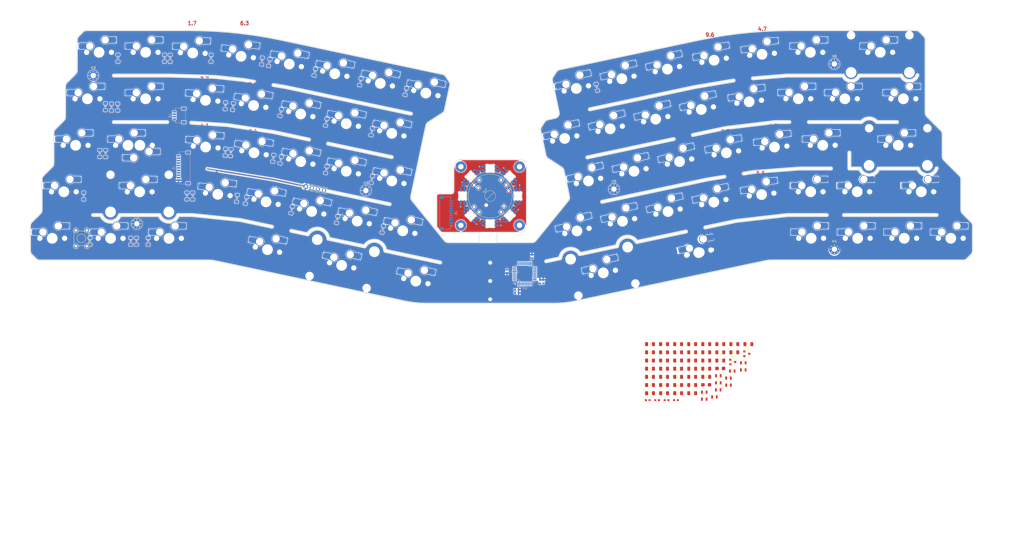
<source format=kicad_pcb>
(kicad_pcb (version 20171130) (host pcbnew "(5.1.10)-1")
  (layers (0 F.Cu signal) (31 B.Cu signal) (34 B.Paste user hide) (35 F.Paste user hide) (36 B.SilkS user hide) (37 F.SilkS user hide) (38 B.Mask user hide) (39 F.Mask user hide) (44 Edge.Cuts user hide))
  (net 0 "")
  (net 1 GND)
  (net 2 "Net-(R2-Pad2)")
  (net 3 +3V3)
  (net 4 "Net-(D33-Pad2)")
  (net 5 "Net-(D34-Pad2)")
  (net 6 "Net-(D35-Pad2)")
  (net 7 "Net-(J1-Pad6)")
  (net 8 "Net-(D36-Pad2)")
  (net 9 "Net-(D37-Pad2)")
  (net 10 "Net-(R3-Pad2)")
  (net 11 SWCLK)
  (net 12 SWDIO)
  (net 13 "Net-(D38-Pad2)")
  (net 14 "Net-(D39-Pad2)")
  (net 15 "Net-(D40-Pad2)")
  (net 16 "Net-(D41-Pad2)")
  (net 17 "Net-(D42-Pad2)")
  (net 18 "Net-(D43-Pad2)")
  (net 19 "Net-(D44-Pad2)")
  (net 20 "Net-(D45-Pad2)")
  (net 21 "Net-(D46-Pad2)")
  (net 22 "Net-(D47-Pad2)")
  (net 23 "Net-(D48-Pad2)")
  (net 24 "Net-(D49-Pad2)")
  (net 25 "Net-(D50-Pad2)")
  (net 26 "Net-(D51-Pad2)")
  (net 27 "Net-(D52-Pad2)")
  (net 28 "Net-(D54-Pad2)")
  (net 29 "Net-(D55-Pad2)")
  (net 30 "Net-(D56-Pad2)")
  (net 31 "Net-(D57-Pad2)")
  (net 32 "Net-(D58-Pad2)")
  (net 33 "Net-(D59-Pad2)")
  (net 34 "Net-(D60-Pad2)")
  (net 35 "Net-(D61-Pad2)")
  (net 36 "Net-(D62-Pad2)")
  (net 37 "Net-(D63-Pad2)")
  (net 38 "Net-(D64-Pad2)")
  (net 39 "Net-(D65-Pad2)")
  (net 40 "Net-(D66-Pad2)")
  (net 41 "Net-(D67-Pad2)")
  (net 42 "Net-(D68-Pad2)")
  (net 43 "Net-(D70-Pad2)")
  (net 44 "Net-(D72-Pad2)")
  (net 45 "Net-(D74-Pad2)")
  (net 46 "Net-(D75-Pad2)")
  (net 47 "Net-(D76-Pad2)")
  (net 48 "Net-(D77-Pad2)")
  (net 49 "Net-(D78-Pad2)")
  (net 50 "Net-(D79-Pad2)")
  (net 51 "Net-(D80-Pad2)")
  (net 52 "Net-(D81-Pad2)")
  (net 53 "Net-(D82-Pad2)")
  (net 54 "Net-(D83-Pad2)")
  (net 55 "Net-(D84-Pad2)")
  (net 56 "Net-(D85-Pad2)")
  (net 57 "Net-(D86-Pad2)")
  (net 58 "Net-(D87-Pad2)")
  (net 59 "Net-(D88-Pad2)")
  (net 60 "Net-(D89-Pad2)")
  (net 61 "Net-(D90-Pad2)")
  (net 62 "Net-(D91-Pad2)")
  (net 63 "Net-(D92-Pad2)")
  (net 64 "Net-(D93-Pad2)")
  (net 65 "Net-(D94-Pad2)")
  (net 66 "Net-(D95-Pad2)")
  (net 67 "Net-(D96-Pad2)")
  (net 68 "Net-(D97-Pad2)")
  (net 69 "Net-(D98-Pad2)")
  (net 70 Col0)
  (net 71 Col1)
  (net 72 Col3)
  (net 73 Col4)
  (net 74 Col5)
  (net 75 Col6)
  (net 76 Col7)
  (net 77 Col8)
  (net 78 Col2)
  (net 79 C)
  (net 80 Com)
  (net 81 RGB_IN)
  (net 82 "Net-(D2-Pad2)")
  (net 83 "Net-(D4-Pad2)")
  (net 84 "Net-(D6-Pad2)")
  (net 85 B)
  (net 86 "Net-(D69-Pad2)")
  (net 87 +5V)
  (net 88 E_B)
  (net 89 Push)
  (net 90 E_A)
  (net 91 "Net-(D99-Pad2)")
  (net 92 "Net-(D100-Pad2)")
  (net 93 "Net-(D101-Pad2)")
  (net 94 "Net-(D102-Pad2)")
  (net 95 "Net-(D103-Pad2)")
  (net 96 "Net-(D104-Pad2)")
  (net 97 "Net-(D105-Pad2)")
  (net 98 "Net-(D106-Pad2)")
  (net 99 "Net-(D107-Pad2)")
  (net 100 Col9)
  (net 101 Col10)
  (net 102 Col11)
  (net 103 Col12)
  (net 104 Col13)
  (net 105 Col14)
  (net 106 Col15)
  (net 107 Col16)
  (net 108 D)
  (net 109 "Net-(D71-Pad2)")
  (net 110 ABC1)
  (net 111 ABC2)
  (net 112 ABC3)
  (net 113 NRST)
  (net 114 "Net-(D1-Pad2)")
  (net 115 Boot0)
  (net 116 "Net-(D1-Pad1)")
  (net 117 "Net-(Q1-Pad3)")
  (module MX_Only_v4:MXOnly-1.75U-Hotswap-Sawns (layer F.Cu) (at 394.315235 111.444405)
    (fp_text reference MX79)
    (fp_text value 1U)
    (pad 1 thru_hole circle (at -8.0645 -3.4925) (size 0.5 0.5) (drill 0.3) (layers *.Cu *.Mask) (net 107 Col16))
    (pad 1 smd rect (at -6.45 -2.54) (size 3.82 2.5) (layers B.Cu) (net 107 Col16))
    (pad "" np_thru_hole circle (at 5.08 0 48.0996) (size 1.75 1.75) (drill 1.75) (layers *.Cu *.Mask))
    (pad "" np_thru_hole circle (at -5.08 0 48.0996) (size 1.75 1.75) (drill 1.75) (layers *.Cu *.Mask))
    (pad 2 thru_hole circle (at 2.54 -5.08) (size 3.5 3.5) (drill 3) (layers *.Cu *.Mask) (net 69 "Net-(D98-Pad2)"))
    (pad 2 thru_hole circle (at 6.8215 -6.0325) (size 0.5 0.5) (drill 0.3) (layers *.Cu *.Mask) (net 69 "Net-(D98-Pad2)"))
    (pad 2 thru_hole circle (at 6.8215 -4.1275) (size 0.5 0.5) (drill 0.3) (layers *.Cu *.Mask) (net 69 "Net-(D98-Pad2)"))
    (pad 2 smd rect (at 5.207 -5.08) (size 3.82 2.5) (layers B.Cu) (net 69 "Net-(D98-Pad2)"))
    (pad 1 thru_hole circle (at -8.0645 -1.5875) (size 0.5 0.5) (drill 0.3) (layers *.Cu *.Mask) (net 107 Col16))
    (pad 1 thru_hole circle (at -3.81 -2.54) (size 3.5 3.5) (drill 3) (layers *.Cu *.Mask) (net 107 Col16))
    (pad "" np_thru_hole circle (at 0 0) (size 3.9878 3.9878) (drill 3.9878) (layers *.Cu *.Mask))
  )
  (module sanproject-keyboard-part:JST_SH_SM11B-SRSS-TB_1x11-1MP_P1.00mm_Horizontal (layer B.Cu) (at 199.628433 120.180171 90)
    (fp_text reference J1 (at 0 3.98 90) (layer B.SilkS) (effects (justify mirror)))
    (fp_text value Conn_01x11_Female)
    (pad 1 smd roundrect (at -5 2 90) (size 0.6 1.55) (layers B.Cu B.Paste B.Mask))
    (pad 2 smd roundrect (at -4 2 90) (size 0.6 1.55) (layers B.Cu B.Paste B.Mask))
    (pad 3 smd roundrect (at -3 2 90) (size 0.6 1.55) (layers B.Cu B.Paste B.Mask))
    (pad 4 smd roundrect (at -2 2 90) (size 0.6 1.55) (layers B.Cu B.Paste B.Mask))
    (pad 5 smd roundrect (at -1 2 90) (size 0.6 1.55) (layers B.Cu B.Paste B.Mask))
    (pad 6 smd roundrect (at 0 2 90) (size 0.6 1.55) (layers B.Cu B.Paste B.Mask))
    (pad 7 smd roundrect (at 1 2 90) (size 0.6 1.55) (layers B.Cu B.Paste B.Mask))
    (pad 8 smd roundrect (at 2 2 90) (size 0.6 1.55) (layers B.Cu B.Paste B.Mask))
    (pad 9 smd roundrect (at 3 2 90) (size 0.6 1.55) (layers B.Cu B.Paste B.Mask))
    (pad 10 smd roundrect (at 4 2 90) (size 0.6 1.55) (layers B.Cu B.Paste B.Mask))
    (pad 11 smd roundrect (at 5 2 90) (size 0.6 1.55) (layers B.Cu B.Paste B.Mask))
    (pad MP smd roundrect (at -6.3 -1.875 90) (size 1.2 1.8) (layers B.Cu B.Paste B.Mask) (roundrect_rratio 0.208333))
    (pad MP smd roundrect (at 6.3 -1.875 90) (size 1.2 1.8) (layers B.Cu B.Paste B.Mask) (roundrect_rratio 0.208333))
  )
  (module ebastler-keyboard-parts:MX_SK6812MINI-E_MID_Viendi2 (layer F.Cu) (at 217.628433 113.180171 90)
    (fp_text reference RGB3 hide)
    (fp_text value WS2812B)
    (fp_line (start -10.597159 1.699999) (end -12.002843 1.699999) (layer Edge.Cuts) (width 0.1))
    (fp_line (start -12.8 0.794452) (end -12.8 -0.794453) (layer Edge.Cuts) (width 0.1))
    (fp_line (start -12.002843 -1.699999) (end -10.597159 -1.699999) (layer Edge.Cuts) (width 0.1))
    (fp_line (start -9.800001 -0.794452) (end -9.800001 0.794452) (layer Edge.Cuts) (width 0.1))
    (fp_arc (start -10.163404 1.298969) (end -10.380281 1.749484) (angle -146.0053744) (layer Edge.Cuts) (width 0.1))
    (fp_arc (start -10.597159 2.199999) (end -10.380281 1.749484) (angle -25.70611205) (layer Edge.Cuts) (width 0.1))
    (fp_arc (start -12.002843 2.199999) (end -12.002843 1.699999) (angle -25.70611954) (layer Edge.Cuts) (width 0.1))
    (fp_arc (start -12.436599 1.298969) (end -12.8683 1.046711) (angle -146.0054017) (layer Edge.Cuts) (width 0.1))
    (fp_arc (start -13.3 0.794452) (end -12.8683 1.046711) (angle -30.29928212) (layer Edge.Cuts) (width 0.1))
    (fp_arc (start -13.3 -0.794453) (end -12.8 -0.794453) (angle -30.29922831) (layer Edge.Cuts) (width 0.1))
    (fp_arc (start -12.436598 -1.298969) (end -12.219721 -1.749484) (angle -146.0053097) (layer Edge.Cuts) (width 0.1))
    (fp_arc (start -12.002843 -2.199999) (end -12.219721 -1.749484) (angle -25.70608136) (layer Edge.Cuts) (width 0.1))
    (fp_arc (start -10.597159 -2.199999) (end -10.597159 -1.699999) (angle -25.70617777) (layer Edge.Cuts) (width 0.1))
    (fp_arc (start -10.163403 -1.298969) (end -9.731702 -1.046711) (angle -146.0055121) (layer Edge.Cuts) (width 0.1))
    (fp_arc (start -9.300001 -0.794452) (end -9.731702 -1.046711) (angle -30.29933433) (layer Edge.Cuts) (width 0.1))
    (fp_arc (start -9.300001 0.794452) (end -9.800001 0.794452) (angle -30.2992623) (layer Edge.Cuts) (width 0.1))
    (pad 1 smd roundrect (at -12.050001 2.6 90) (size 0.82 1.6) (layers B.Cu B.Paste B.Mask) (roundrect_rratio 0.1))
    (pad 2 smd roundrect (at -10.550001 2.6 90) (size 0.82 1.6) (layers B.Cu B.Paste B.Mask) (roundrect_rratio 0.1))
    (pad 4 smd roundrect (at -12.050001 -2.6 90) (size 0.82 1.6) (layers B.Cu B.Paste B.Mask) (roundrect_rratio 0.1))
    (pad 3 smd roundrect (at -10.550001 -2.6 90) (size 0.82 1.6) (layers B.Cu B.Paste B.Mask) (roundrect_rratio 0.1))
  )
  (module ebastler-keyboard-parts:MX_SK6812MINI-E_MID_Viendi2 (layer F.Cu) (at 217.628433 113.180171 45)
    (fp_text reference RGB2 hide)
    (fp_text value WS2812B)
    (fp_line (start -10.597159 1.699999) (end -12.002843 1.699999) (layer Edge.Cuts) (width 0.1))
    (fp_line (start -12.8 0.794452) (end -12.8 -0.794453) (layer Edge.Cuts) (width 0.1))
    (fp_line (start -12.002843 -1.699999) (end -10.597159 -1.699999) (layer Edge.Cuts) (width 0.1))
    (fp_line (start -9.800001 -0.794452) (end -9.800001 0.794452) (layer Edge.Cuts) (width 0.1))
    (fp_arc (start -10.163404 1.298969) (end -10.380281 1.749484) (angle -146.0053744) (layer Edge.Cuts) (width 0.1))
    (fp_arc (start -10.597159 2.199999) (end -10.380281 1.749484) (angle -25.70611205) (layer Edge.Cuts) (width 0.1))
    (fp_arc (start -12.002843 2.199999) (end -12.002843 1.699999) (angle -25.70611954) (layer Edge.Cuts) (width 0.1))
    (fp_arc (start -12.436599 1.298969) (end -12.8683 1.046711) (angle -146.0054017) (layer Edge.Cuts) (width 0.1))
    (fp_arc (start -13.3 0.794452) (end -12.8683 1.046711) (angle -30.29928212) (layer Edge.Cuts) (width 0.1))
    (fp_arc (start -13.3 -0.794453) (end -12.8 -0.794453) (angle -30.29922831) (layer Edge.Cuts) (width 0.1))
    (fp_arc (start -12.436598 -1.298969) (end -12.219721 -1.749484) (angle -146.0053097) (layer Edge.Cuts) (width 0.1))
    (fp_arc (start -12.002843 -2.199999) (end -12.219721 -1.749484) (angle -25.70608136) (layer Edge.Cuts) (width 0.1))
    (fp_arc (start -10.597159 -2.199999) (end -10.597159 -1.699999) (angle -25.70617777) (layer Edge.Cuts) (width 0.1))
    (fp_arc (start -10.163403 -1.298969) (end -9.731702 -1.046711) (angle -146.0055121) (layer Edge.Cuts) (width 0.1))
    (fp_arc (start -9.300001 -0.794452) (end -9.731702 -1.046711) (angle -30.29933433) (layer Edge.Cuts) (width 0.1))
    (fp_arc (start -9.300001 0.794452) (end -9.800001 0.794452) (angle -30.2992623) (layer Edge.Cuts) (width 0.1))
    (pad 1 smd roundrect (at -12.050001 2.6 45) (size 0.82 1.6) (layers B.Cu B.Paste B.Mask) (roundrect_rratio 0.1))
    (pad 2 smd roundrect (at -10.550001 2.6 45) (size 0.82 1.6) (layers B.Cu B.Paste B.Mask) (roundrect_rratio 0.1))
    (pad 4 smd roundrect (at -12.050001 -2.6 45) (size 0.82 1.6) (layers B.Cu B.Paste B.Mask) (roundrect_rratio 0.1))
    (pad 3 smd roundrect (at -10.550001 -2.6 45) (size 0.82 1.6) (layers B.Cu B.Paste B.Mask) (roundrect_rratio 0.1))
  )
  (module ebastler-keyboard-parts:MX_SK6812MINI-E_MID_Viendi2 (layer F.Cu) (at 217.628433 113.180171 135)
    (fp_text reference RGB4 hide)
    (fp_text value WS2812B)
    (fp_line (start -10.597159 1.699999) (end -12.002843 1.699999) (layer Edge.Cuts) (width 0.1))
    (fp_line (start -12.8 0.794452) (end -12.8 -0.794453) (layer Edge.Cuts) (width 0.1))
    (fp_line (start -12.002843 -1.699999) (end -10.597159 -1.699999) (layer Edge.Cuts) (width 0.1))
    (fp_line (start -9.800001 -0.794452) (end -9.800001 0.794452) (layer Edge.Cuts) (width 0.1))
    (fp_arc (start -10.163404 1.298969) (end -10.380281 1.749484) (angle -146.0053744) (layer Edge.Cuts) (width 0.1))
    (fp_arc (start -10.597159 2.199999) (end -10.380281 1.749484) (angle -25.70611205) (layer Edge.Cuts) (width 0.1))
    (fp_arc (start -12.002843 2.199999) (end -12.002843 1.699999) (angle -25.70611954) (layer Edge.Cuts) (width 0.1))
    (fp_arc (start -12.436599 1.298969) (end -12.8683 1.046711) (angle -146.0054017) (layer Edge.Cuts) (width 0.1))
    (fp_arc (start -13.3 0.794452) (end -12.8683 1.046711) (angle -30.29928212) (layer Edge.Cuts) (width 0.1))
    (fp_arc (start -13.3 -0.794453) (end -12.8 -0.794453) (angle -30.29922831) (layer Edge.Cuts) (width 0.1))
    (fp_arc (start -12.436598 -1.298969) (end -12.219721 -1.749484) (angle -146.0053097) (layer Edge.Cuts) (width 0.1))
    (fp_arc (start -12.002843 -2.199999) (end -12.219721 -1.749484) (angle -25.70608136) (layer Edge.Cuts) (width 0.1))
    (fp_arc (start -10.597159 -2.199999) (end -10.597159 -1.699999) (angle -25.70617777) (layer Edge.Cuts) (width 0.1))
    (fp_arc (start -10.163403 -1.298969) (end -9.731702 -1.046711) (angle -146.0055121) (layer Edge.Cuts) (width 0.1))
    (fp_arc (start -9.300001 -0.794452) (end -9.731702 -1.046711) (angle -30.29933433) (layer Edge.Cuts) (width 0.1))
    (fp_arc (start -9.300001 0.794452) (end -9.800001 0.794452) (angle -30.2992623) (layer Edge.Cuts) (width 0.1))
    (pad 1 smd roundrect (at -12.050001 2.6 135) (size 0.82 1.6) (layers B.Cu B.Paste B.Mask) (roundrect_rratio 0.1))
    (pad 2 smd roundrect (at -10.550001 2.6 135) (size 0.82 1.6) (layers B.Cu B.Paste B.Mask) (roundrect_rratio 0.1))
    (pad 4 smd roundrect (at -12.050001 -2.6 135) (size 0.82 1.6) (layers B.Cu B.Paste B.Mask) (roundrect_rratio 0.1))
    (pad 3 smd roundrect (at -10.550001 -2.6 135) (size 0.82 1.6) (layers B.Cu B.Paste B.Mask) (roundrect_rratio 0.1))
  )
  (module MountingHole:MountingHole_2.2mm_M2_Pad (layer F.Cu) (at 229.628433 125.180171 90)
    (fp_text reference H2)
    (fp_text value MountingHole)
    (pad 1 thru_hole circle (at 0 0 90) (size 4.4 4.4) (drill 2.2) (layers *.Cu *.Mask))
  )
  (module MountingHole:MountingHole_2.2mm_M2_Pad (layer F.Cu) (at 229.628433 101.180171)
    (fp_text reference H1)
    (fp_text value MountingHole)
    (pad 1 thru_hole circle (at 0 0) (size 4.4 4.4) (drill 2.2) (layers *.Cu *.Mask))
  )
  (module ebastler-keyboard-parts:MX_SK6812MINI-E_MID_Viendi2 (layer F.Cu) (at 217.628433 113.180171 225)
    (fp_text reference RGB6 hide)
    (fp_text value WS2812B)
    (fp_line (start -10.597159 1.699999) (end -12.002843 1.699999) (layer Edge.Cuts) (width 0.1))
    (fp_line (start -12.8 0.794452) (end -12.8 -0.794453) (layer Edge.Cuts) (width 0.1))
    (fp_line (start -12.002843 -1.699999) (end -10.597159 -1.699999) (layer Edge.Cuts) (width 0.1))
    (fp_line (start -9.800001 -0.794452) (end -9.800001 0.794452) (layer Edge.Cuts) (width 0.1))
    (fp_arc (start -10.163404 1.298969) (end -10.380281 1.749484) (angle -146.0053744) (layer Edge.Cuts) (width 0.1))
    (fp_arc (start -10.597159 2.199999) (end -10.380281 1.749484) (angle -25.70611205) (layer Edge.Cuts) (width 0.1))
    (fp_arc (start -12.002843 2.199999) (end -12.002843 1.699999) (angle -25.70611954) (layer Edge.Cuts) (width 0.1))
    (fp_arc (start -12.436599 1.298969) (end -12.8683 1.046711) (angle -146.0054017) (layer Edge.Cuts) (width 0.1))
    (fp_arc (start -13.3 0.794452) (end -12.8683 1.046711) (angle -30.29928212) (layer Edge.Cuts) (width 0.1))
    (fp_arc (start -13.3 -0.794453) (end -12.8 -0.794453) (angle -30.29922831) (layer Edge.Cuts) (width 0.1))
    (fp_arc (start -12.436598 -1.298969) (end -12.219721 -1.749484) (angle -146.0053097) (layer Edge.Cuts) (width 0.1))
    (fp_arc (start -12.002843 -2.199999) (end -12.219721 -1.749484) (angle -25.70608136) (layer Edge.Cuts) (width 0.1))
    (fp_arc (start -10.597159 -2.199999) (end -10.597159 -1.699999) (angle -25.70617777) (layer Edge.Cuts) (width 0.1))
    (fp_arc (start -10.163403 -1.298969) (end -9.731702 -1.046711) (angle -146.0055121) (layer Edge.Cuts) (width 0.1))
    (fp_arc (start -9.300001 -0.794452) (end -9.731702 -1.046711) (angle -30.29933433) (layer Edge.Cuts) (width 0.1))
    (fp_arc (start -9.300001 0.794452) (end -9.800001 0.794452) (angle -30.2992623) (layer Edge.Cuts) (width 0.1))
    (pad 1 smd roundrect (at -12.050001 2.6 225) (size 0.82 1.6) (layers B.Cu B.Paste B.Mask) (roundrect_rratio 0.1))
    (pad 2 smd roundrect (at -10.550001 2.6 225) (size 0.82 1.6) (layers B.Cu B.Paste B.Mask) (roundrect_rratio 0.1))
    (pad 4 smd roundrect (at -12.050001 -2.6 225) (size 0.82 1.6) (layers B.Cu B.Paste B.Mask) (roundrect_rratio 0.1))
    (pad 3 smd roundrect (at -10.550001 -2.6 225) (size 0.82 1.6) (layers B.Cu B.Paste B.Mask) (roundrect_rratio 0.1))
  )
  (module ebastler-keyboard-parts:MX_SK6812MINI-E_MID_Viendi2 (layer F.Cu) (at 217.628433 113.180171 315)
    (fp_text reference RGB8 hide)
    (fp_text value WS2812B)
    (fp_line (start -10.597159 1.699999) (end -12.002843 1.699999) (layer Edge.Cuts) (width 0.1))
    (fp_line (start -12.8 0.794452) (end -12.8 -0.794453) (layer Edge.Cuts) (width 0.1))
    (fp_line (start -12.002843 -1.699999) (end -10.597159 -1.699999) (layer Edge.Cuts) (width 0.1))
    (fp_line (start -9.800001 -0.794452) (end -9.800001 0.794452) (layer Edge.Cuts) (width 0.1))
    (fp_arc (start -10.163404 1.298969) (end -10.380281 1.749484) (angle -146.0053744) (layer Edge.Cuts) (width 0.1))
    (fp_arc (start -10.597159 2.199999) (end -10.380281 1.749484) (angle -25.70611205) (layer Edge.Cuts) (width 0.1))
    (fp_arc (start -12.002843 2.199999) (end -12.002843 1.699999) (angle -25.70611954) (layer Edge.Cuts) (width 0.1))
    (fp_arc (start -12.436599 1.298969) (end -12.8683 1.046711) (angle -146.0054017) (layer Edge.Cuts) (width 0.1))
    (fp_arc (start -13.3 0.794452) (end -12.8683 1.046711) (angle -30.29928212) (layer Edge.Cuts) (width 0.1))
    (fp_arc (start -13.3 -0.794453) (end -12.8 -0.794453) (angle -30.29922831) (layer Edge.Cuts) (width 0.1))
    (fp_arc (start -12.436598 -1.298969) (end -12.219721 -1.749484) (angle -146.0053097) (layer Edge.Cuts) (width 0.1))
    (fp_arc (start -12.002843 -2.199999) (end -12.219721 -1.749484) (angle -25.70608136) (layer Edge.Cuts) (width 0.1))
    (fp_arc (start -10.597159 -2.199999) (end -10.597159 -1.699999) (angle -25.70617777) (layer Edge.Cuts) (width 0.1))
    (fp_arc (start -10.163403 -1.298969) (end -9.731702 -1.046711) (angle -146.0055121) (layer Edge.Cuts) (width 0.1))
    (fp_arc (start -9.300001 -0.794452) (end -9.731702 -1.046711) (angle -30.29933433) (layer Edge.Cuts) (width 0.1))
    (fp_arc (start -9.300001 0.794452) (end -9.800001 0.794452) (angle -30.2992623) (layer Edge.Cuts) (width 0.1))
    (pad 1 smd roundrect (at -12.050001 2.6 315) (size 0.82 1.6) (layers B.Cu B.Paste B.Mask) (roundrect_rratio 0.1))
    (pad 2 smd roundrect (at -10.550001 2.6 315) (size 0.82 1.6) (layers B.Cu B.Paste B.Mask) (roundrect_rratio 0.1))
    (pad 4 smd roundrect (at -12.050001 -2.6 315) (size 0.82 1.6) (layers B.Cu B.Paste B.Mask) (roundrect_rratio 0.1))
    (pad 3 smd roundrect (at -10.550001 -2.6 315) (size 0.82 1.6) (layers B.Cu B.Paste B.Mask) (roundrect_rratio 0.1))
  )
  (module MountingHole:MountingHole_2.2mm_M2_Pad (layer F.Cu) (at 205.628433 125.180171 90)
    (fp_text reference H4)
    (fp_text value MountingHole)
    (pad 1 thru_hole circle (at 0 0 90) (size 4.4 4.4) (drill 2.2) (layers *.Cu *.Mask))
  )
  (module ebastler-keyboard-parts:MX_SK6812MINI-E_MID_Viendi2 (layer F.Cu) (at 217.628433 113.180171 180)
    (fp_text reference RGB5 hide)
    (fp_text value WS2812B)
    (fp_line (start -10.597159 1.699999) (end -12.002843 1.699999) (layer Edge.Cuts) (width 0.1))
    (fp_line (start -12.8 0.794452) (end -12.8 -0.794453) (layer Edge.Cuts) (width 0.1))
    (fp_line (start -12.002843 -1.699999) (end -10.597159 -1.699999) (layer Edge.Cuts) (width 0.1))
    (fp_line (start -9.800001 -0.794452) (end -9.800001 0.794452) (layer Edge.Cuts) (width 0.1))
    (fp_arc (start -10.163404 1.298969) (end -10.380281 1.749484) (angle -146.0053744) (layer Edge.Cuts) (width 0.1))
    (fp_arc (start -10.597159 2.199999) (end -10.380281 1.749484) (angle -25.70611205) (layer Edge.Cuts) (width 0.1))
    (fp_arc (start -12.002843 2.199999) (end -12.002843 1.699999) (angle -25.70611954) (layer Edge.Cuts) (width 0.1))
    (fp_arc (start -12.436599 1.298969) (end -12.8683 1.046711) (angle -146.0054017) (layer Edge.Cuts) (width 0.1))
    (fp_arc (start -13.3 0.794452) (end -12.8683 1.046711) (angle -30.29928212) (layer Edge.Cuts) (width 0.1))
    (fp_arc (start -13.3 -0.794453) (end -12.8 -0.794453) (angle -30.29922831) (layer Edge.Cuts) (width 0.1))
    (fp_arc (start -12.436598 -1.298969) (end -12.219721 -1.749484) (angle -146.0053097) (layer Edge.Cuts) (width 0.1))
    (fp_arc (start -12.002843 -2.199999) (end -12.219721 -1.749484) (angle -25.70608136) (layer Edge.Cuts) (width 0.1))
    (fp_arc (start -10.597159 -2.199999) (end -10.597159 -1.699999) (angle -25.70617777) (layer Edge.Cuts) (width 0.1))
    (fp_arc (start -10.163403 -1.298969) (end -9.731702 -1.046711) (angle -146.0055121) (layer Edge.Cuts) (width 0.1))
    (fp_arc (start -9.300001 -0.794452) (end -9.731702 -1.046711) (angle -30.29933433) (layer Edge.Cuts) (width 0.1))
    (fp_arc (start -9.300001 0.794452) (end -9.800001 0.794452) (angle -30.2992623) (layer Edge.Cuts) (width 0.1))
    (pad 1 smd roundrect (at -12.050001 2.6 180) (size 0.82 1.6) (layers B.Cu B.Paste B.Mask) (roundrect_rratio 0.1))
    (pad 2 smd roundrect (at -10.550001 2.6 180) (size 0.82 1.6) (layers B.Cu B.Paste B.Mask) (roundrect_rratio 0.1))
    (pad 4 smd roundrect (at -12.050001 -2.6 180) (size 0.82 1.6) (layers B.Cu B.Paste B.Mask) (roundrect_rratio 0.1))
    (pad 3 smd roundrect (at -10.550001 -2.6 180) (size 0.82 1.6) (layers B.Cu B.Paste B.Mask) (roundrect_rratio 0.1))
  )
  (module sanproject-keyboard-part:RKJXT1F_4DirectionStickSW_RotaryEncoder (layer F.Cu) (at 217.628433 113.180171 45)
    (fp_text reference SW1)
    (fp_text value StickSW+KNOB)
    (pad 6 thru_hole circle (at -1 -5.78 135) (size 1.6 1.6) (drill 1) (layers *.Cu *.Mask))
    (pad 7 thru_hole circle (at 6.86 3.75 135) (size 1.6 1.6) (drill 1) (layers *.Cu *.Mask))
    (pad 3 thru_hole circle (at 1.5 -7.8 315) (size 1.6 1.6) (drill 1) (layers *.Cu *.Mask))
    (pad 10 thru_hole circle (at -1.5 -7.8 315) (size 1.6 1.6) (drill 1) (layers *.Cu *.Mask))
    (pad 1 thru_hole circle (at -1.5 7.8 135) (size 1.6 1.6) (drill 1) (layers *.Cu *.Mask))
    (pad 2 thru_hole circle (at 7.8 1.5 225) (size 1.6 1.6) (drill 1) (layers *.Cu *.Mask))
    (pad 9 thru_hole circle (at 7.8 -1.5 225) (size 1.6 1.6) (drill 1) (layers *.Cu *.Mask))
    (pad 8 thru_hole circle (at -7.8 1.5 45) (size 1.6 1.6) (drill 1) (layers *.Cu *.Mask))
    (pad 4 thru_hole circle (at -7.8 -1.5 45) (size 1.6 1.6) (drill 1) (layers *.Cu *.Mask))
    (pad 5 thru_hole circle (at 1 6.98 135) (size 1.6 1.6) (drill 1) (layers *.Cu *.Mask))
    (pad "" np_thru_hole circle (at -3.8 1.5 135) (size 1.1 1.1) (drill 1.1) (layers *.Cu *.Mask))
  )
  (module ebastler-keyboard-parts:MX_SK6812MINI-E_MID_Viendi2 (layer F.Cu) (at 217.628433 113.180171 270)
    (fp_text reference RGB7 hide)
    (fp_text value WS2812B)
    (fp_line (start -10.597159 1.699999) (end -12.002843 1.699999) (layer Edge.Cuts) (width 0.1))
    (fp_line (start -12.8 0.794452) (end -12.8 -0.794453) (layer Edge.Cuts) (width 0.1))
    (fp_line (start -12.002843 -1.699999) (end -10.597159 -1.699999) (layer Edge.Cuts) (width 0.1))
    (fp_line (start -9.800001 -0.794452) (end -9.800001 0.794452) (layer Edge.Cuts) (width 0.1))
    (fp_arc (start -10.163404 1.298969) (end -10.380281 1.749484) (angle -146.0053744) (layer Edge.Cuts) (width 0.1))
    (fp_arc (start -10.597159 2.199999) (end -10.380281 1.749484) (angle -25.70611205) (layer Edge.Cuts) (width 0.1))
    (fp_arc (start -12.002843 2.199999) (end -12.002843 1.699999) (angle -25.70611954) (layer Edge.Cuts) (width 0.1))
    (fp_arc (start -12.436599 1.298969) (end -12.8683 1.046711) (angle -146.0054017) (layer Edge.Cuts) (width 0.1))
    (fp_arc (start -13.3 0.794452) (end -12.8683 1.046711) (angle -30.29928212) (layer Edge.Cuts) (width 0.1))
    (fp_arc (start -13.3 -0.794453) (end -12.8 -0.794453) (angle -30.29922831) (layer Edge.Cuts) (width 0.1))
    (fp_arc (start -12.436598 -1.298969) (end -12.219721 -1.749484) (angle -146.0053097) (layer Edge.Cuts) (width 0.1))
    (fp_arc (start -12.002843 -2.199999) (end -12.219721 -1.749484) (angle -25.70608136) (layer Edge.Cuts) (width 0.1))
    (fp_arc (start -10.597159 -2.199999) (end -10.597159 -1.699999) (angle -25.70617777) (layer Edge.Cuts) (width 0.1))
    (fp_arc (start -10.163403 -1.298969) (end -9.731702 -1.046711) (angle -146.0055121) (layer Edge.Cuts) (width 0.1))
    (fp_arc (start -9.300001 -0.794452) (end -9.731702 -1.046711) (angle -30.29933433) (layer Edge.Cuts) (width 0.1))
    (fp_arc (start -9.300001 0.794452) (end -9.800001 0.794452) (angle -30.2992623) (layer Edge.Cuts) (width 0.1))
    (pad 1 smd roundrect (at -12.050001 2.6 270) (size 0.82 1.6) (layers B.Cu B.Paste B.Mask) (roundrect_rratio 0.1))
    (pad 2 smd roundrect (at -10.550001 2.6 270) (size 0.82 1.6) (layers B.Cu B.Paste B.Mask) (roundrect_rratio 0.1))
    (pad 4 smd roundrect (at -12.050001 -2.6 270) (size 0.82 1.6) (layers B.Cu B.Paste B.Mask) (roundrect_rratio 0.1))
    (pad 3 smd roundrect (at -10.550001 -2.6 270) (size 0.82 1.6) (layers B.Cu B.Paste B.Mask) (roundrect_rratio 0.1))
  )
  (module ebastler-keyboard-parts:MX_SK6812MINI-E_MID_Viendi2 (layer F.Cu) (at 217.628433 113.180171)
    (fp_text reference RGB1 hide)
    (fp_text value WS2812B)
    (fp_line (start -10.597159 1.699999) (end -12.002843 1.699999) (layer Edge.Cuts) (width 0.1))
    (fp_line (start -12.8 0.794452) (end -12.8 -0.794453) (layer Edge.Cuts) (width 0.1))
    (fp_line (start -12.002843 -1.699999) (end -10.597159 -1.699999) (layer Edge.Cuts) (width 0.1))
    (fp_line (start -9.800001 -0.794452) (end -9.800001 0.794452) (layer Edge.Cuts) (width 0.1))
    (fp_arc (start -10.163404 1.298969) (end -10.380281 1.749484) (angle -146.0053744) (layer Edge.Cuts) (width 0.1))
    (fp_arc (start -10.597159 2.199999) (end -10.380281 1.749484) (angle -25.70611205) (layer Edge.Cuts) (width 0.1))
    (fp_arc (start -12.002843 2.199999) (end -12.002843 1.699999) (angle -25.70611954) (layer Edge.Cuts) (width 0.1))
    (fp_arc (start -12.436599 1.298969) (end -12.8683 1.046711) (angle -146.0054017) (layer Edge.Cuts) (width 0.1))
    (fp_arc (start -13.3 0.794452) (end -12.8683 1.046711) (angle -30.29928212) (layer Edge.Cuts) (width 0.1))
    (fp_arc (start -13.3 -0.794453) (end -12.8 -0.794453) (angle -30.29922831) (layer Edge.Cuts) (width 0.1))
    (fp_arc (start -12.436598 -1.298969) (end -12.219721 -1.749484) (angle -146.0053097) (layer Edge.Cuts) (width 0.1))
    (fp_arc (start -12.002843 -2.199999) (end -12.219721 -1.749484) (angle -25.70608136) (layer Edge.Cuts) (width 0.1))
    (fp_arc (start -10.597159 -2.199999) (end -10.597159 -1.699999) (angle -25.70617777) (layer Edge.Cuts) (width 0.1))
    (fp_arc (start -10.163403 -1.298969) (end -9.731702 -1.046711) (angle -146.0055121) (layer Edge.Cuts) (width 0.1))
    (fp_arc (start -9.300001 -0.794452) (end -9.731702 -1.046711) (angle -30.29933433) (layer Edge.Cuts) (width 0.1))
    (fp_arc (start -9.300001 0.794452) (end -9.800001 0.794452) (angle -30.2992623) (layer Edge.Cuts) (width 0.1))
    (pad 1 smd roundrect (at -12.050001 2.6) (size 0.82 1.6) (layers B.Cu B.Paste B.Mask) (roundrect_rratio 0.1))
    (pad 2 smd roundrect (at -10.550001 2.6) (size 0.82 1.6) (layers B.Cu B.Paste B.Mask) (roundrect_rratio 0.1))
    (pad 4 smd roundrect (at -12.050001 -2.6) (size 0.82 1.6) (layers B.Cu B.Paste B.Mask) (roundrect_rratio 0.1))
    (pad 3 smd roundrect (at -10.550001 -2.6) (size 0.82 1.6) (layers B.Cu B.Paste B.Mask) (roundrect_rratio 0.1))
  )
  (module MountingHole:MountingHole_2.2mm_M2_Pad (layer F.Cu) (at 205.628433 101.180171 90)
    (fp_text reference H3)
    (fp_text value MountingHole)
    (pad 1 thru_hole circle (at 0 0 90) (size 4.4 4.4) (drill 2.2) (layers *.Cu *.Mask))
  )
  (module Package_TO_SOT_SMD:SOT-23 (layer F.Cu) (at 322.656853 177.818376)
    (fp_text reference U1 (at 0 -2.5) (layer F.SilkS))
    (fp_text value MCP1700-5002E_SOT23)
    (pad 3 smd rect (at 1 0) (size 0.9 0.8) (layers F.Cu F.Paste F.Mask) (net 87 +5V))
    (pad 2 smd rect (at -1 0.95) (size 0.9 0.8) (layers F.Cu F.Paste F.Mask) (net 3 +3V3))
    (pad 1 smd rect (at -1 -0.95) (size 0.9 0.8) (layers F.Cu F.Paste F.Mask) (net 1 GND))
  )
  (module sanproject-keyboard-part:R_0805 (layer F.Cu) (at 309.406853 195.473376)
    (fp_text reference R11)
    (fp_text value "1M (±1%)")
    (pad 2 smd rect (at 0.95 0) (size 0.7 1.3) (layers F.Cu F.Paste F.Mask) (net 1 GND))
    (pad 1 smd rect (at -0.95 0) (size 0.7 1.3) (layers F.Cu F.Paste F.Mask) (net 115 Boot0))
  )
  (module sanproject-keyboard-part:R_0805 (layer F.Cu) (at 315.156853 190.643376)
    (fp_text reference R10)
    (fp_text value "330k (±1%)")
    (pad 2 smd rect (at 0.95 0) (size 0.7 1.3) (layers F.Cu F.Paste F.Mask) (net 116 "Net-(D1-Pad1)"))
    (pad 1 smd rect (at -0.95 0) (size 0.7 1.3) (layers F.Cu F.Paste F.Mask) (net 115 Boot0))
  )
  (module sanproject-keyboard-part:R_0805 (layer F.Cu) (at 321.206853 184.413376)
    (fp_text reference R9)
    (fp_text value 100R)
    (pad 2 smd rect (at 0.95 0) (size 0.7 1.3) (layers F.Cu F.Paste F.Mask) (net 117 "Net-(Q1-Pad3)"))
    (pad 1 smd rect (at -0.95 0) (size 0.7 1.3) (layers F.Cu F.Paste F.Mask) (net 113 NRST))
  )
  (module sanproject-keyboard-part:R_0805 (layer F.Cu) (at 311.006853 186.833376)
    (fp_text reference R8)
    (fp_text value 10k)
    (pad 2 smd rect (at 0.95 0) (size 0.7 1.3) (layers F.Cu F.Paste F.Mask) (net 90 E_A))
    (pad 1 smd rect (at -0.95 0) (size 0.7 1.3) (layers F.Cu F.Paste F.Mask) (net 3 +3V3))
  )
  (module sanproject-keyboard-part:R_0805 (layer F.Cu) (at 315.156853 187.763376)
    (fp_text reference R7)
    (fp_text value 10k)
    (pad 2 smd rect (at 0.95 0) (size 0.7 1.3) (layers F.Cu F.Paste F.Mask) (net 3 +3V3))
    (pad 1 smd rect (at -0.95 0) (size 0.7 1.3) (layers F.Cu F.Paste F.Mask) (net 88 E_B))
  )
  (module sanproject-keyboard-part:R_0805 (layer F.Cu) (at 310.956853 192.593376)
    (fp_text reference R6)
    (fp_text value 100k)
    (pad 2 smd rect (at 0.95 0) (size 0.7 1.3) (layers F.Cu F.Paste F.Mask) (net 1 GND))
    (pad 1 smd rect (at -0.95 0) (size 0.7 1.3) (layers F.Cu F.Paste F.Mask) (net 3 +3V3))
  )
  (module sanproject-keyboard-part:R_0805 (layer F.Cu) (at 321.206853 181.533376)
    (fp_text reference R5)
    (fp_text value 100k)
    (pad 2 smd rect (at 0.95 0) (size 0.7 1.3) (layers F.Cu F.Paste F.Mask) (net 87 +5V))
    (pad 1 smd rect (at -0.95 0) (size 0.7 1.3) (layers F.Cu F.Paste F.Mask) (net 1 GND))
  )
  (module sanproject-keyboard-part:R_0805 (layer F.Cu) (at 316.706853 184.883376)
    (fp_text reference R4)
    (fp_text value 1.5k)
    (pad 2 smd rect (at 0.95 0) (size 0.7 1.3) (layers F.Cu F.Paste F.Mask) (net 10 "Net-(R3-Pad2)"))
    (pad 1 smd rect (at -0.95 0) (size 0.7 1.3) (layers F.Cu F.Paste F.Mask) (net 3 +3V3))
  )
  (module sanproject-keyboard-part:R_0805 (layer F.Cu) (at 311.006853 189.713376)
    (fp_text reference R3)
    (fp_text value 22R)
    (pad 2 smd rect (at 0.95 0) (size 0.7 1.3) (layers F.Cu F.Paste F.Mask) (net 10 "Net-(R3-Pad2)"))
    (pad 1 smd rect (at -0.95 0) (size 0.7 1.3) (layers F.Cu F.Paste F.Mask))
  )
  (module sanproject-keyboard-part:R_0805 (layer F.Cu) (at 305.256853 196.413376)
    (fp_text reference R2)
    (fp_text value 22R)
    (pad 2 smd rect (at 0.95 0) (size 0.7 1.3) (layers F.Cu F.Paste F.Mask) (net 2 "Net-(R2-Pad2)"))
    (pad 1 smd rect (at -0.95 0) (size 0.7 1.3) (layers F.Cu F.Paste F.Mask))
  )
  (module sanproject-keyboard-part:R_0805 (layer F.Cu) (at 305.256853 193.533376)
    (fp_text reference R1)
    (fp_text value 330R)
    (pad 2 smd rect (at 0.95 0) (size 0.7 1.3) (layers F.Cu F.Paste F.Mask) (net 81 RGB_IN))
    (pad 1 smd rect (at -0.95 0) (size 0.7 1.3) (layers F.Cu F.Paste F.Mask) (net 7 "Net-(J1-Pad6)"))
  )
  (module Package_TO_SOT_SMD:SOT-23 (layer F.Cu) (at 316.906853 181.168376)
    (fp_text reference Q1 (at 0 -2.5) (layer F.SilkS))
    (fp_text value DTC123JKAT146)
    (pad 3 smd rect (at 1 0) (size 0.9 0.8) (layers F.Cu F.Paste F.Mask) (net 117 "Net-(Q1-Pad3)"))
    (pad 2 smd rect (at -1 0.95) (size 0.9 0.8) (layers F.Cu F.Paste F.Mask) (net 1 GND))
    (pad 1 smd rect (at -1 -0.95) (size 0.9 0.8) (layers F.Cu F.Paste F.Mask) (net 114 "Net-(D1-Pad2)"))
  )
  (module sanproject-keyboard-part:DIODE_1206_SawnsProjects (layer F.Cu) (at 283.056853 177.218376)
    (fp_text reference D107)
    (fp_text value 1N4148W)
    (pad 2 smd roundrect (at 1.4 0) (size 1.2 1.6) (layers F.Cu F.Paste F.Mask) (roundrect_rratio 0.2) (net 99 "Net-(D107-Pad2)"))
    (pad 1 smd roundrect (at -1.4 0) (size 1.2 1.6) (layers F.Cu F.Paste F.Mask) (roundrect_rratio 0.2))
  )
  (module sanproject-keyboard-part:DIODE_1206_SawnsProjects (layer F.Cu) (at 300.306853 183.918376)
    (fp_text reference D106)
    (fp_text value 1N4148W)
    (pad 2 smd roundrect (at 1.4 0) (size 1.2 1.6) (layers F.Cu F.Paste F.Mask) (roundrect_rratio 0.2) (net 98 "Net-(D106-Pad2)"))
    (pad 1 smd roundrect (at -1.4 0) (size 1.2 1.6) (layers F.Cu F.Paste F.Mask) (roundrect_rratio 0.2))
  )
  (module sanproject-keyboard-part:DIODE_1206_SawnsProjects (layer F.Cu) (at 306.056853 180.568376)
    (fp_text reference D105)
    (fp_text value 1N4148W)
    (pad 2 smd roundrect (at 1.4 0) (size 1.2 1.6) (layers F.Cu F.Paste F.Mask) (roundrect_rratio 0.2) (net 97 "Net-(D105-Pad2)"))
    (pad 1 smd roundrect (at -1.4 0) (size 1.2 1.6) (layers F.Cu F.Paste F.Mask) (roundrect_rratio 0.2))
  )
  (module sanproject-keyboard-part:DIODE_1206_SawnsProjects (layer F.Cu) (at 311.806853 177.218376)
    (fp_text reference D104)
    (fp_text value 1N4148W)
    (pad 2 smd roundrect (at 1.4 0) (size 1.2 1.6) (layers F.Cu F.Paste F.Mask) (roundrect_rratio 0.2) (net 96 "Net-(D104-Pad2)"))
    (pad 1 smd roundrect (at -1.4 0) (size 1.2 1.6) (layers F.Cu F.Paste F.Mask) (roundrect_rratio 0.2))
  )
  (module sanproject-keyboard-part:DIODE_1206_SawnsProjects (layer F.Cu) (at 300.306853 187.268376)
    (fp_text reference D103)
    (fp_text value 1N4148W)
    (pad 2 smd roundrect (at 1.4 0) (size 1.2 1.6) (layers F.Cu F.Paste F.Mask) (roundrect_rratio 0.2) (net 95 "Net-(D103-Pad2)"))
    (pad 1 smd roundrect (at -1.4 0) (size 1.2 1.6) (layers F.Cu F.Paste F.Mask) (roundrect_rratio 0.2))
  )
  (module sanproject-keyboard-part:DIODE_1206_SawnsProjects (layer F.Cu) (at 294.556853 193.968376)
    (fp_text reference D102)
    (fp_text value 1N4148W)
    (pad 2 smd roundrect (at 1.4 0) (size 1.2 1.6) (layers F.Cu F.Paste F.Mask) (roundrect_rratio 0.2) (net 94 "Net-(D102-Pad2)"))
    (pad 1 smd roundrect (at -1.4 0) (size 1.2 1.6) (layers F.Cu F.Paste F.Mask) (roundrect_rratio 0.2))
  )
  (module sanproject-keyboard-part:DIODE_1206_SawnsProjects (layer F.Cu) (at 317.556853 173.868376)
    (fp_text reference D101)
    (fp_text value 1N4148W)
    (pad 2 smd roundrect (at 1.4 0) (size 1.2 1.6) (layers F.Cu F.Paste F.Mask) (roundrect_rratio 0.2) (net 93 "Net-(D101-Pad2)"))
    (pad 1 smd roundrect (at -1.4 0) (size 1.2 1.6) (layers F.Cu F.Paste F.Mask) (roundrect_rratio 0.2))
  )
  (module sanproject-keyboard-part:DIODE_1206_SawnsProjects (layer F.Cu) (at 311.806853 173.868376)
    (fp_text reference D100)
    (fp_text value 1N4148W)
    (pad 2 smd roundrect (at 1.4 0) (size 1.2 1.6) (layers F.Cu F.Paste F.Mask) (roundrect_rratio 0.2) (net 92 "Net-(D100-Pad2)"))
    (pad 1 smd roundrect (at -1.4 0) (size 1.2 1.6) (layers F.Cu F.Paste F.Mask) (roundrect_rratio 0.2))
  )
  (module sanproject-keyboard-part:DIODE_1206_SawnsProjects (layer F.Cu) (at 300.306853 190.618376)
    (fp_text reference D99)
    (fp_text value 1N4148W)
    (pad 2 smd roundrect (at 1.4 0) (size 1.2 1.6) (layers F.Cu F.Paste F.Mask) (roundrect_rratio 0.2) (net 91 "Net-(D99-Pad2)"))
    (pad 1 smd roundrect (at -1.4 0) (size 1.2 1.6) (layers F.Cu F.Paste F.Mask) (roundrect_rratio 0.2))
  )
  (module sanproject-keyboard-part:DIODE_1206_SawnsProjects (layer F.Cu) (at 306.056853 183.918376)
    (fp_text reference D98)
    (fp_text value 1N4148W)
    (pad 2 smd roundrect (at 1.4 0) (size 1.2 1.6) (layers F.Cu F.Paste F.Mask) (roundrect_rratio 0.2) (net 69 "Net-(D98-Pad2)"))
    (pad 1 smd roundrect (at -1.4 0) (size 1.2 1.6) (layers F.Cu F.Paste F.Mask) (roundrect_rratio 0.2) (net 108 D))
  )
  (module sanproject-keyboard-part:DIODE_1206_SawnsProjects (layer F.Cu) (at 311.806853 180.568376)
    (fp_text reference D97)
    (fp_text value 1N4148W)
    (pad 2 smd roundrect (at 1.4 0) (size 1.2 1.6) (layers F.Cu F.Paste F.Mask) (roundrect_rratio 0.2) (net 68 "Net-(D97-Pad2)"))
    (pad 1 smd roundrect (at -1.4 0) (size 1.2 1.6) (layers F.Cu F.Paste F.Mask) (roundrect_rratio 0.2) (net 108 D))
  )
  (module sanproject-keyboard-part:DIODE_1206_SawnsProjects (layer F.Cu) (at 317.556853 177.218376)
    (fp_text reference D96)
    (fp_text value 1N4148W)
    (pad 2 smd roundrect (at 1.4 0) (size 1.2 1.6) (layers F.Cu F.Paste F.Mask) (roundrect_rratio 0.2) (net 67 "Net-(D96-Pad2)"))
    (pad 1 smd roundrect (at -1.4 0) (size 1.2 1.6) (layers F.Cu F.Paste F.Mask) (roundrect_rratio 0.2) (net 85 B))
  )
  (module sanproject-keyboard-part:DIODE_1206_SawnsProjects (layer F.Cu) (at 306.056853 187.268376)
    (fp_text reference D95)
    (fp_text value 1N4148W)
    (pad 2 smd roundrect (at 1.4 0) (size 1.2 1.6) (layers F.Cu F.Paste F.Mask) (roundrect_rratio 0.2) (net 66 "Net-(D95-Pad2)"))
    (pad 1 smd roundrect (at -1.4 0) (size 1.2 1.6) (layers F.Cu F.Paste F.Mask) (roundrect_rratio 0.2) (net 108 D))
  )
  (module sanproject-keyboard-part:DIODE_1206_SawnsProjects (layer F.Cu) (at 300.306853 193.968376)
    (fp_text reference D94)
    (fp_text value 1N4148W)
    (pad 2 smd roundrect (at 1.4 0) (size 1.2 1.6) (layers F.Cu F.Paste F.Mask) (roundrect_rratio 0.2) (net 65 "Net-(D94-Pad2)"))
    (pad 1 smd roundrect (at -1.4 0) (size 1.2 1.6) (layers F.Cu F.Paste F.Mask) (roundrect_rratio 0.2) (net 85 B))
  )
  (module sanproject-keyboard-part:DIODE_1206_SawnsProjects (layer F.Cu) (at 323.306853 173.868376)
    (fp_text reference D93)
    (fp_text value 1N4148W)
    (pad 2 smd roundrect (at 1.4 0) (size 1.2 1.6) (layers F.Cu F.Paste F.Mask) (roundrect_rratio 0.2) (net 64 "Net-(D93-Pad2)"))
    (pad 1 smd roundrect (at -1.4 0) (size 1.2 1.6) (layers F.Cu F.Paste F.Mask) (roundrect_rratio 0.2) (net 108 D))
  )
  (module sanproject-keyboard-part:DIODE_1206_SawnsProjects (layer F.Cu) (at 294.556853 190.618376)
    (fp_text reference D92)
    (fp_text value 1N4148W)
    (pad 2 smd roundrect (at 1.4 0) (size 1.2 1.6) (layers F.Cu F.Paste F.Mask) (roundrect_rratio 0.2) (net 63 "Net-(D92-Pad2)"))
    (pad 1 smd roundrect (at -1.4 0) (size 1.2 1.6) (layers F.Cu F.Paste F.Mask) (roundrect_rratio 0.2) (net 85 B))
  )
  (module sanproject-keyboard-part:DIODE_1206_SawnsProjects (layer F.Cu) (at 288.806853 193.968376)
    (fp_text reference D91)
    (fp_text value 1N4148W)
    (pad 2 smd roundrect (at 1.4 0) (size 1.2 1.6) (layers F.Cu F.Paste F.Mask) (roundrect_rratio 0.2) (net 62 "Net-(D91-Pad2)"))
    (pad 1 smd roundrect (at -1.4 0) (size 1.2 1.6) (layers F.Cu F.Paste F.Mask) (roundrect_rratio 0.2) (net 108 D))
  )
  (module sanproject-keyboard-part:DIODE_1206_SawnsProjects (layer F.Cu) (at 294.556853 187.268376)
    (fp_text reference D90)
    (fp_text value 1N4148W)
    (pad 2 smd roundrect (at 1.4 0) (size 1.2 1.6) (layers F.Cu F.Paste F.Mask) (roundrect_rratio 0.2) (net 61 "Net-(D90-Pad2)"))
    (pad 1 smd roundrect (at -1.4 0) (size 1.2 1.6) (layers F.Cu F.Paste F.Mask) (roundrect_rratio 0.2) (net 85 B))
  )
  (module sanproject-keyboard-part:DIODE_1206_SawnsProjects (layer F.Cu) (at 306.056853 177.218376)
    (fp_text reference D89)
    (fp_text value 1N4148W)
    (pad 2 smd roundrect (at 1.4 0) (size 1.2 1.6) (layers F.Cu F.Paste F.Mask) (roundrect_rratio 0.2) (net 60 "Net-(D89-Pad2)"))
    (pad 1 smd roundrect (at -1.4 0) (size 1.2 1.6) (layers F.Cu F.Paste F.Mask) (roundrect_rratio 0.2) (net 108 D))
  )
  (module sanproject-keyboard-part:DIODE_1206_SawnsProjects (layer F.Cu) (at 300.306853 180.568376)
    (fp_text reference D88)
    (fp_text value 1N4148W)
    (pad 2 smd roundrect (at 1.4 0) (size 1.2 1.6) (layers F.Cu F.Paste F.Mask) (roundrect_rratio 0.2) (net 59 "Net-(D88-Pad2)"))
    (pad 1 smd roundrect (at -1.4 0) (size 1.2 1.6) (layers F.Cu F.Paste F.Mask) (roundrect_rratio 0.2) (net 85 B))
  )
  (module sanproject-keyboard-part:DIODE_1206_SawnsProjects (layer F.Cu) (at 294.556853 183.918376)
    (fp_text reference D87)
    (fp_text value 1N4148W)
    (pad 2 smd roundrect (at 1.4 0) (size 1.2 1.6) (layers F.Cu F.Paste F.Mask) (roundrect_rratio 0.2) (net 58 "Net-(D87-Pad2)"))
    (pad 1 smd roundrect (at -1.4 0) (size 1.2 1.6) (layers F.Cu F.Paste F.Mask) (roundrect_rratio 0.2) (net 108 D))
  )
  (module sanproject-keyboard-part:DIODE_1206_SawnsProjects (layer F.Cu) (at 288.806853 190.618376)
    (fp_text reference D86)
    (fp_text value 1N4148W)
    (pad 2 smd roundrect (at 1.4 0) (size 1.2 1.6) (layers F.Cu F.Paste F.Mask) (roundrect_rratio 0.2) (net 57 "Net-(D86-Pad2)"))
    (pad 1 smd roundrect (at -1.4 0) (size 1.2 1.6) (layers F.Cu F.Paste F.Mask) (roundrect_rratio 0.2) (net 85 B))
  )
  (module sanproject-keyboard-part:DIODE_1206_SawnsProjects (layer F.Cu) (at 306.056853 173.868376)
    (fp_text reference D85)
    (fp_text value 1N4148W)
    (pad 2 smd roundrect (at 1.4 0) (size 1.2 1.6) (layers F.Cu F.Paste F.Mask) (roundrect_rratio 0.2) (net 56 "Net-(D85-Pad2)"))
    (pad 1 smd roundrect (at -1.4 0) (size 1.2 1.6) (layers F.Cu F.Paste F.Mask) (roundrect_rratio 0.2) (net 108 D))
  )
  (module sanproject-keyboard-part:DIODE_1206_SawnsProjects (layer F.Cu) (at 283.056853 193.968376)
    (fp_text reference D84)
    (fp_text value 1N4148W)
    (pad 2 smd roundrect (at 1.4 0) (size 1.2 1.6) (layers F.Cu F.Paste F.Mask) (roundrect_rratio 0.2) (net 55 "Net-(D84-Pad2)"))
    (pad 1 smd roundrect (at -1.4 0) (size 1.2 1.6) (layers F.Cu F.Paste F.Mask) (roundrect_rratio 0.2) (net 85 B))
  )
  (module sanproject-keyboard-part:DIODE_1206_SawnsProjects (layer F.Cu) (at 288.806853 187.268376)
    (fp_text reference D68)
    (fp_text value 1N4148W)
    (pad 2 smd roundrect (at 1.4 0) (size 1.2 1.6) (layers F.Cu F.Paste F.Mask) (roundrect_rratio 0.2) (net 42 "Net-(D68-Pad2)"))
    (pad 1 smd roundrect (at -1.4 0) (size 1.2 1.6) (layers F.Cu F.Paste F.Mask) (roundrect_rratio 0.2) (net 80 Com))
  )
  (module sanproject-keyboard-part:DIODE_1206_SawnsProjects (layer F.Cu) (at 300.306853 177.218376)
    (fp_text reference D67)
    (fp_text value 1N4148W)
    (pad 2 smd roundrect (at 1.4 0) (size 1.2 1.6) (layers F.Cu F.Paste F.Mask) (roundrect_rratio 0.2) (net 41 "Net-(D67-Pad2)"))
    (pad 1 smd roundrect (at -1.4 0) (size 1.2 1.6) (layers F.Cu F.Paste F.Mask) (roundrect_rratio 0.2) (net 80 Com))
  )
  (module sanproject-keyboard-part:DIODE_1206_SawnsProjects (layer F.Cu) (at 294.556853 180.568376)
    (fp_text reference D66)
    (fp_text value 1N4148W)
    (pad 2 smd roundrect (at 1.4 0) (size 1.2 1.6) (layers F.Cu F.Paste F.Mask) (roundrect_rratio 0.2) (net 40 "Net-(D66-Pad2)"))
    (pad 1 smd roundrect (at -1.4 0) (size 1.2 1.6) (layers F.Cu F.Paste F.Mask) (roundrect_rratio 0.2) (net 80 Com))
  )
  (module sanproject-keyboard-part:DIODE_1206_SawnsProjects (layer F.Cu) (at 283.056853 173.868376)
    (fp_text reference D65)
    (fp_text value 1N4148W)
    (pad 2 smd roundrect (at 1.4 0) (size 1.2 1.6) (layers F.Cu F.Paste F.Mask) (roundrect_rratio 0.2) (net 39 "Net-(D65-Pad2)"))
    (pad 1 smd roundrect (at -1.4 0) (size 1.2 1.6) (layers F.Cu F.Paste F.Mask) (roundrect_rratio 0.2) (net 80 Com))
  )
  (module sanproject-keyboard-part:DIODE_1206_SawnsProjects (layer F.Cu) (at 283.056853 190.618376)
    (fp_text reference D64)
    (fp_text value 1N4148W)
    (pad 2 smd roundrect (at 1.4 0) (size 1.2 1.6) (layers F.Cu F.Paste F.Mask) (roundrect_rratio 0.2) (net 38 "Net-(D64-Pad2)"))
    (pad 1 smd roundrect (at -1.4 0) (size 1.2 1.6) (layers F.Cu F.Paste F.Mask) (roundrect_rratio 0.2) (net 80 Com))
  )
  (module sanproject-keyboard-part:DIODE_1206_SawnsProjects (layer F.Cu) (at 288.806853 183.918376)
    (fp_text reference D63)
    (fp_text value 1N4148W)
    (pad 2 smd roundrect (at 1.4 0) (size 1.2 1.6) (layers F.Cu F.Paste F.Mask) (roundrect_rratio 0.2) (net 37 "Net-(D63-Pad2)"))
    (pad 1 smd roundrect (at -1.4 0) (size 1.2 1.6) (layers F.Cu F.Paste F.Mask) (roundrect_rratio 0.2) (net 80 Com))
  )
  (module sanproject-keyboard-part:DIODE_1206_SawnsProjects (layer F.Cu) (at 300.306853 173.868376)
    (fp_text reference D62)
    (fp_text value 1N4148W)
    (pad 2 smd roundrect (at 1.4 0) (size 1.2 1.6) (layers F.Cu F.Paste F.Mask) (roundrect_rratio 0.2) (net 36 "Net-(D62-Pad2)"))
    (pad 1 smd roundrect (at -1.4 0) (size 1.2 1.6) (layers F.Cu F.Paste F.Mask) (roundrect_rratio 0.2) (net 80 Com))
  )
  (module sanproject-keyboard-part:DIODE_1206_SawnsProjects (layer F.Cu) (at 283.056853 187.268376)
    (fp_text reference D61)
    (fp_text value 1N4148W)
    (pad 2 smd roundrect (at 1.4 0) (size 1.2 1.6) (layers F.Cu F.Paste F.Mask) (roundrect_rratio 0.2) (net 35 "Net-(D61-Pad2)"))
    (pad 1 smd roundrect (at -1.4 0) (size 1.2 1.6) (layers F.Cu F.Paste F.Mask) (roundrect_rratio 0.2) (net 80 Com))
  )
  (module sanproject-keyboard-part:DIODE_1206_SawnsProjects (layer F.Cu) (at 294.556853 177.218376)
    (fp_text reference D52)
    (fp_text value 1N4148W)
    (pad 2 smd roundrect (at 1.4 0) (size 1.2 1.6) (layers F.Cu F.Paste F.Mask) (roundrect_rratio 0.2) (net 27 "Net-(D52-Pad2)"))
    (pad 1 smd roundrect (at -1.4 0) (size 1.2 1.6) (layers F.Cu F.Paste F.Mask) (roundrect_rratio 0.2) (net 79 C))
  )
  (module sanproject-keyboard-part:DIODE_1206_SawnsProjects (layer F.Cu) (at 288.806853 180.568376)
    (fp_text reference D51)
    (fp_text value 1N4148W)
    (pad 2 smd roundrect (at 1.4 0) (size 1.2 1.6) (layers F.Cu F.Paste F.Mask) (roundrect_rratio 0.2) (net 26 "Net-(D51-Pad2)"))
    (pad 1 smd roundrect (at -1.4 0) (size 1.2 1.6) (layers F.Cu F.Paste F.Mask) (roundrect_rratio 0.2) (net 79 C))
  )
  (module sanproject-keyboard-part:DIODE_1206_SawnsProjects (layer F.Cu) (at 283.056853 183.918376)
    (fp_text reference D50)
    (fp_text value 1N4148W)
    (pad 2 smd roundrect (at 1.4 0) (size 1.2 1.6) (layers F.Cu F.Paste F.Mask) (roundrect_rratio 0.2) (net 25 "Net-(D50-Pad2)"))
    (pad 1 smd roundrect (at -1.4 0) (size 1.2 1.6) (layers F.Cu F.Paste F.Mask) (roundrect_rratio 0.2) (net 79 C))
  )
  (module sanproject-keyboard-part:DIODE_1206_SawnsProjects (layer F.Cu) (at 294.556853 173.868376)
    (fp_text reference D49)
    (fp_text value 1N4148W)
    (pad 2 smd roundrect (at 1.4 0) (size 1.2 1.6) (layers F.Cu F.Paste F.Mask) (roundrect_rratio 0.2) (net 24 "Net-(D49-Pad2)"))
    (pad 1 smd roundrect (at -1.4 0) (size 1.2 1.6) (layers F.Cu F.Paste F.Mask) (roundrect_rratio 0.2) (net 79 C))
  )
  (module sanproject-keyboard-part:DIODE_1206_SawnsProjects (layer F.Cu) (at 288.806853 177.218376)
    (fp_text reference D48)
    (fp_text value 1N4148W)
    (pad 2 smd roundrect (at 1.4 0) (size 1.2 1.6) (layers F.Cu F.Paste F.Mask) (roundrect_rratio 0.2) (net 23 "Net-(D48-Pad2)"))
    (pad 1 smd roundrect (at -1.4 0) (size 1.2 1.6) (layers F.Cu F.Paste F.Mask) (roundrect_rratio 0.2) (net 79 C))
  )
  (module sanproject-keyboard-part:DIODE_1206_SawnsProjects (layer F.Cu) (at 283.056853 180.568376)
    (fp_text reference D47)
    (fp_text value 1N4148W)
    (pad 2 smd roundrect (at 1.4 0) (size 1.2 1.6) (layers F.Cu F.Paste F.Mask) (roundrect_rratio 0.2) (net 22 "Net-(D47-Pad2)"))
    (pad 1 smd roundrect (at -1.4 0) (size 1.2 1.6) (layers F.Cu F.Paste F.Mask) (roundrect_rratio 0.2) (net 79 C))
  )
  (module sanproject-keyboard-part:DIODE_1206_SawnsProjects (layer F.Cu) (at 288.806853 173.868376)
    (fp_text reference D1)
    (fp_text value 1N4148W)
    (pad 2 smd roundrect (at 1.4 0) (size 1.2 1.6) (layers F.Cu F.Paste F.Mask) (roundrect_rratio 0.2) (net 114 "Net-(D1-Pad2)"))
    (pad 1 smd roundrect (at -1.4 0) (size 1.2 1.6) (layers F.Cu F.Paste F.Mask) (roundrect_rratio 0.2) (net 116 "Net-(D1-Pad1)"))
  )
  (module sanproject-keyboard-part:C_0603 (layer F.Cu) (at 282.106853 196.818376)
    (fp_text reference C12)
    (fp_text value "10uF (±5%)")
    (pad 2 smd rect (at 0.75 0) (size 0.8 0.75) (layers F.Cu F.Paste F.Mask) (net 1 GND))
    (pad 1 smd rect (at -0.75 0) (size 0.8 0.75) (layers F.Cu F.Paste F.Mask) (net 115 Boot0))
  )
  (module sanproject-keyboard-part:C_0603 (layer F.Cu) (at 285.956853 196.818376)
    (fp_text reference C11)
    (fp_text value 0.1uF)
    (pad 2 smd rect (at 0.75 0) (size 0.8 0.75) (layers F.Cu F.Paste F.Mask) (net 113 NRST))
    (pad 1 smd rect (at -0.75 0) (size 0.8 0.75) (layers F.Cu F.Paste F.Mask) (net 1 GND))
  )
  (module sanproject-keyboard-part:C_0603 (layer F.Cu) (at 289.806853 196.818376)
    (fp_text reference C10)
    (fp_text value 1uF)
    (pad 2 smd rect (at 0.75 0) (size 0.8 0.75) (layers F.Cu F.Paste F.Mask) (net 1 GND))
    (pad 1 smd rect (at -0.75 0) (size 0.8 0.75) (layers F.Cu F.Paste F.Mask) (net 90 E_A))
  )
  (module sanproject-keyboard-part:C_0603 (layer F.Cu) (at 293.656853 196.818376)
    (fp_text reference C9)
    (fp_text value 1uF)
    (pad 2 smd rect (at 0.75 0) (size 0.8 0.75) (layers F.Cu F.Paste F.Mask) (net 88 E_B))
    (pad 1 smd rect (at -0.75 0) (size 0.8 0.75) (layers F.Cu F.Paste F.Mask) (net 1 GND))
  )
  (module sanproject-keyboard-part:CP_EIA-3216 (layer F.Cu) (at 306.056853 190.518376)
    (fp_text reference C8)
    (fp_text value 1uF)
    (pad 1 smd roundrect (at -1.35 0) (size 1.4 1.35) (layers F.Cu F.Paste F.Mask) (roundrect_rratio 0.185185) (net 3 +3V3))
    (pad 2 smd roundrect (at 1.35 0) (size 1.4 1.35) (layers F.Cu F.Paste F.Mask) (roundrect_rratio 0.185185) (net 1 GND))
  )
  (module sanproject-keyboard-part:CP_EIA-3216 (layer F.Cu) (at 311.806853 183.818376)
    (fp_text reference C7)
    (fp_text value 1uF)
    (pad 1 smd roundrect (at -1.35 0) (size 1.4 1.35) (layers F.Cu F.Paste F.Mask) (roundrect_rratio 0.185185) (net 87 +5V))
    (pad 2 smd roundrect (at 1.35 0) (size 1.4 1.35) (layers F.Cu F.Paste F.Mask) (roundrect_rratio 0.185185) (net 1 GND))
  )
  (module MX_Only_v4:MXOnly-1U-Hotswap-Sawns (layer F.Cu) (at 328.715544 112.59572 6.6)
    (fp_text reference MX60)
    (fp_text value 1U)
    (pad 1 thru_hole circle (at -8.0645 -3.4925 6.6) (size 0.5 0.5) (drill 0.3) (layers *.Cu *.Mask) (net 104 Col13))
    (pad 2 smd rect (at 5.207 -5.08 6.6) (size 3.82 2.5) (layers B.Cu) (net 64 "Net-(D93-Pad2)"))
    (pad 1 smd rect (at -6.45 -2.54 6.6) (size 3.82 2.5) (layers B.Cu) (net 104 Col13))
    (pad "" np_thru_hole circle (at 5.08 0 54.6996) (size 1.75 1.75) (drill 1.75) (layers *.Cu *.Mask))
    (pad "" np_thru_hole circle (at -5.08 0 54.6996) (size 1.75 1.75) (drill 1.75) (layers *.Cu *.Mask))
    (pad 1 thru_hole circle (at -3.81 -2.54 6.6) (size 3.5 3.5) (drill 3) (layers *.Cu *.Mask) (net 104 Col13))
    (pad "" np_thru_hole circle (at 0 0 6.6) (size 3.9878 3.9878) (drill 3.9878) (layers *.Cu *.Mask))
    (pad 2 thru_hole circle (at 2.54 -5.08 6.6) (size 3.5 3.5) (drill 3) (layers *.Cu *.Mask) (net 64 "Net-(D93-Pad2)"))
    (pad 1 thru_hole circle (at -8.0645 -1.5875 6.6) (size 0.5 0.5) (drill 0.3) (layers *.Cu *.Mask) (net 104 Col13))
    (pad 2 thru_hole circle (at 6.8215 -4.1275 6.6) (size 0.5 0.5) (drill 0.3) (layers *.Cu *.Mask) (net 64 "Net-(D93-Pad2)"))
    (pad 2 thru_hole circle (at 6.8215 -6.0325 6.6) (size 0.5 0.5) (drill 0.3) (layers *.Cu *.Mask) (net 64 "Net-(D93-Pad2)"))
  )
  (module MountingHole:MountingHole_2.2mm_M2_Pad_Via (layer F.Cu) (at 55.175603 63.843376)
    (fp_text reference H3 (at 0 -3.2) (layer F.SilkS))
    (fp_text value MountingHole)
    (pad 1 thru_hole circle (at 1.166726 -1.166726) (size 0.7 0.7) (drill 0.4) (layers *.Cu *.Mask))
    (pad 1 thru_hole circle (at 0 -1.65) (size 0.7 0.7) (drill 0.4) (layers *.Cu *.Mask))
    (pad 1 thru_hole circle (at -1.166726 -1.166726) (size 0.7 0.7) (drill 0.4) (layers *.Cu *.Mask))
    (pad 1 thru_hole circle (at -1.65 0) (size 0.7 0.7) (drill 0.4) (layers *.Cu *.Mask))
    (pad 1 thru_hole circle (at -1.166726 1.166726) (size 0.7 0.7) (drill 0.4) (layers *.Cu *.Mask))
    (pad 1 thru_hole circle (at 0 1.65) (size 0.7 0.7) (drill 0.4) (layers *.Cu *.Mask))
    (pad 1 thru_hole circle (at 1.166726 1.166726) (size 0.7 0.7) (drill 0.4) (layers *.Cu *.Mask))
    (pad 1 thru_hole circle (at 1.65 0) (size 0.7 0.7) (drill 0.4) (layers *.Cu *.Mask))
    (pad 1 thru_hole circle (at 0 0) (size 4.4 4.4) (drill 2.2) (layers *.Cu *.Mask))
  )
  (module MountingHole:MountingHole_2.2mm_M2_Pad_Via (layer F.Cu) (at 166.750813 110.947753)
    (fp_text reference H2 (at 0 -3.2) (layer F.SilkS))
    (fp_text value MountingHole)
    (pad 1 thru_hole circle (at 1.166726 -1.166726) (size 0.7 0.7) (drill 0.4) (layers *.Cu *.Mask))
    (pad 1 thru_hole circle (at 0 -1.65) (size 0.7 0.7) (drill 0.4) (layers *.Cu *.Mask))
    (pad 1 thru_hole circle (at -1.166726 -1.166726) (size 0.7 0.7) (drill 0.4) (layers *.Cu *.Mask))
    (pad 1 thru_hole circle (at -1.65 0) (size 0.7 0.7) (drill 0.4) (layers *.Cu *.Mask))
    (pad 1 thru_hole circle (at -1.166726 1.166726) (size 0.7 0.7) (drill 0.4) (layers *.Cu *.Mask))
    (pad 1 thru_hole circle (at 0 1.65) (size 0.7 0.7) (drill 0.4) (layers *.Cu *.Mask))
    (pad 1 thru_hole circle (at 1.166726 1.166726) (size 0.7 0.7) (drill 0.4) (layers *.Cu *.Mask))
    (pad 1 thru_hole circle (at 1.65 0) (size 0.7 0.7) (drill 0.4) (layers *.Cu *.Mask))
    (pad 1 thru_hole circle (at 0 0) (size 4.4 4.4) (drill 2.2) (layers *.Cu *.Mask))
  )
  (module MountingHole:MountingHole_2.2mm_M2_Pad_Via (layer F.Cu) (at 73.034978 124.565251)
    (fp_text reference H1 (at 0 -3.2) (layer F.SilkS))
    (fp_text value MountingHole)
    (pad 1 thru_hole circle (at 1.166726 -1.166726) (size 0.7 0.7) (drill 0.4) (layers *.Cu *.Mask))
    (pad 1 thru_hole circle (at 0 -1.65) (size 0.7 0.7) (drill 0.4) (layers *.Cu *.Mask))
    (pad 1 thru_hole circle (at -1.166726 -1.166726) (size 0.7 0.7) (drill 0.4) (layers *.Cu *.Mask))
    (pad 1 thru_hole circle (at -1.65 0) (size 0.7 0.7) (drill 0.4) (layers *.Cu *.Mask))
    (pad 1 thru_hole circle (at -1.166726 1.166726) (size 0.7 0.7) (drill 0.4) (layers *.Cu *.Mask))
    (pad 1 thru_hole circle (at 0 1.65) (size 0.7 0.7) (drill 0.4) (layers *.Cu *.Mask))
    (pad 1 thru_hole circle (at 1.166726 1.166726) (size 0.7 0.7) (drill 0.4) (layers *.Cu *.Mask))
    (pad 1 thru_hole circle (at 1.65 0) (size 0.7 0.7) (drill 0.4) (layers *.Cu *.Mask))
    (pad 1 thru_hole circle (at 0 0) (size 4.4 4.4) (drill 2.2) (layers *.Cu *.Mask))
  )
  (module MountingHole:MountingHole_2.2mm_M2_Pad_Via (layer F.Cu) (at 358.503568 59.07936)
    (fp_text reference H6 (at 0 -3.2) (layer F.SilkS))
    (fp_text value MountingHole)
    (pad 1 thru_hole circle (at 1.166726 -1.166726) (size 0.7 0.7) (drill 0.4) (layers *.Cu *.Mask))
    (pad 1 thru_hole circle (at 0 -1.65) (size 0.7 0.7) (drill 0.4) (layers *.Cu *.Mask))
    (pad 1 thru_hole circle (at -1.166726 -1.166726) (size 0.7 0.7) (drill 0.4) (layers *.Cu *.Mask))
    (pad 1 thru_hole circle (at -1.65 0) (size 0.7 0.7) (drill 0.4) (layers *.Cu *.Mask))
    (pad 1 thru_hole circle (at -1.166726 1.166726) (size 0.7 0.7) (drill 0.4) (layers *.Cu *.Mask))
    (pad 1 thru_hole circle (at 0 1.65) (size 0.7 0.7) (drill 0.4) (layers *.Cu *.Mask))
    (pad 1 thru_hole circle (at 1.166726 1.166726) (size 0.7 0.7) (drill 0.4) (layers *.Cu *.Mask))
    (pad 1 thru_hole circle (at 1.65 0) (size 0.7 0.7) (drill 0.4) (layers *.Cu *.Mask))
    (pad 1 thru_hole circle (at 0 0) (size 4.4 4.4) (drill 2.2) (layers *.Cu *.Mask))
  )
  (module MountingHole:MountingHole_2.2mm_M2_Pad_Via (layer F.Cu) (at 268.272734 110.352439)
    (fp_text reference H5 (at 0 -3.2) (layer F.SilkS))
    (fp_text value MountingHole)
    (pad 1 thru_hole circle (at 1.166726 -1.166726) (size 0.7 0.7) (drill 0.4) (layers *.Cu *.Mask))
    (pad 1 thru_hole circle (at 0 -1.65) (size 0.7 0.7) (drill 0.4) (layers *.Cu *.Mask))
    (pad 1 thru_hole circle (at -1.166726 -1.166726) (size 0.7 0.7) (drill 0.4) (layers *.Cu *.Mask))
    (pad 1 thru_hole circle (at -1.65 0) (size 0.7 0.7) (drill 0.4) (layers *.Cu *.Mask))
    (pad 1 thru_hole circle (at -1.166726 1.166726) (size 0.7 0.7) (drill 0.4) (layers *.Cu *.Mask))
    (pad 1 thru_hole circle (at 0 1.65) (size 0.7 0.7) (drill 0.4) (layers *.Cu *.Mask))
    (pad 1 thru_hole circle (at 1.166726 1.166726) (size 0.7 0.7) (drill 0.4) (layers *.Cu *.Mask))
    (pad 1 thru_hole circle (at 1.65 0) (size 0.7 0.7) (drill 0.4) (layers *.Cu *.Mask))
    (pad 1 thru_hole circle (at 0 0) (size 4.4 4.4) (drill 2.2) (layers *.Cu *.Mask))
  )
  (module MountingHole:MountingHole_2.2mm_M2_Pad_Via (layer F.Cu) (at 358.516998 134.95926)
    (fp_text reference H4 (at 0 -3.2) (layer F.SilkS))
    (fp_text value MountingHole)
    (pad 1 thru_hole circle (at 1.166726 -1.166726) (size 0.7 0.7) (drill 0.4) (layers *.Cu *.Mask))
    (pad 1 thru_hole circle (at 0 -1.65) (size 0.7 0.7) (drill 0.4) (layers *.Cu *.Mask))
    (pad 1 thru_hole circle (at -1.166726 -1.166726) (size 0.7 0.7) (drill 0.4) (layers *.Cu *.Mask))
    (pad 1 thru_hole circle (at -1.65 0) (size 0.7 0.7) (drill 0.4) (layers *.Cu *.Mask))
    (pad 1 thru_hole circle (at -1.166726 1.166726) (size 0.7 0.7) (drill 0.4) (layers *.Cu *.Mask))
    (pad 1 thru_hole circle (at 0 1.65) (size 0.7 0.7) (drill 0.4) (layers *.Cu *.Mask))
    (pad 1 thru_hole circle (at 1.166726 1.166726) (size 0.7 0.7) (drill 0.4) (layers *.Cu *.Mask))
    (pad 1 thru_hole circle (at 1.65 0) (size 0.7 0.7) (drill 0.4) (layers *.Cu *.Mask))
    (pad 1 thru_hole circle (at 0 0) (size 4.4 4.4) (drill 2.2) (layers *.Cu *.Mask))
  )
  (module sanproject-keyboard-part:PushButton_6x6mm_TH_Pretty (layer F.Cu) (at 50.28167 130.518376 270)
    (fp_text reference SW1)
    (fp_text value SW_Push)
    (pad 4 thru_hole circle (at -3.25 -2.25 270) (size 1.8 1.8) (drill 1) (layers *.Cu B.Mask))
    (pad 3 thru_hole circle (at 3.25 2.25 270) (size 1.8 1.8) (drill 1) (layers *.Cu B.Mask))
    (pad 2 thru_hole circle (at -3.25 2.25 270) (size 1.8 1.8) (drill 1) (layers *.Cu B.Mask) (net 114 "Net-(D1-Pad2)"))
    (pad 1 thru_hole circle (at 3.25 -2.25 270) (size 1.8 1.8) (drill 1) (layers *.Cu B.Mask) (net 3 +3V3))
  )
  (module Connector_JST:JST_SH_SM11B-SRSS-TB_1x11-1MP_P1.00mm_Horizontal (layer B.Cu) (at 92.128433 101.680171 270)
    (fp_text reference J1 (at 0 3.98 90) (layer B.SilkS) (effects (justify mirror)))
    (fp_text value Conn_01x11_Female)
    (pad MP smd roundrect (at 6.3 -1.875 270) (size 1.2 1.8) (layers B.Cu B.Paste B.Mask) (roundrect_rratio 0.208333))
    (pad MP smd roundrect (at -6.3 -1.875 270) (size 1.2 1.8) (layers B.Cu B.Paste B.Mask) (roundrect_rratio 0.208333))
    (pad 11 smd roundrect (at 5 2 270) (size 0.6 1.55) (layers B.Cu B.Paste B.Mask) (net 1 GND))
    (pad 10 smd roundrect (at 4 2 270) (size 0.6 1.55) (layers B.Cu B.Paste B.Mask) (net 90 E_A))
    (pad 9 smd roundrect (at 3 2 270) (size 0.6 1.55) (layers B.Cu B.Paste B.Mask) (net 9 "Net-(D37-Pad2)"))
    (pad 8 smd roundrect (at 2 2 270) (size 0.6 1.55) (layers B.Cu B.Paste B.Mask) (net 8 "Net-(D36-Pad2)"))
    (pad 7 smd roundrect (at 1 2 270) (size 0.6 1.55) (layers B.Cu B.Paste B.Mask) (net 89 Push))
    (pad 6 smd roundrect (at 0 2 270) (size 0.6 1.55) (layers B.Cu B.Paste B.Mask) (net 7 "Net-(J1-Pad6)"))
    (pad 5 smd roundrect (at -1 2 270) (size 0.6 1.55) (layers B.Cu B.Paste B.Mask) (net 6 "Net-(D35-Pad2)"))
    (pad 4 smd roundrect (at -2 2 270) (size 0.6 1.55) (layers B.Cu B.Paste B.Mask) (net 88 E_B))
    (pad 3 smd roundrect (at -3 2 270) (size 0.6 1.55) (layers B.Cu B.Paste B.Mask) (net 5 "Net-(D34-Pad2)"))
    (pad 2 smd roundrect (at -4 2 270) (size 0.6 1.55) (layers B.Cu B.Paste B.Mask) (net 4 "Net-(D33-Pad2)"))
    (pad 1 smd roundrect (at -5 2 270) (size 0.6 1.55) (layers B.Cu B.Paste B.Mask) (net 87 +5V))
  )
  (module sanproject-keyboard-part:JST-SR-4 (layer B.Cu) (at 93.128433 80.180171 270)
    (fp_text reference J3 (at 0 6.5 90) (layer B.SilkS) (effects (justify mirror)))
    (fp_text value Conn_01x04_Female)
    (pad "" smd rect (at 2.8 0.9 270) (size 1.2 1.8) (layers B.Cu B.Paste B.Mask))
    (pad "" smd rect (at -2.8 0.9 270) (size 1.2 1.8) (layers B.Cu B.Paste B.Mask))
    (pad 1 smd rect (at -1.5 4.775 270) (size 0.6 1.55) (layers B.Cu B.Paste B.Mask))
    (pad 2 smd rect (at -0.5 4.775 270) (size 0.6 1.55) (layers B.Cu B.Paste B.Mask))
    (pad 4 smd rect (at 1.5 4.775 270) (size 0.6 1.55) (layers B.Cu B.Paste B.Mask))
    (pad 3 smd rect (at 0.5 4.775 270) (size 0.6 1.55) (layers B.Cu B.Paste B.Mask))
  )
  (module MX_Only_v4:MXOnly-1.5U-Hotswap-Sawns (layer F.Cu) (at 386.748406 73.363065)
    (fp_text reference MX31)
    (fp_text value 1.5U)
    (pad "" np_thru_hole circle (at 0 0) (size 3.9878 3.9878) (drill 3.9878) (layers *.Cu *.Mask))
    (pad 1 thru_hole circle (at -3.81 -2.54) (size 3.5 3.5) (drill 3) (layers *.Cu *.Mask) (net 107 Col16))
    (pad 1 thru_hole circle (at -8.0645 -1.5875) (size 0.5 0.5) (drill 0.3) (layers *.Cu *.Mask) (net 107 Col16))
    (pad 2 smd rect (at 5.207 -5.08) (size 3.82 2.5) (layers B.Cu) (net 42 "Net-(D68-Pad2)"))
    (pad 2 thru_hole circle (at 6.8215 -4.1275) (size 0.5 0.5) (drill 0.3) (layers *.Cu *.Mask) (net 42 "Net-(D68-Pad2)"))
    (pad 2 thru_hole circle (at 6.8215 -6.0325) (size 0.5 0.5) (drill 0.3) (layers *.Cu *.Mask) (net 42 "Net-(D68-Pad2)"))
    (pad 2 thru_hole circle (at 2.54 -5.08) (size 3.5 3.5) (drill 3) (layers *.Cu *.Mask) (net 42 "Net-(D68-Pad2)"))
    (pad "" np_thru_hole circle (at -5.08 0 48.0996) (size 1.75 1.75) (drill 1.75) (layers *.Cu *.Mask))
    (pad "" np_thru_hole circle (at 5.08 0 48.0996) (size 1.75 1.75) (drill 1.75) (layers *.Cu *.Mask))
    (pad 1 smd rect (at -6.45 -2.54) (size 3.82 2.5) (layers B.Cu) (net 107 Col16))
    (pad 1 thru_hole circle (at -8.0645 -3.4925) (size 0.5 0.5) (drill 0.3) (layers *.Cu *.Mask) (net 107 Col16))
  )
  (module MX_Only_v4:MXOnly-2.25U-Hotswap-Sawns (layer F.Cu) (at 384.64246 92.394404)
    (fp_text reference MX46)
    (fp_text value 2.25U)
    (pad "" np_thru_hole circle (at 0 0) (size 3.9878 3.9878) (drill 3.9878) (layers *.Cu *.Mask))
    (pad 1 thru_hole circle (at -3.81 -2.54) (size 3.5 3.5) (drill 3) (layers *.Cu *.Mask) (net 106 Col15))
    (pad 1 thru_hole circle (at -8.0645 -1.5875) (size 0.5 0.5) (drill 0.3) (layers *.Cu *.Mask) (net 106 Col15))
    (pad 2 smd rect (at 5.207 -5.08) (size 3.82 2.5) (layers B.Cu) (net 67 "Net-(D96-Pad2)"))
    (pad 2 thru_hole circle (at 6.8215 -4.1275) (size 0.5 0.5) (drill 0.3) (layers *.Cu *.Mask) (net 67 "Net-(D96-Pad2)"))
    (pad 2 thru_hole circle (at 6.8215 -6.0325) (size 0.5 0.5) (drill 0.3) (layers *.Cu *.Mask) (net 67 "Net-(D96-Pad2)"))
    (pad 2 thru_hole circle (at 2.54 -5.08) (size 3.5 3.5) (drill 3) (layers *.Cu *.Mask) (net 67 "Net-(D96-Pad2)"))
    (pad "" np_thru_hole circle (at -5.08 0 48.0996) (size 1.75 1.75) (drill 1.75) (layers *.Cu *.Mask))
    (pad "" np_thru_hole circle (at 5.08 0 48.0996) (size 1.75 1.75) (drill 1.75) (layers *.Cu *.Mask))
    (pad 1 smd rect (at -6.45 -2.54) (size 3.82 2.5) (layers B.Cu) (net 106 Col15))
    (pad 1 thru_hole circle (at -8.0645 -3.4925) (size 0.5 0.5) (drill 0.3) (layers *.Cu *.Mask) (net 106 Col15))
    (pad "" np_thru_hole circle (at -11.938 8.255) (size 3.9878 3.9878) (drill 3.9878) (layers *.Cu *.Mask))
    (pad "" np_thru_hole circle (at 11.938 8.255) (size 3.9878 3.9878) (drill 3.9878) (layers *.Cu *.Mask))
    (pad "" np_thru_hole circle (at -11.938 -6.985) (size 3.048 3.048) (drill 3.048) (layers *.Cu *.Mask))
    (pad "" np_thru_hole circle (at 11.938 -6.985) (size 3.048 3.048) (drill 3.048) (layers *.Cu *.Mask))
  )
  (module MX_Only_v4:MXOnly-2U-Hotswap-Sawns (layer F.Cu) (at 377.270887 54.316148)
    (fp_text reference MX15)
    (fp_text value 2U)
    (pad "" np_thru_hole circle (at 0 0) (size 3.9878 3.9878) (drill 3.9878) (layers *.Cu *.Mask))
    (pad 1 thru_hole circle (at -3.81 -2.54) (size 3.5 3.5) (drill 3) (layers *.Cu *.Mask) (net 106 Col15))
    (pad 1 thru_hole circle (at -8.0645 -1.5875) (size 0.5 0.5) (drill 0.3) (layers *.Cu *.Mask) (net 106 Col15))
    (pad 2 smd rect (at 5.207 -5.08) (size 3.82 2.5) (layers B.Cu) (net 27 "Net-(D52-Pad2)"))
    (pad 2 thru_hole circle (at 6.8215 -4.1275) (size 0.5 0.5) (drill 0.3) (layers *.Cu *.Mask) (net 27 "Net-(D52-Pad2)"))
    (pad 2 thru_hole circle (at 6.8215 -6.0325) (size 0.5 0.5) (drill 0.3) (layers *.Cu *.Mask) (net 27 "Net-(D52-Pad2)"))
    (pad 2 thru_hole circle (at 2.54 -5.08) (size 3.5 3.5) (drill 3) (layers *.Cu *.Mask) (net 27 "Net-(D52-Pad2)"))
    (pad "" np_thru_hole circle (at -5.08 0 48.0996) (size 1.75 1.75) (drill 1.75) (layers *.Cu *.Mask))
    (pad "" np_thru_hole circle (at 5.08 0 48.0996) (size 1.75 1.75) (drill 1.75) (layers *.Cu *.Mask))
    (pad 1 smd rect (at -6.45 -2.54) (size 3.82 2.5) (layers B.Cu) (net 106 Col15))
    (pad 1 thru_hole circle (at -8.0645 -3.4925) (size 0.5 0.5) (drill 0.3) (layers *.Cu *.Mask) (net 106 Col15))
    (pad "" np_thru_hole circle (at -11.938 8.255) (size 3.9878 3.9878) (drill 3.9878) (layers *.Cu *.Mask))
    (pad "" np_thru_hole circle (at 11.938 8.255) (size 3.9878 3.9878) (drill 3.9878) (layers *.Cu *.Mask))
    (pad "" np_thru_hole circle (at -11.938 -6.985) (size 3.048 3.048) (drill 3.048) (layers *.Cu *.Mask))
    (pad "" np_thru_hole circle (at 11.938 -6.985) (size 3.048 3.048) (drill 3.048) (layers *.Cu *.Mask))
  )
  (module MX_Only_v4:MXOnly-2.25U-Hotswap-ReversedStabilizers-Sawns (layer F.Cu) (at 156.835181 141.590703 348)
    (fp_text reference MX64)
    (fp_text value 2.25U)
    (pad "" np_thru_hole circle (at 0 0 348) (size 3.9878 3.9878) (drill 3.9878) (layers *.Cu *.Mask))
    (pad 1 thru_hole circle (at -3.81 -2.54 348) (size 3.5 3.5) (drill 3) (layers *.Cu *.Mask) (net 74 Col5))
    (pad 1 thru_hole circle (at -8.0645 -1.5875 348) (size 0.5 0.5) (drill 0.3) (layers *.Cu *.Mask) (net 74 Col5))
    (pad 2 smd rect (at 5.207 -5.08 348) (size 3.82 2.5) (layers B.Cu) (net 92 "Net-(D100-Pad2)"))
    (pad 2 thru_hole circle (at 6.8215 -4.1275 348) (size 0.5 0.5) (drill 0.3) (layers *.Cu *.Mask) (net 92 "Net-(D100-Pad2)"))
    (pad 2 thru_hole circle (at 6.8215 -6.0325 348) (size 0.5 0.5) (drill 0.3) (layers *.Cu *.Mask) (net 92 "Net-(D100-Pad2)"))
    (pad 2 thru_hole circle (at 2.54 -5.08 348) (size 3.5 3.5) (drill 3) (layers *.Cu *.Mask) (net 92 "Net-(D100-Pad2)"))
    (pad "" np_thru_hole circle (at -5.08 0 36.0996) (size 1.75 1.75) (drill 1.75) (layers *.Cu *.Mask))
    (pad "" np_thru_hole circle (at 5.08 0 36.0996) (size 1.75 1.75) (drill 1.75) (layers *.Cu *.Mask))
    (pad 1 smd rect (at -6.45 -2.54 348) (size 3.82 2.5) (layers B.Cu) (net 74 Col5))
    (pad 1 thru_hole circle (at -8.0645 -3.4925 348) (size 0.5 0.5) (drill 0.3) (layers *.Cu *.Mask) (net 74 Col5))
    (pad "" np_thru_hole circle (at -11.938 -8.255 348) (size 3.9878 3.9878) (drill 3.9878) (layers *.Cu *.Mask))
    (pad "" np_thru_hole circle (at 11.938 -8.255 348) (size 3.9878 3.9878) (drill 3.9878) (layers *.Cu *.Mask))
    (pad "" np_thru_hole circle (at -11.938 6.985 348) (size 3.048 3.048) (drill 3.048) (layers *.Cu *.Mask))
    (pad "" np_thru_hole circle (at 11.938 6.985 348) (size 3.048 3.048) (drill 3.048) (layers *.Cu *.Mask))
  )
  (module MX_Only_v4:MXOnly-1U-Hotswap-Sawns (layer F.Cu) (at 126.477626 135.138005 348)
    (fp_text reference MX68)
    (fp_text value 1U)
    (pad 1 thru_hole circle (at -8.0645 -3.4925 348) (size 0.5 0.5) (drill 0.3) (layers *.Cu *.Mask) (net 73 Col4))
    (pad 2 smd rect (at 5.207 -5.08 348) (size 3.82 2.5) (layers B.Cu) (net 91 "Net-(D99-Pad2)"))
    (pad 1 smd rect (at -6.45 -2.54 348) (size 3.82 2.5) (layers B.Cu) (net 73 Col4))
    (pad "" np_thru_hole circle (at 5.08 0 36.0996) (size 1.75 1.75) (drill 1.75) (layers *.Cu *.Mask))
    (pad "" np_thru_hole circle (at -5.08 0 36.0996) (size 1.75 1.75) (drill 1.75) (layers *.Cu *.Mask))
    (pad 1 thru_hole circle (at -3.81 -2.54 348) (size 3.5 3.5) (drill 3) (layers *.Cu *.Mask) (net 73 Col4))
    (pad "" np_thru_hole circle (at 0 0 348) (size 3.9878 3.9878) (drill 3.9878) (layers *.Cu *.Mask))
    (pad 2 thru_hole circle (at 2.54 -5.08 348) (size 3.5 3.5) (drill 3) (layers *.Cu *.Mask) (net 91 "Net-(D99-Pad2)"))
    (pad 1 thru_hole circle (at -8.0645 -1.5875 348) (size 0.5 0.5) (drill 0.3) (layers *.Cu *.Mask) (net 73 Col4))
    (pad 2 thru_hole circle (at 6.8215 -4.1275 348) (size 0.5 0.5) (drill 0.3) (layers *.Cu *.Mask) (net 91 "Net-(D99-Pad2)"))
    (pad 2 thru_hole circle (at 6.8215 -6.0325 348) (size 0.5 0.5) (drill 0.3) (layers *.Cu *.Mask) (net 91 "Net-(D99-Pad2)"))
  )
  (module MX_Only_v4:MXOnly-1U-Hotswap-Sawns (layer F.Cu) (at 362.793388 73.368376)
    (fp_text reference MX30)
    (fp_text value 1U)
    (pad 1 thru_hole circle (at -8.0645 -3.4925) (size 0.5 0.5) (drill 0.3) (layers *.Cu *.Mask) (net 106 Col15))
    (pad 2 smd rect (at 5.207 -5.08) (size 3.82 2.5) (layers B.Cu) (net 41 "Net-(D67-Pad2)"))
    (pad 1 smd rect (at -6.45 -2.54) (size 3.82 2.5) (layers B.Cu) (net 106 Col15))
    (pad "" np_thru_hole circle (at 5.08 0 48.0996) (size 1.75 1.75) (drill 1.75) (layers *.Cu *.Mask))
    (pad "" np_thru_hole circle (at -5.08 0 48.0996) (size 1.75 1.75) (drill 1.75) (layers *.Cu *.Mask))
    (pad 1 thru_hole circle (at -3.81 -2.54) (size 3.5 3.5) (drill 3) (layers *.Cu *.Mask) (net 106 Col15))
    (pad "" np_thru_hole circle (at 0 0) (size 3.9878 3.9878) (drill 3.9878) (layers *.Cu *.Mask))
    (pad 2 thru_hole circle (at 2.54 -5.08) (size 3.5 3.5) (drill 3) (layers *.Cu *.Mask) (net 41 "Net-(D67-Pad2)"))
    (pad 1 thru_hole circle (at -8.0645 -1.5875) (size 0.5 0.5) (drill 0.3) (layers *.Cu *.Mask) (net 106 Col15))
    (pad 2 thru_hole circle (at 6.8215 -4.1275) (size 0.5 0.5) (drill 0.3) (layers *.Cu *.Mask) (net 41 "Net-(D67-Pad2)"))
    (pad 2 thru_hole circle (at 6.8215 -6.0325) (size 0.5 0.5) (drill 0.3) (layers *.Cu *.Mask) (net 41 "Net-(D67-Pad2)"))
  )
  (module MX_Only_v4:MXOnly-1U-Hotswap-Sawns (layer F.Cu) (at 343.743388 73.344404)
    (fp_text reference MX29)
    (fp_text value 1U)
    (pad 1 thru_hole circle (at -8.0645 -3.4925) (size 0.5 0.5) (drill 0.3) (layers *.Cu *.Mask) (net 105 Col14))
    (pad 2 smd rect (at 5.207 -5.08) (size 3.82 2.5) (layers B.Cu) (net 40 "Net-(D66-Pad2)"))
    (pad 1 smd rect (at -6.45 -2.54) (size 3.82 2.5) (layers B.Cu) (net 105 Col14))
    (pad "" np_thru_hole circle (at 5.08 0 48.0996) (size 1.75 1.75) (drill 1.75) (layers *.Cu *.Mask))
    (pad "" np_thru_hole circle (at -5.08 0 48.0996) (size 1.75 1.75) (drill 1.75) (layers *.Cu *.Mask))
    (pad 1 thru_hole circle (at -3.81 -2.54) (size 3.5 3.5) (drill 3) (layers *.Cu *.Mask) (net 105 Col14))
    (pad "" np_thru_hole circle (at 0 0) (size 3.9878 3.9878) (drill 3.9878) (layers *.Cu *.Mask))
    (pad 2 thru_hole circle (at 2.54 -5.08) (size 3.5 3.5) (drill 3) (layers *.Cu *.Mask) (net 40 "Net-(D66-Pad2)"))
    (pad 1 thru_hole circle (at -8.0645 -1.5875) (size 0.5 0.5) (drill 0.3) (layers *.Cu *.Mask) (net 105 Col14))
    (pad 2 thru_hole circle (at 6.8215 -4.1275) (size 0.5 0.5) (drill 0.3) (layers *.Cu *.Mask) (net 40 "Net-(D66-Pad2)"))
    (pad 2 thru_hole circle (at 6.8215 -6.0325) (size 0.5 0.5) (drill 0.3) (layers *.Cu *.Mask) (net 40 "Net-(D66-Pad2)"))
  )
  (module MX_Only_v4:MXOnly-1U-Hotswap-Sawns (layer F.Cu) (at 323.62498 74.572862 6.9)
    (fp_text reference MX28)
    (fp_text value 1U)
    (pad 1 thru_hole circle (at -8.0645 -3.4925 6.9) (size 0.5 0.5) (drill 0.3) (layers *.Cu *.Mask) (net 104 Col13))
    (pad 2 smd rect (at 5.207 -5.08 6.9) (size 3.82 2.5) (layers B.Cu) (net 39 "Net-(D65-Pad2)"))
    (pad 1 smd rect (at -6.45 -2.54 6.9) (size 3.82 2.5) (layers B.Cu) (net 104 Col13))
    (pad "" np_thru_hole circle (at 5.08 0 54.9996) (size 1.75 1.75) (drill 1.75) (layers *.Cu *.Mask))
    (pad "" np_thru_hole circle (at -5.08 0 54.9996) (size 1.75 1.75) (drill 1.75) (layers *.Cu *.Mask))
    (pad 1 thru_hole circle (at -3.81 -2.54 6.9) (size 3.5 3.5) (drill 3) (layers *.Cu *.Mask) (net 104 Col13))
    (pad "" np_thru_hole circle (at 0 0 6.9) (size 3.9878 3.9878) (drill 3.9878) (layers *.Cu *.Mask))
    (pad 2 thru_hole circle (at 2.54 -5.08 6.9) (size 3.5 3.5) (drill 3) (layers *.Cu *.Mask) (net 39 "Net-(D65-Pad2)"))
    (pad 1 thru_hole circle (at -8.0645 -1.5875 6.9) (size 0.5 0.5) (drill 0.3) (layers *.Cu *.Mask) (net 104 Col13))
    (pad 2 thru_hole circle (at 6.8215 -4.1275 6.9) (size 0.5 0.5) (drill 0.3) (layers *.Cu *.Mask) (net 39 "Net-(D65-Pad2)"))
    (pad 2 thru_hole circle (at 6.8215 -6.0325 6.9) (size 0.5 0.5) (drill 0.3) (layers *.Cu *.Mask) (net 39 "Net-(D65-Pad2)"))
  )
  (module MX_Only_v4:MXOnly-1U-Hotswap-Sawns (layer F.Cu) (at 304.027569 77.734542 12)
    (fp_text reference MX27)
    (fp_text value 1U)
    (pad 1 thru_hole circle (at -8.0645 -3.4925 12) (size 0.5 0.5) (drill 0.3) (layers *.Cu *.Mask) (net 103 Col12))
    (pad 2 smd rect (at 5.207 -5.08 12) (size 3.82 2.5) (layers B.Cu) (net 38 "Net-(D64-Pad2)"))
    (pad 1 smd rect (at -6.45 -2.54 12) (size 3.82 2.5) (layers B.Cu) (net 103 Col12))
    (pad "" np_thru_hole circle (at 5.08 0 60.0996) (size 1.75 1.75) (drill 1.75) (layers *.Cu *.Mask))
    (pad "" np_thru_hole circle (at -5.08 0 60.0996) (size 1.75 1.75) (drill 1.75) (layers *.Cu *.Mask))
    (pad 1 thru_hole circle (at -3.81 -2.54 12) (size 3.5 3.5) (drill 3) (layers *.Cu *.Mask) (net 103 Col12))
    (pad "" np_thru_hole circle (at 0 0 12) (size 3.9878 3.9878) (drill 3.9878) (layers *.Cu *.Mask))
    (pad 2 thru_hole circle (at 2.54 -5.08 12) (size 3.5 3.5) (drill 3) (layers *.Cu *.Mask) (net 38 "Net-(D64-Pad2)"))
    (pad 1 thru_hole circle (at -8.0645 -1.5875 12) (size 0.5 0.5) (drill 0.3) (layers *.Cu *.Mask) (net 103 Col12))
    (pad 2 thru_hole circle (at 6.8215 -4.1275 12) (size 0.5 0.5) (drill 0.3) (layers *.Cu *.Mask) (net 38 "Net-(D64-Pad2)"))
    (pad 2 thru_hole circle (at 6.8215 -6.0325 12) (size 0.5 0.5) (drill 0.3) (layers *.Cu *.Mask) (net 38 "Net-(D64-Pad2)"))
  )
  (module MX_Only_v4:MXOnly-1U-Hotswap-Sawns (layer F.Cu) (at 285.37764 81.684665 12)
    (fp_text reference MX26)
    (fp_text value 1U)
    (pad 1 thru_hole circle (at -8.0645 -3.4925 12) (size 0.5 0.5) (drill 0.3) (layers *.Cu *.Mask) (net 102 Col11))
    (pad 2 smd rect (at 5.207 -5.08 12) (size 3.82 2.5) (layers B.Cu) (net 37 "Net-(D63-Pad2)"))
    (pad 1 smd rect (at -6.45 -2.54 12) (size 3.82 2.5) (layers B.Cu) (net 102 Col11))
    (pad "" np_thru_hole circle (at 5.08 0 60.0996) (size 1.75 1.75) (drill 1.75) (layers *.Cu *.Mask))
    (pad "" np_thru_hole circle (at -5.08 0 60.0996) (size 1.75 1.75) (drill 1.75) (layers *.Cu *.Mask))
    (pad 1 thru_hole circle (at -3.81 -2.54 12) (size 3.5 3.5) (drill 3) (layers *.Cu *.Mask) (net 102 Col11))
    (pad "" np_thru_hole circle (at 0 0 12) (size 3.9878 3.9878) (drill 3.9878) (layers *.Cu *.Mask))
    (pad 2 thru_hole circle (at 2.54 -5.08 12) (size 3.5 3.5) (drill 3) (layers *.Cu *.Mask) (net 37 "Net-(D63-Pad2)"))
    (pad 1 thru_hole circle (at -8.0645 -1.5875 12) (size 0.5 0.5) (drill 0.3) (layers *.Cu *.Mask) (net 102 Col11))
    (pad 2 thru_hole circle (at 6.8215 -4.1275 12) (size 0.5 0.5) (drill 0.3) (layers *.Cu *.Mask) (net 37 "Net-(D63-Pad2)"))
    (pad 2 thru_hole circle (at 6.8215 -6.0325 12) (size 0.5 0.5) (drill 0.3) (layers *.Cu *.Mask) (net 37 "Net-(D63-Pad2)"))
  )
  (module MX_Only_v4:MXOnly-1U-Hotswap-Sawns (layer F.Cu) (at 266.743928 85.645383 12)
    (fp_text reference MX25)
    (fp_text value 1U)
    (pad 1 thru_hole circle (at -8.0645 -3.4925 12) (size 0.5 0.5) (drill 0.3) (layers *.Cu *.Mask) (net 101 Col10))
    (pad 2 smd rect (at 5.207 -5.08 12) (size 3.82 2.5) (layers B.Cu) (net 36 "Net-(D62-Pad2)"))
    (pad 1 smd rect (at -6.45 -2.54 12) (size 3.82 2.5) (layers B.Cu) (net 101 Col10))
    (pad "" np_thru_hole circle (at 5.08 0 60.0996) (size 1.75 1.75) (drill 1.75) (layers *.Cu *.Mask))
    (pad "" np_thru_hole circle (at -5.08 0 60.0996) (size 1.75 1.75) (drill 1.75) (layers *.Cu *.Mask))
    (pad 1 thru_hole circle (at -3.81 -2.54 12) (size 3.5 3.5) (drill 3) (layers *.Cu *.Mask) (net 101 Col10))
    (pad "" np_thru_hole circle (at 0 0 12) (size 3.9878 3.9878) (drill 3.9878) (layers *.Cu *.Mask))
    (pad 2 thru_hole circle (at 2.54 -5.08 12) (size 3.5 3.5) (drill 3) (layers *.Cu *.Mask) (net 36 "Net-(D62-Pad2)"))
    (pad 1 thru_hole circle (at -8.0645 -1.5875 12) (size 0.5 0.5) (drill 0.3) (layers *.Cu *.Mask) (net 101 Col10))
    (pad 2 thru_hole circle (at 6.8215 -4.1275 12) (size 0.5 0.5) (drill 0.3) (layers *.Cu *.Mask) (net 36 "Net-(D62-Pad2)"))
    (pad 2 thru_hole circle (at 6.8215 -6.0325 12) (size 0.5 0.5) (drill 0.3) (layers *.Cu *.Mask) (net 36 "Net-(D62-Pad2)"))
  )
  (module MX_Only_v4:MXOnly-1U-Hotswap-Sawns (layer F.Cu) (at 248.110216 89.606101 12)
    (fp_text reference MX24)
    (fp_text value 1U)
    (pad 1 thru_hole circle (at -8.0645 -3.4925 12) (size 0.5 0.5) (drill 0.3) (layers *.Cu *.Mask) (net 100 Col9))
    (pad 2 smd rect (at 5.207 -5.08 12) (size 3.82 2.5) (layers B.Cu) (net 35 "Net-(D61-Pad2)"))
    (pad 1 smd rect (at -6.45 -2.54 12) (size 3.82 2.5) (layers B.Cu) (net 100 Col9))
    (pad "" np_thru_hole circle (at 5.08 0 60.0996) (size 1.75 1.75) (drill 1.75) (layers *.Cu *.Mask))
    (pad "" np_thru_hole circle (at -5.08 0 60.0996) (size 1.75 1.75) (drill 1.75) (layers *.Cu *.Mask))
    (pad 1 thru_hole circle (at -3.81 -2.54 12) (size 3.5 3.5) (drill 3) (layers *.Cu *.Mask) (net 100 Col9))
    (pad "" np_thru_hole circle (at 0 0 12) (size 3.9878 3.9878) (drill 3.9878) (layers *.Cu *.Mask))
    (pad 2 thru_hole circle (at 2.54 -5.08 12) (size 3.5 3.5) (drill 3) (layers *.Cu *.Mask) (net 35 "Net-(D61-Pad2)"))
    (pad 1 thru_hole circle (at -8.0645 -1.5875 12) (size 0.5 0.5) (drill 0.3) (layers *.Cu *.Mask) (net 100 Col9))
    (pad 2 thru_hole circle (at 6.8215 -4.1275 12) (size 0.5 0.5) (drill 0.3) (layers *.Cu *.Mask) (net 35 "Net-(D61-Pad2)"))
    (pad 2 thru_hole circle (at 6.8215 -6.0325 12) (size 0.5 0.5) (drill 0.3) (layers *.Cu *.Mask) (net 35 "Net-(D61-Pad2)"))
  )
  (module MX_Only_v4:MXOnly-1U-Hotswap-Sawns (layer F.Cu) (at 177.347786 87.524026 348)
    (fp_text reference MX23)
    (fp_text value 1U)
    (pad 1 thru_hole circle (at -8.0645 -3.4925 348) (size 0.5 0.5) (drill 0.3) (layers *.Cu *.Mask) (net 76 Col7))
    (pad 2 smd rect (at 5.207 -5.08 348) (size 3.82 2.5) (layers B.Cu) (net 34 "Net-(D60-Pad2)"))
    (pad 1 smd rect (at -6.45 -2.54 348) (size 3.82 2.5) (layers B.Cu) (net 76 Col7))
    (pad "" np_thru_hole circle (at 5.08 0 36.0996) (size 1.75 1.75) (drill 1.75) (layers *.Cu *.Mask))
    (pad "" np_thru_hole circle (at -5.08 0 36.0996) (size 1.75 1.75) (drill 1.75) (layers *.Cu *.Mask))
    (pad 1 thru_hole circle (at -3.81 -2.54 348) (size 3.5 3.5) (drill 3) (layers *.Cu *.Mask) (net 76 Col7))
    (pad "" np_thru_hole circle (at 0 0 348) (size 3.9878 3.9878) (drill 3.9878) (layers *.Cu *.Mask))
    (pad 2 thru_hole circle (at 2.54 -5.08 348) (size 3.5 3.5) (drill 3) (layers *.Cu *.Mask) (net 34 "Net-(D60-Pad2)"))
    (pad 1 thru_hole circle (at -8.0645 -1.5875 348) (size 0.5 0.5) (drill 0.3) (layers *.Cu *.Mask) (net 76 Col7))
    (pad 2 thru_hole circle (at 6.8215 -4.1275 348) (size 0.5 0.5) (drill 0.3) (layers *.Cu *.Mask) (net 34 "Net-(D60-Pad2)"))
    (pad 2 thru_hole circle (at 6.8215 -6.0325 348) (size 0.5 0.5) (drill 0.3) (layers *.Cu *.Mask) (net 34 "Net-(D60-Pad2)"))
  )
  (module MX_Only_v4:MXOnly-1U-Hotswap-Sawns (layer F.Cu) (at 158.714074 83.563309 348)
    (fp_text reference MX22)
    (fp_text value 1U)
    (pad 1 thru_hole circle (at -8.0645 -3.4925 348) (size 0.5 0.5) (drill 0.3) (layers *.Cu *.Mask) (net 75 Col6))
    (pad 2 smd rect (at 5.207 -5.08 348) (size 3.82 2.5) (layers B.Cu) (net 33 "Net-(D59-Pad2)"))
    (pad 1 smd rect (at -6.45 -2.54 348) (size 3.82 2.5) (layers B.Cu) (net 75 Col6))
    (pad "" np_thru_hole circle (at 5.08 0 36.0996) (size 1.75 1.75) (drill 1.75) (layers *.Cu *.Mask))
    (pad "" np_thru_hole circle (at -5.08 0 36.0996) (size 1.75 1.75) (drill 1.75) (layers *.Cu *.Mask))
    (pad 1 thru_hole circle (at -3.81 -2.54 348) (size 3.5 3.5) (drill 3) (layers *.Cu *.Mask) (net 75 Col6))
    (pad "" np_thru_hole circle (at 0 0 348) (size 3.9878 3.9878) (drill 3.9878) (layers *.Cu *.Mask))
    (pad 2 thru_hole circle (at 2.54 -5.08 348) (size 3.5 3.5) (drill 3) (layers *.Cu *.Mask) (net 33 "Net-(D59-Pad2)"))
    (pad 1 thru_hole circle (at -8.0645 -1.5875 348) (size 0.5 0.5) (drill 0.3) (layers *.Cu *.Mask) (net 75 Col6))
    (pad 2 thru_hole circle (at 6.8215 -4.1275 348) (size 0.5 0.5) (drill 0.3) (layers *.Cu *.Mask) (net 33 "Net-(D59-Pad2)"))
    (pad 2 thru_hole circle (at 6.8215 -6.0325 348) (size 0.5 0.5) (drill 0.3) (layers *.Cu *.Mask) (net 33 "Net-(D59-Pad2)"))
  )
  (module MX_Only_v4:MXOnly-1U-Hotswap-Sawns (layer F.Cu) (at 140.080363 79.602591 348)
    (fp_text reference MX21)
    (fp_text value 1U)
    (pad 1 thru_hole circle (at -8.0645 -3.4925 348) (size 0.5 0.5) (drill 0.3) (layers *.Cu *.Mask) (net 74 Col5))
    (pad 2 smd rect (at 5.207 -5.08 348) (size 3.82 2.5) (layers B.Cu) (net 32 "Net-(D58-Pad2)"))
    (pad 1 smd rect (at -6.45 -2.54 348) (size 3.82 2.5) (layers B.Cu) (net 74 Col5))
    (pad "" np_thru_hole circle (at 5.08 0 36.0996) (size 1.75 1.75) (drill 1.75) (layers *.Cu *.Mask))
    (pad "" np_thru_hole circle (at -5.08 0 36.0996) (size 1.75 1.75) (drill 1.75) (layers *.Cu *.Mask))
    (pad 1 thru_hole circle (at -3.81 -2.54 348) (size 3.5 3.5) (drill 3) (layers *.Cu *.Mask) (net 74 Col5))
    (pad "" np_thru_hole circle (at 0 0 348) (size 3.9878 3.9878) (drill 3.9878) (layers *.Cu *.Mask))
    (pad 2 thru_hole circle (at 2.54 -5.08 348) (size 3.5 3.5) (drill 3) (layers *.Cu *.Mask) (net 32 "Net-(D58-Pad2)"))
    (pad 1 thru_hole circle (at -8.0645 -1.5875 348) (size 0.5 0.5) (drill 0.3) (layers *.Cu *.Mask) (net 74 Col5))
    (pad 2 thru_hole circle (at 6.8215 -4.1275 348) (size 0.5 0.5) (drill 0.3) (layers *.Cu *.Mask) (net 32 "Net-(D58-Pad2)"))
    (pad 2 thru_hole circle (at 6.8215 -6.0325 348) (size 0.5 0.5) (drill 0.3) (layers *.Cu *.Mask) (net 32 "Net-(D58-Pad2)"))
  )
  (module MX_Only_v4:MXOnly-1U-Hotswap-Sawns (layer F.Cu) (at 120.784907 76.100297 351.4)
    (fp_text reference MX20)
    (fp_text value 1U)
    (pad 1 thru_hole circle (at -8.0645 -3.4925 351.4) (size 0.5 0.5) (drill 0.3) (layers *.Cu *.Mask) (net 73 Col4))
    (pad 2 smd rect (at 5.207 -5.08 351.4) (size 3.82 2.5) (layers B.Cu) (net 31 "Net-(D57-Pad2)"))
    (pad 1 smd rect (at -6.45 -2.54 351.4) (size 3.82 2.5) (layers B.Cu) (net 73 Col4))
    (pad "" np_thru_hole circle (at 5.08 0 39.4996) (size 1.75 1.75) (drill 1.75) (layers *.Cu *.Mask))
    (pad "" np_thru_hole circle (at -5.08 0 39.4996) (size 1.75 1.75) (drill 1.75) (layers *.Cu *.Mask))
    (pad 1 thru_hole circle (at -3.81 -2.54 351.4) (size 3.5 3.5) (drill 3) (layers *.Cu *.Mask) (net 73 Col4))
    (pad "" np_thru_hole circle (at 0 0 351.4) (size 3.9878 3.9878) (drill 3.9878) (layers *.Cu *.Mask))
    (pad 2 thru_hole circle (at 2.54 -5.08 351.4) (size 3.5 3.5) (drill 3) (layers *.Cu *.Mask) (net 31 "Net-(D57-Pad2)"))
    (pad 1 thru_hole circle (at -8.0645 -1.5875 351.4) (size 0.5 0.5) (drill 0.3) (layers *.Cu *.Mask) (net 73 Col4))
    (pad 2 thru_hole circle (at 6.8215 -4.1275 351.4) (size 0.5 0.5) (drill 0.3) (layers *.Cu *.Mask) (net 31 "Net-(D57-Pad2)"))
    (pad 2 thru_hole circle (at 6.8215 -6.0325 351.4) (size 0.5 0.5) (drill 0.3) (layers *.Cu *.Mask) (net 31 "Net-(D57-Pad2)"))
  )
  (module MX_Only_v4:MXOnly-1U-Hotswap-Sawns (layer F.Cu) (at 101.11222 73.984645 356.3)
    (fp_text reference MX19)
    (fp_text value 1U)
    (pad 1 thru_hole circle (at -8.0645 -3.4925 356.3) (size 0.5 0.5) (drill 0.3) (layers *.Cu *.Mask) (net 72 Col3))
    (pad 2 smd rect (at 5.207 -5.08 356.3) (size 3.82 2.5) (layers B.Cu) (net 30 "Net-(D56-Pad2)"))
    (pad 1 smd rect (at -6.45 -2.54 356.3) (size 3.82 2.5) (layers B.Cu) (net 72 Col3))
    (pad "" np_thru_hole circle (at 5.08 0 44.3996) (size 1.75 1.75) (drill 1.75) (layers *.Cu *.Mask))
    (pad "" np_thru_hole circle (at -5.08 0 44.3996) (size 1.75 1.75) (drill 1.75) (layers *.Cu *.Mask))
    (pad 1 thru_hole circle (at -3.81 -2.54 356.3) (size 3.5 3.5) (drill 3) (layers *.Cu *.Mask) (net 72 Col3))
    (pad "" np_thru_hole circle (at 0 0 356.3) (size 3.9878 3.9878) (drill 3.9878) (layers *.Cu *.Mask))
    (pad 2 thru_hole circle (at 2.54 -5.08 356.3) (size 3.5 3.5) (drill 3) (layers *.Cu *.Mask) (net 30 "Net-(D56-Pad2)"))
    (pad 1 thru_hole circle (at -8.0645 -1.5875 356.3) (size 0.5 0.5) (drill 0.3) (layers *.Cu *.Mask) (net 72 Col3))
    (pad 2 thru_hole circle (at 6.8215 -4.1275 356.3) (size 0.5 0.5) (drill 0.3) (layers *.Cu *.Mask) (net 30 "Net-(D56-Pad2)"))
    (pad 2 thru_hole circle (at 6.8215 -6.0325 356.3) (size 0.5 0.5) (drill 0.3) (layers *.Cu *.Mask) (net 30 "Net-(D56-Pad2)"))
  )
  (module MX_Only_v4:MXOnly-1.25U-Hotswap-Sawns (layer F.Cu) (at 69.397718 92.419905)
    (fp_text reference MX78)
    (fp_text value 1.25U)
    (pad "" np_thru_hole circle (at 0 0) (size 3.9878 3.9878) (drill 3.9878) (layers *.Cu *.Mask))
    (pad 1 thru_hole circle (at -3.81 -2.54) (size 3.5 3.5) (drill 3) (layers *.Cu *.Mask) (net 71 Col1))
    (pad 1 thru_hole circle (at -8.0645 -1.5875) (size 0.5 0.5) (drill 0.3) (layers *.Cu *.Mask) (net 71 Col1))
    (pad 2 smd rect (at 5.207 -5.08) (size 3.82 2.5) (layers B.Cu) (net 109 "Net-(D71-Pad2)"))
    (pad 2 thru_hole circle (at 6.8215 -4.1275) (size 0.5 0.5) (drill 0.3) (layers *.Cu *.Mask) (net 109 "Net-(D71-Pad2)"))
    (pad 2 thru_hole circle (at 6.8215 -6.0325) (size 0.5 0.5) (drill 0.3) (layers *.Cu *.Mask) (net 109 "Net-(D71-Pad2)"))
    (pad 2 thru_hole circle (at 2.54 -5.08) (size 3.5 3.5) (drill 3) (layers *.Cu *.Mask) (net 109 "Net-(D71-Pad2)"))
    (pad "" np_thru_hole circle (at -5.08 0 48.0996) (size 1.75 1.75) (drill 1.75) (layers *.Cu *.Mask))
    (pad "" np_thru_hole circle (at 5.08 0 48.0996) (size 1.75 1.75) (drill 1.75) (layers *.Cu *.Mask))
    (pad 1 smd rect (at -6.45 -2.54) (size 3.82 2.5) (layers B.Cu) (net 71 Col1))
    (pad 1 thru_hole circle (at -8.0645 -3.4925) (size 0.5 0.5) (drill 0.3) (layers *.Cu *.Mask) (net 71 Col1))
  )
  (module MX_Only_v4:MXOnly-1U-Hotswap-Sawns (layer F.Cu) (at 406.141974 130.494405)
    (fp_text reference MX76)
    (fp_text value 1U)
    (pad 1 thru_hole circle (at -8.0645 -3.4925) (size 0.5 0.5) (drill 0.3) (layers *.Cu *.Mask) (net 105 Col14))
    (pad 2 smd rect (at 5.207 -5.08) (size 3.82 2.5) (layers B.Cu) (net 99 "Net-(D107-Pad2)"))
    (pad 1 smd rect (at -6.45 -2.54) (size 3.82 2.5) (layers B.Cu) (net 105 Col14))
    (pad "" np_thru_hole circle (at 5.08 0 48.0996) (size 1.75 1.75) (drill 1.75) (layers *.Cu *.Mask))
    (pad "" np_thru_hole circle (at -5.08 0 48.0996) (size 1.75 1.75) (drill 1.75) (layers *.Cu *.Mask))
    (pad 1 thru_hole circle (at -3.81 -2.54) (size 3.5 3.5) (drill 3) (layers *.Cu *.Mask) (net 105 Col14))
    (pad "" np_thru_hole circle (at 0 0) (size 3.9878 3.9878) (drill 3.9878) (layers *.Cu *.Mask))
    (pad 2 thru_hole circle (at 2.54 -5.08) (size 3.5 3.5) (drill 3) (layers *.Cu *.Mask) (net 99 "Net-(D107-Pad2)"))
    (pad 1 thru_hole circle (at -8.0645 -1.5875) (size 0.5 0.5) (drill 0.3) (layers *.Cu *.Mask) (net 105 Col14))
    (pad 2 thru_hole circle (at 6.8215 -4.1275) (size 0.5 0.5) (drill 0.3) (layers *.Cu *.Mask) (net 99 "Net-(D107-Pad2)"))
    (pad 2 thru_hole circle (at 6.8215 -6.0325) (size 0.5 0.5) (drill 0.3) (layers *.Cu *.Mask) (net 99 "Net-(D107-Pad2)"))
  )
  (module MX_Only_v4:MXOnly-1U-Hotswap-Sawns (layer F.Cu) (at 387.091974 130.494405)
    (fp_text reference MX75)
    (fp_text value 1U)
    (pad 1 thru_hole circle (at -8.0645 -3.4925) (size 0.5 0.5) (drill 0.3) (layers *.Cu *.Mask) (net 104 Col13))
    (pad 2 smd rect (at 5.207 -5.08) (size 3.82 2.5) (layers B.Cu) (net 98 "Net-(D106-Pad2)"))
    (pad 1 smd rect (at -6.45 -2.54) (size 3.82 2.5) (layers B.Cu) (net 104 Col13))
    (pad "" np_thru_hole circle (at 5.08 0 48.0996) (size 1.75 1.75) (drill 1.75) (layers *.Cu *.Mask))
    (pad "" np_thru_hole circle (at -5.08 0 48.0996) (size 1.75 1.75) (drill 1.75) (layers *.Cu *.Mask))
    (pad 1 thru_hole circle (at -3.81 -2.54) (size 3.5 3.5) (drill 3) (layers *.Cu *.Mask) (net 104 Col13))
    (pad "" np_thru_hole circle (at 0 0) (size 3.9878 3.9878) (drill 3.9878) (layers *.Cu *.Mask))
    (pad 2 thru_hole circle (at 2.54 -5.08) (size 3.5 3.5) (drill 3) (layers *.Cu *.Mask) (net 98 "Net-(D106-Pad2)"))
    (pad 1 thru_hole circle (at -8.0645 -1.5875) (size 0.5 0.5) (drill 0.3) (layers *.Cu *.Mask) (net 104 Col13))
    (pad 2 thru_hole circle (at 6.8215 -4.1275) (size 0.5 0.5) (drill 0.3) (layers *.Cu *.Mask) (net 98 "Net-(D106-Pad2)"))
    (pad 2 thru_hole circle (at 6.8215 -6.0325) (size 0.5 0.5) (drill 0.3) (layers *.Cu *.Mask) (net 98 "Net-(D106-Pad2)"))
  )
  (module MX_Only_v4:MXOnly-1U-Hotswap-Sawns (layer F.Cu) (at 368.041974 130.494405)
    (fp_text reference MX74)
    (fp_text value 1U)
    (pad 1 thru_hole circle (at -8.0645 -3.4925) (size 0.5 0.5) (drill 0.3) (layers *.Cu *.Mask) (net 103 Col12))
    (pad 2 smd rect (at 5.207 -5.08) (size 3.82 2.5) (layers B.Cu) (net 97 "Net-(D105-Pad2)"))
    (pad 1 smd rect (at -6.45 -2.54) (size 3.82 2.5) (layers B.Cu) (net 103 Col12))
    (pad "" np_thru_hole circle (at 5.08 0 48.0996) (size 1.75 1.75) (drill 1.75) (layers *.Cu *.Mask))
    (pad "" np_thru_hole circle (at -5.08 0 48.0996) (size 1.75 1.75) (drill 1.75) (layers *.Cu *.Mask))
    (pad 1 thru_hole circle (at -3.81 -2.54) (size 3.5 3.5) (drill 3) (layers *.Cu *.Mask) (net 103 Col12))
    (pad "" np_thru_hole circle (at 0 0) (size 3.9878 3.9878) (drill 3.9878) (layers *.Cu *.Mask))
    (pad 2 thru_hole circle (at 2.54 -5.08) (size 3.5 3.5) (drill 3) (layers *.Cu *.Mask) (net 97 "Net-(D105-Pad2)"))
    (pad 1 thru_hole circle (at -8.0645 -1.5875) (size 0.5 0.5) (drill 0.3) (layers *.Cu *.Mask) (net 103 Col12))
    (pad 2 thru_hole circle (at 6.8215 -4.1275) (size 0.5 0.5) (drill 0.3) (layers *.Cu *.Mask) (net 97 "Net-(D105-Pad2)"))
    (pad 2 thru_hole circle (at 6.8215 -6.0325) (size 0.5 0.5) (drill 0.3) (layers *.Cu *.Mask) (net 97 "Net-(D105-Pad2)"))
  )
  (module MX_Only_v4:MXOnly-1U-Hotswap-Sawns (layer F.Cu) (at 348.991974 130.494405)
    (fp_text reference MX73)
    (fp_text value 1U)
    (pad 2 thru_hole circle (at 6.8215 -6.0325) (size 0.5 0.5) (drill 0.3) (layers *.Cu *.Mask) (net 96 "Net-(D104-Pad2)"))
    (pad 2 thru_hole circle (at 6.8215 -4.1275) (size 0.5 0.5) (drill 0.3) (layers *.Cu *.Mask) (net 96 "Net-(D104-Pad2)"))
    (pad 1 thru_hole circle (at -8.0645 -1.5875) (size 0.5 0.5) (drill 0.3) (layers *.Cu *.Mask) (net 102 Col11))
    (pad 2 thru_hole circle (at 2.54 -5.08) (size 3.5 3.5) (drill 3) (layers *.Cu *.Mask) (net 96 "Net-(D104-Pad2)"))
    (pad "" np_thru_hole circle (at 0 0) (size 3.9878 3.9878) (drill 3.9878) (layers *.Cu *.Mask))
    (pad 1 thru_hole circle (at -3.81 -2.54) (size 3.5 3.5) (drill 3) (layers *.Cu *.Mask) (net 102 Col11))
    (pad "" np_thru_hole circle (at -5.08 0 48.0996) (size 1.75 1.75) (drill 1.75) (layers *.Cu *.Mask))
    (pad "" np_thru_hole circle (at 5.08 0 48.0996) (size 1.75 1.75) (drill 1.75) (layers *.Cu *.Mask))
    (pad 1 smd rect (at -6.45 -2.54) (size 3.82 2.5) (layers B.Cu) (net 102 Col11))
    (pad 2 smd rect (at 5.207 -5.08) (size 3.82 2.5) (layers B.Cu) (net 96 "Net-(D104-Pad2)"))
    (pad 1 thru_hole circle (at -8.0645 -3.4925) (size 0.5 0.5) (drill 0.3) (layers *.Cu *.Mask) (net 102 Col11))
  )
  (module MX_Only_v4:MXOnly-1.5U-Hotswap-Sawns (layer F.Cu) (at 303.443588 136.272136 12)
    (fp_text reference MX72)
    (fp_text value 1.5U)
    (pad 1 thru_hole circle (at -8.0645 -3.4925 12) (size 0.5 0.5) (drill 0.3) (layers *.Cu *.Mask) (net 101 Col10))
    (pad 1 smd rect (at -6.45 -2.54 12) (size 3.82 2.5) (layers B.Cu) (net 101 Col10))
    (pad "" np_thru_hole circle (at 5.08 0 60.0996) (size 1.75 1.75) (drill 1.75) (layers *.Cu *.Mask))
    (pad "" np_thru_hole circle (at -5.08 0 60.0996) (size 1.75 1.75) (drill 1.75) (layers *.Cu *.Mask))
    (pad 2 thru_hole circle (at 2.54 -5.08 12) (size 3.5 3.5) (drill 3) (layers *.Cu *.Mask) (net 95 "Net-(D103-Pad2)"))
    (pad 2 thru_hole circle (at 6.8215 -6.0325 12) (size 0.5 0.5) (drill 0.3) (layers *.Cu *.Mask) (net 95 "Net-(D103-Pad2)"))
    (pad 2 thru_hole circle (at 6.8215 -4.1275 12) (size 0.5 0.5) (drill 0.3) (layers *.Cu *.Mask) (net 95 "Net-(D103-Pad2)"))
    (pad 2 smd rect (at 5.207 -5.08 12) (size 3.82 2.5) (layers B.Cu) (net 95 "Net-(D103-Pad2)"))
    (pad 1 thru_hole circle (at -8.0645 -1.5875 12) (size 0.5 0.5) (drill 0.3) (layers *.Cu *.Mask) (net 101 Col10))
    (pad 1 thru_hole circle (at -3.81 -2.54 12) (size 3.5 3.5) (drill 3) (layers *.Cu *.Mask) (net 101 Col10))
    (pad "" np_thru_hole circle (at 0 0 12) (size 3.9878 3.9878) (drill 3.9878) (layers *.Cu *.Mask))
  )
  (module MX_Only_v4:MXOnly-2.75U-Hotswap-ReversedStabilizers-Sawns (layer F.Cu) (at 263.930785 144.670841 12)
    (fp_text reference MX71)
    (fp_text value 2.75U)
    (pad "" np_thru_hole circle (at 0 0 12) (size 3.9878 3.9878) (drill 3.9878) (layers *.Cu *.Mask))
    (pad 1 thru_hole circle (at -3.81 -2.54 12) (size 3.5 3.5) (drill 3) (layers *.Cu *.Mask) (net 100 Col9))
    (pad 1 thru_hole circle (at -8.0645 -1.5875 12) (size 0.5 0.5) (drill 0.3) (layers *.Cu *.Mask) (net 100 Col9))
    (pad 2 smd rect (at 5.207 -5.08 12) (size 3.82 2.5) (layers B.Cu) (net 94 "Net-(D102-Pad2)"))
    (pad 2 thru_hole circle (at 6.8215 -4.1275 12) (size 0.5 0.5) (drill 0.3) (layers *.Cu *.Mask) (net 94 "Net-(D102-Pad2)"))
    (pad 2 thru_hole circle (at 6.8215 -6.0325 12) (size 0.5 0.5) (drill 0.3) (layers *.Cu *.Mask) (net 94 "Net-(D102-Pad2)"))
    (pad 2 thru_hole circle (at 2.54 -5.08 12) (size 3.5 3.5) (drill 3) (layers *.Cu *.Mask) (net 94 "Net-(D102-Pad2)"))
    (pad "" np_thru_hole circle (at -5.08 0 60.0996) (size 1.75 1.75) (drill 1.75) (layers *.Cu *.Mask))
    (pad "" np_thru_hole circle (at 5.08 0 60.0996) (size 1.75 1.75) (drill 1.75) (layers *.Cu *.Mask))
    (pad 1 smd rect (at -6.45 -2.54 12) (size 3.82 2.5) (layers B.Cu) (net 100 Col9))
    (pad 1 thru_hole circle (at -8.0645 -3.4925 12) (size 0.5 0.5) (drill 0.3) (layers *.Cu *.Mask) (net 100 Col9))
    (pad "" np_thru_hole circle (at -11.938 -8.255 12) (size 3.9878 3.9878) (drill 3.9878) (layers *.Cu *.Mask))
    (pad "" np_thru_hole circle (at 11.938 -8.255 12) (size 3.9878 3.9878) (drill 3.9878) (layers *.Cu *.Mask))
    (pad "" np_thru_hole circle (at -11.938 6.985 12) (size 3.048 3.048) (drill 3.048) (layers *.Cu *.Mask))
    (pad "" np_thru_hole circle (at 11.938 6.985 12) (size 3.048 3.048) (drill 3.048) (layers *.Cu *.Mask))
  )
  (module MX_Only_v4:MXOnly-1U-Hotswap-Sawns (layer F.Cu) (at 187.192736 148.0434 348)
    (fp_text reference MX70)
    (fp_text value 1U)
    (pad 1 thru_hole circle (at -8.0645 -3.4925 348) (size 0.5 0.5) (drill 0.3) (layers *.Cu *.Mask) (net 76 Col7))
    (pad 2 smd rect (at 5.207 -5.08 348) (size 3.82 2.5) (layers B.Cu) (net 93 "Net-(D101-Pad2)"))
    (pad 1 smd rect (at -6.45 -2.54 348) (size 3.82 2.5) (layers B.Cu) (net 76 Col7))
    (pad "" np_thru_hole circle (at 5.08 0 36.0996) (size 1.75 1.75) (drill 1.75) (layers *.Cu *.Mask))
    (pad "" np_thru_hole circle (at -5.08 0 36.0996) (size 1.75 1.75) (drill 1.75) (layers *.Cu *.Mask))
    (pad 1 thru_hole circle (at -3.81 -2.54 348) (size 3.5 3.5) (drill 3) (layers *.Cu *.Mask) (net 76 Col7))
    (pad "" np_thru_hole circle (at 0 0 348) (size 3.9878 3.9878) (drill 3.9878) (layers *.Cu *.Mask))
    (pad 2 thru_hole circle (at 2.54 -5.08 348) (size 3.5 3.5) (drill 3) (layers *.Cu *.Mask) (net 93 "Net-(D101-Pad2)"))
    (pad 1 thru_hole circle (at -8.0645 -1.5875 348) (size 0.5 0.5) (drill 0.3) (layers *.Cu *.Mask) (net 76 Col7))
    (pad 2 thru_hole circle (at 6.8215 -4.1275 348) (size 0.5 0.5) (drill 0.3) (layers *.Cu *.Mask) (net 93 "Net-(D101-Pad2)"))
    (pad 2 thru_hole circle (at 6.8215 -6.0325 348) (size 0.5 0.5) (drill 0.3) (layers *.Cu *.Mask) (net 93 "Net-(D101-Pad2)"))
  )
  (module MX_Only_v4:MXOnly-1U-Hotswap-Sawns (layer F.Cu) (at 86.159433 130.518377)
    (fp_text reference MX67)
    (fp_text value 1U)
    (pad 1 thru_hole circle (at -8.0645 -3.4925) (size 0.5 0.5) (drill 0.3) (layers *.Cu *.Mask) (net 78 Col2))
    (pad 2 smd rect (at 5.207 -5.08) (size 3.82 2.5) (layers B.Cu) (net 84 "Net-(D6-Pad2)"))
    (pad 1 smd rect (at -6.45 -2.54) (size 3.82 2.5) (layers B.Cu) (net 78 Col2))
    (pad "" np_thru_hole circle (at 5.08 0 48.0996) (size 1.75 1.75) (drill 1.75) (layers *.Cu *.Mask))
    (pad "" np_thru_hole circle (at -5.08 0 48.0996) (size 1.75 1.75) (drill 1.75) (layers *.Cu *.Mask))
    (pad 1 thru_hole circle (at -3.81 -2.54) (size 3.5 3.5) (drill 3) (layers *.Cu *.Mask) (net 78 Col2))
    (pad "" np_thru_hole circle (at 0 0) (size 3.9878 3.9878) (drill 3.9878) (layers *.Cu *.Mask))
    (pad 2 thru_hole circle (at 2.54 -5.08) (size 3.5 3.5) (drill 3) (layers *.Cu *.Mask) (net 84 "Net-(D6-Pad2)"))
    (pad 1 thru_hole circle (at -8.0645 -1.5875) (size 0.5 0.5) (drill 0.3) (layers *.Cu *.Mask) (net 78 Col2))
    (pad 2 thru_hole circle (at 6.8215 -4.1275) (size 0.5 0.5) (drill 0.3) (layers *.Cu *.Mask) (net 84 "Net-(D6-Pad2)"))
    (pad 2 thru_hole circle (at 6.8215 -6.0325) (size 0.5 0.5) (drill 0.3) (layers *.Cu *.Mask) (net 84 "Net-(D6-Pad2)"))
  )
  (module MX_Only_v4:MXOnly-1.5U-Hotswap-Sawns (layer F.Cu) (at 62.267422 130.518377)
    (fp_text reference MX66)
    (fp_text value 1.5U)
    (pad "" np_thru_hole circle (at 0 0) (size 3.9878 3.9878) (drill 3.9878) (layers *.Cu *.Mask))
    (pad 1 thru_hole circle (at -3.81 -2.54) (size 3.5 3.5) (drill 3) (layers *.Cu *.Mask) (net 71 Col1))
    (pad 1 thru_hole circle (at -8.0645 -1.5875) (size 0.5 0.5) (drill 0.3) (layers *.Cu *.Mask) (net 71 Col1))
    (pad 2 smd rect (at 5.207 -5.08) (size 3.82 2.5) (layers B.Cu) (net 83 "Net-(D4-Pad2)"))
    (pad 2 thru_hole circle (at 6.8215 -4.1275) (size 0.5 0.5) (drill 0.3) (layers *.Cu *.Mask) (net 83 "Net-(D4-Pad2)"))
    (pad 2 thru_hole circle (at 6.8215 -6.0325) (size 0.5 0.5) (drill 0.3) (layers *.Cu *.Mask) (net 83 "Net-(D4-Pad2)"))
    (pad 2 thru_hole circle (at 2.54 -5.08) (size 3.5 3.5) (drill 3) (layers *.Cu *.Mask) (net 83 "Net-(D4-Pad2)"))
    (pad "" np_thru_hole circle (at -5.08 0 48.0996) (size 1.75 1.75) (drill 1.75) (layers *.Cu *.Mask))
    (pad "" np_thru_hole circle (at 5.08 0 48.0996) (size 1.75 1.75) (drill 1.75) (layers *.Cu *.Mask))
    (pad 1 smd rect (at -6.45 -2.54) (size 3.82 2.5) (layers B.Cu) (net 71 Col1))
    (pad 1 thru_hole circle (at -8.0645 -3.4925) (size 0.5 0.5) (drill 0.3) (layers *.Cu *.Mask) (net 71 Col1))
  )
  (module MX_Only_v4:MXOnly-1U-Hotswap-Sawns (layer F.Cu) (at 38.37541 130.518376)
    (fp_text reference MX65)
    (fp_text value 1U)
    (pad 1 thru_hole circle (at -8.0645 -3.4925) (size 0.5 0.5) (drill 0.3) (layers *.Cu *.Mask) (net 70 Col0))
    (pad 2 smd rect (at 5.207 -5.08) (size 3.82 2.5) (layers B.Cu) (net 82 "Net-(D2-Pad2)"))
    (pad 1 smd rect (at -6.45 -2.54) (size 3.82 2.5) (layers B.Cu) (net 70 Col0))
    (pad "" np_thru_hole circle (at 5.08 0 48.0996) (size 1.75 1.75) (drill 1.75) (layers *.Cu *.Mask))
    (pad "" np_thru_hole circle (at -5.08 0 48.0996) (size 1.75 1.75) (drill 1.75) (layers *.Cu *.Mask))
    (pad 1 thru_hole circle (at -3.81 -2.54) (size 3.5 3.5) (drill 3) (layers *.Cu *.Mask) (net 70 Col0))
    (pad "" np_thru_hole circle (at 0 0) (size 3.9878 3.9878) (drill 3.9878) (layers *.Cu *.Mask))
    (pad 2 thru_hole circle (at 2.54 -5.08) (size 3.5 3.5) (drill 3) (layers *.Cu *.Mask) (net 82 "Net-(D2-Pad2)"))
    (pad 1 thru_hole circle (at -8.0645 -1.5875) (size 0.5 0.5) (drill 0.3) (layers *.Cu *.Mask) (net 70 Col0))
    (pad 2 thru_hole circle (at 6.8215 -4.1275) (size 0.5 0.5) (drill 0.3) (layers *.Cu *.Mask) (net 82 "Net-(D2-Pad2)"))
    (pad 2 thru_hole circle (at 6.8215 -6.0325) (size 0.5 0.5) (drill 0.3) (layers *.Cu *.Mask) (net 82 "Net-(D2-Pad2)"))
  )
  (module MX_Only_v4:MXOnly-1U-Hotswap-Sawns (layer F.Cu) (at 368.041974 111.444405)
    (fp_text reference MX62)
    (fp_text value 1U)
    (pad 2 thru_hole circle (at 6.8215 -6.0325) (size 0.5 0.5) (drill 0.3) (layers *.Cu *.Mask) (net 68 "Net-(D97-Pad2)"))
    (pad 2 thru_hole circle (at 6.8215 -4.1275) (size 0.5 0.5) (drill 0.3) (layers *.Cu *.Mask) (net 68 "Net-(D97-Pad2)"))
    (pad 1 thru_hole circle (at -8.0645 -1.5875) (size 0.5 0.5) (drill 0.3) (layers *.Cu *.Mask) (net 106 Col15))
    (pad 2 thru_hole circle (at 2.54 -5.08) (size 3.5 3.5) (drill 3) (layers *.Cu *.Mask) (net 68 "Net-(D97-Pad2)"))
    (pad "" np_thru_hole circle (at 0 0) (size 3.9878 3.9878) (drill 3.9878) (layers *.Cu *.Mask))
    (pad 1 thru_hole circle (at -3.81 -2.54) (size 3.5 3.5) (drill 3) (layers *.Cu *.Mask) (net 106 Col15))
    (pad "" np_thru_hole circle (at -5.08 0 48.0996) (size 1.75 1.75) (drill 1.75) (layers *.Cu *.Mask))
    (pad "" np_thru_hole circle (at 5.08 0 48.0996) (size 1.75 1.75) (drill 1.75) (layers *.Cu *.Mask))
    (pad 1 smd rect (at -6.45 -2.54) (size 3.82 2.5) (layers B.Cu) (net 106 Col15))
    (pad 2 smd rect (at 5.207 -5.08) (size 3.82 2.5) (layers B.Cu) (net 68 "Net-(D97-Pad2)"))
    (pad 1 thru_hole circle (at -8.0645 -3.4925) (size 0.5 0.5) (drill 0.3) (layers *.Cu *.Mask) (net 106 Col15))
  )
  (module MX_Only_v4:MXOnly-1U-Hotswap-Sawns (layer F.Cu) (at 348.991974 111.444405)
    (fp_text reference MX61)
    (fp_text value 1U)
    (pad 1 thru_hole circle (at -8.0645 -3.4925) (size 0.5 0.5) (drill 0.3) (layers *.Cu *.Mask) (net 105 Col14))
    (pad 2 smd rect (at 5.207 -5.08) (size 3.82 2.5) (layers B.Cu) (net 66 "Net-(D95-Pad2)"))
    (pad 1 smd rect (at -6.45 -2.54) (size 3.82 2.5) (layers B.Cu) (net 105 Col14))
    (pad "" np_thru_hole circle (at 5.08 0 48.0996) (size 1.75 1.75) (drill 1.75) (layers *.Cu *.Mask))
    (pad "" np_thru_hole circle (at -5.08 0 48.0996) (size 1.75 1.75) (drill 1.75) (layers *.Cu *.Mask))
    (pad 1 thru_hole circle (at -3.81 -2.54) (size 3.5 3.5) (drill 3) (layers *.Cu *.Mask) (net 105 Col14))
    (pad "" np_thru_hole circle (at 0 0) (size 3.9878 3.9878) (drill 3.9878) (layers *.Cu *.Mask))
    (pad 2 thru_hole circle (at 2.54 -5.08) (size 3.5 3.5) (drill 3) (layers *.Cu *.Mask) (net 66 "Net-(D95-Pad2)"))
    (pad 1 thru_hole circle (at -8.0645 -1.5875) (size 0.5 0.5) (drill 0.3) (layers *.Cu *.Mask) (net 105 Col14))
    (pad 2 thru_hole circle (at 6.8215 -4.1275) (size 0.5 0.5) (drill 0.3) (layers *.Cu *.Mask) (net 66 "Net-(D95-Pad2)"))
    (pad 2 thru_hole circle (at 6.8215 -6.0325) (size 0.5 0.5) (drill 0.3) (layers *.Cu *.Mask) (net 66 "Net-(D95-Pad2)"))
  )
  (module MX_Only_v4:MXOnly-1U-Hotswap-Sawns (layer F.Cu) (at 309.164831 115.683555 12)
    (fp_text reference MX59)
    (fp_text value 1U)
    (pad 1 thru_hole circle (at -8.0645 -3.4925 12) (size 0.5 0.5) (drill 0.3) (layers *.Cu *.Mask) (net 103 Col12))
    (pad 2 smd rect (at 5.207 -5.08 12) (size 3.82 2.5) (layers B.Cu) (net 62 "Net-(D91-Pad2)"))
    (pad 1 smd rect (at -6.45 -2.54 12) (size 3.82 2.5) (layers B.Cu) (net 103 Col12))
    (pad "" np_thru_hole circle (at 5.08 0 60.0996) (size 1.75 1.75) (drill 1.75) (layers *.Cu *.Mask))
    (pad "" np_thru_hole circle (at -5.08 0 60.0996) (size 1.75 1.75) (drill 1.75) (layers *.Cu *.Mask))
    (pad 1 thru_hole circle (at -3.81 -2.54 12) (size 3.5 3.5) (drill 3) (layers *.Cu *.Mask) (net 103 Col12))
    (pad "" np_thru_hole circle (at 0 0 12) (size 3.9878 3.9878) (drill 3.9878) (layers *.Cu *.Mask))
    (pad 2 thru_hole circle (at 2.54 -5.08 12) (size 3.5 3.5) (drill 3) (layers *.Cu *.Mask) (net 62 "Net-(D91-Pad2)"))
    (pad 1 thru_hole circle (at -8.0645 -1.5875 12) (size 0.5 0.5) (drill 0.3) (layers *.Cu *.Mask) (net 103 Col12))
    (pad 2 thru_hole circle (at 6.8215 -4.1275 12) (size 0.5 0.5) (drill 0.3) (layers *.Cu *.Mask) (net 62 "Net-(D91-Pad2)"))
    (pad 2 thru_hole circle (at 6.8215 -6.0325 12) (size 0.5 0.5) (drill 0.3) (layers *.Cu *.Mask) (net 62 "Net-(D91-Pad2)"))
  )
  (module MX_Only_v4:MXOnly-1U-Hotswap-Sawns (layer F.Cu) (at 290.412547 119.566381 12)
    (fp_text reference MX58)
    (fp_text value 1U)
    (pad 1 thru_hole circle (at -8.0645 -3.4925 12) (size 0.5 0.5) (drill 0.3) (layers *.Cu *.Mask) (net 102 Col11))
    (pad 2 smd rect (at 5.207 -5.08 12) (size 3.82 2.5) (layers B.Cu) (net 60 "Net-(D89-Pad2)"))
    (pad 1 smd rect (at -6.45 -2.54 12) (size 3.82 2.5) (layers B.Cu) (net 102 Col11))
    (pad "" np_thru_hole circle (at 5.08 0 60.0996) (size 1.75 1.75) (drill 1.75) (layers *.Cu *.Mask))
    (pad "" np_thru_hole circle (at -5.08 0 60.0996) (size 1.75 1.75) (drill 1.75) (layers *.Cu *.Mask))
    (pad 1 thru_hole circle (at -3.81 -2.54 12) (size 3.5 3.5) (drill 3) (layers *.Cu *.Mask) (net 102 Col11))
    (pad "" np_thru_hole circle (at 0 0 12) (size 3.9878 3.9878) (drill 3.9878) (layers *.Cu *.Mask))
    (pad 2 thru_hole circle (at 2.54 -5.08 12) (size 3.5 3.5) (drill 3) (layers *.Cu *.Mask) (net 60 "Net-(D89-Pad2)"))
    (pad 1 thru_hole circle (at -8.0645 -1.5875 12) (size 0.5 0.5) (drill 0.3) (layers *.Cu *.Mask) (net 102 Col11))
    (pad 2 thru_hole circle (at 6.8215 -4.1275 12) (size 0.5 0.5) (drill 0.3) (layers *.Cu *.Mask) (net 60 "Net-(D89-Pad2)"))
    (pad 2 thru_hole circle (at 6.8215 -6.0325 12) (size 0.5 0.5) (drill 0.3) (layers *.Cu *.Mask) (net 60 "Net-(D89-Pad2)"))
  )
  (module MX_Only_v4:MXOnly-1U-Hotswap-Sawns (layer F.Cu) (at 271.778835 123.527099 12)
    (fp_text reference MX57)
    (fp_text value 1U)
    (pad 1 thru_hole circle (at -8.0645 -3.4925 12) (size 0.5 0.5) (drill 0.3) (layers *.Cu *.Mask) (net 101 Col10))
    (pad 2 smd rect (at 5.207 -5.08 12) (size 3.82 2.5) (layers B.Cu) (net 58 "Net-(D87-Pad2)"))
    (pad 1 smd rect (at -6.45 -2.54 12) (size 3.82 2.5) (layers B.Cu) (net 101 Col10))
    (pad "" np_thru_hole circle (at 5.08 0 60.0996) (size 1.75 1.75) (drill 1.75) (layers *.Cu *.Mask))
    (pad "" np_thru_hole circle (at -5.08 0 60.0996) (size 1.75 1.75) (drill 1.75) (layers *.Cu *.Mask))
    (pad 1 thru_hole circle (at -3.81 -2.54 12) (size 3.5 3.5) (drill 3) (layers *.Cu *.Mask) (net 101 Col10))
    (pad "" np_thru_hole circle (at 0 0 12) (size 3.9878 3.9878) (drill 3.9878) (layers *.Cu *.Mask))
    (pad 2 thru_hole circle (at 2.54 -5.08 12) (size 3.5 3.5) (drill 3) (layers *.Cu *.Mask) (net 58 "Net-(D87-Pad2)"))
    (pad 1 thru_hole circle (at -8.0645 -1.5875 12) (size 0.5 0.5) (drill 0.3) (layers *.Cu *.Mask) (net 101 Col10))
    (pad 2 thru_hole circle (at 6.8215 -4.1275 12) (size 0.5 0.5) (drill 0.3) (layers *.Cu *.Mask) (net 58 "Net-(D87-Pad2)"))
    (pad 2 thru_hole circle (at 6.8215 -6.0325 12) (size 0.5 0.5) (drill 0.3) (layers *.Cu *.Mask) (net 58 "Net-(D87-Pad2)"))
  )
  (module MX_Only_v4:MXOnly-1U-Hotswap-Sawns (layer F.Cu) (at 253.145123 127.487816 12)
    (fp_text reference MX56)
    (fp_text value 1U)
    (pad 1 thru_hole circle (at -8.0645 -3.4925 12) (size 0.5 0.5) (drill 0.3) (layers *.Cu *.Mask) (net 100 Col9))
    (pad 2 smd rect (at 5.207 -5.08 12) (size 3.82 2.5) (layers B.Cu) (net 56 "Net-(D85-Pad2)"))
    (pad 1 smd rect (at -6.45 -2.54 12) (size 3.82 2.5) (layers B.Cu) (net 100 Col9))
    (pad "" np_thru_hole circle (at 5.08 0 60.0996) (size 1.75 1.75) (drill 1.75) (layers *.Cu *.Mask))
    (pad "" np_thru_hole circle (at -5.08 0 60.0996) (size 1.75 1.75) (drill 1.75) (layers *.Cu *.Mask))
    (pad 1 thru_hole circle (at -3.81 -2.54 12) (size 3.5 3.5) (drill 3) (layers *.Cu *.Mask) (net 100 Col9))
    (pad "" np_thru_hole circle (at 0 0 12) (size 3.9878 3.9878) (drill 3.9878) (layers *.Cu *.Mask))
    (pad 2 thru_hole circle (at 2.54 -5.08 12) (size 3.5 3.5) (drill 3) (layers *.Cu *.Mask) (net 56 "Net-(D85-Pad2)"))
    (pad 1 thru_hole circle (at -8.0645 -1.5875 12) (size 0.5 0.5) (drill 0.3) (layers *.Cu *.Mask) (net 100 Col9))
    (pad 2 thru_hole circle (at 6.8215 -4.1275 12) (size 0.5 0.5) (drill 0.3) (layers *.Cu *.Mask) (net 56 "Net-(D85-Pad2)"))
    (pad 2 thru_hole circle (at 6.8215 -6.0325 12) (size 0.5 0.5) (drill 0.3) (layers *.Cu *.Mask) (net 56 "Net-(D85-Pad2)"))
  )
  (module MX_Only_v4:MXOnly-1U-Hotswap-Sawns (layer F.Cu) (at 181.836598 127.429329 348)
    (fp_text reference MX55)
    (fp_text value 1U)
    (pad 1 thru_hole circle (at -8.0645 -3.4925 348) (size 0.5 0.5) (drill 0.3) (layers *.Cu *.Mask) (net 76 Col7))
    (pad 2 smd rect (at 5.207 -5.08 348) (size 3.82 2.5) (layers B.Cu) (net 54 "Net-(D83-Pad2)"))
    (pad 1 smd rect (at -6.45 -2.54 348) (size 3.82 2.5) (layers B.Cu) (net 76 Col7))
    (pad "" np_thru_hole circle (at 5.08 0 36.0996) (size 1.75 1.75) (drill 1.75) (layers *.Cu *.Mask))
    (pad "" np_thru_hole circle (at -5.08 0 36.0996) (size 1.75 1.75) (drill 1.75) (layers *.Cu *.Mask))
    (pad 1 thru_hole circle (at -3.81 -2.54 348) (size 3.5 3.5) (drill 3) (layers *.Cu *.Mask) (net 76 Col7))
    (pad "" np_thru_hole circle (at 0 0 348) (size 3.9878 3.9878) (drill 3.9878) (layers *.Cu *.Mask))
    (pad 2 thru_hole circle (at 2.54 -5.08 348) (size 3.5 3.5) (drill 3) (layers *.Cu *.Mask) (net 54 "Net-(D83-Pad2)"))
    (pad 1 thru_hole circle (at -8.0645 -1.5875 348) (size 0.5 0.5) (drill 0.3) (layers *.Cu *.Mask) (net 76 Col7))
    (pad 2 thru_hole circle (at 6.8215 -4.1275 348) (size 0.5 0.5) (drill 0.3) (layers *.Cu *.Mask) (net 54 "Net-(D83-Pad2)"))
    (pad 2 thru_hole circle (at 6.8215 -6.0325 348) (size 0.5 0.5) (drill 0.3) (layers *.Cu *.Mask) (net 54 "Net-(D83-Pad2)"))
  )
  (module MX_Only_v4:MXOnly-1U-Hotswap-Sawns (layer F.Cu) (at 163.202886 123.468612 348)
    (fp_text reference MX54)
    (fp_text value 1U)
    (pad 1 thru_hole circle (at -8.0645 -3.4925 348) (size 0.5 0.5) (drill 0.3) (layers *.Cu *.Mask) (net 75 Col6))
    (pad 2 smd rect (at 5.207 -5.08 348) (size 3.82 2.5) (layers B.Cu) (net 52 "Net-(D81-Pad2)"))
    (pad 1 smd rect (at -6.45 -2.54 348) (size 3.82 2.5) (layers B.Cu) (net 75 Col6))
    (pad "" np_thru_hole circle (at 5.08 0 36.0996) (size 1.75 1.75) (drill 1.75) (layers *.Cu *.Mask))
    (pad "" np_thru_hole circle (at -5.08 0 36.0996) (size 1.75 1.75) (drill 1.75) (layers *.Cu *.Mask))
    (pad 1 thru_hole circle (at -3.81 -2.54 348) (size 3.5 3.5) (drill 3) (layers *.Cu *.Mask) (net 75 Col6))
    (pad "" np_thru_hole circle (at 0 0 348) (size 3.9878 3.9878) (drill 3.9878) (layers *.Cu *.Mask))
    (pad 2 thru_hole circle (at 2.54 -5.08 348) (size 3.5 3.5) (drill 3) (layers *.Cu *.Mask) (net 52 "Net-(D81-Pad2)"))
    (pad 1 thru_hole circle (at -8.0645 -1.5875 348) (size 0.5 0.5) (drill 0.3) (layers *.Cu *.Mask) (net 75 Col6))
    (pad 2 thru_hole circle (at 6.8215 -4.1275 348) (size 0.5 0.5) (drill 0.3) (layers *.Cu *.Mask) (net 52 "Net-(D81-Pad2)"))
    (pad 2 thru_hole circle (at 6.8215 -6.0325 348) (size 0.5 0.5) (drill 0.3) (layers *.Cu *.Mask) (net 52 "Net-(D81-Pad2)"))
  )
  (module MX_Only_v4:MXOnly-1U-Hotswap-Sawns (layer F.Cu) (at 144.569176 119.507894 348)
    (fp_text reference MX53)
    (fp_text value 1U)
    (pad 1 thru_hole circle (at -8.0645 -3.4925 348) (size 0.5 0.5) (drill 0.3) (layers *.Cu *.Mask) (net 74 Col5))
    (pad 2 smd rect (at 5.207 -5.08 348) (size 3.82 2.5) (layers B.Cu) (net 50 "Net-(D79-Pad2)"))
    (pad 1 smd rect (at -6.45 -2.54 348) (size 3.82 2.5) (layers B.Cu) (net 74 Col5))
    (pad "" np_thru_hole circle (at 5.08 0 36.0996) (size 1.75 1.75) (drill 1.75) (layers *.Cu *.Mask))
    (pad "" np_thru_hole circle (at -5.08 0 36.0996) (size 1.75 1.75) (drill 1.75) (layers *.Cu *.Mask))
    (pad 1 thru_hole circle (at -3.81 -2.54 348) (size 3.5 3.5) (drill 3) (layers *.Cu *.Mask) (net 74 Col5))
    (pad "" np_thru_hole circle (at 0 0 348) (size 3.9878 3.9878) (drill 3.9878) (layers *.Cu *.Mask))
    (pad 2 thru_hole circle (at 2.54 -5.08 348) (size 3.5 3.5) (drill 3) (layers *.Cu *.Mask) (net 50 "Net-(D79-Pad2)"))
    (pad 1 thru_hole circle (at -8.0645 -1.5875 348) (size 0.5 0.5) (drill 0.3) (layers *.Cu *.Mask) (net 74 Col5))
    (pad 2 thru_hole circle (at 6.8215 -4.1275 348) (size 0.5 0.5) (drill 0.3) (layers *.Cu *.Mask) (net 50 "Net-(D79-Pad2)"))
    (pad 2 thru_hole circle (at 6.8215 -6.0325 348) (size 0.5 0.5) (drill 0.3) (layers *.Cu *.Mask) (net 50 "Net-(D79-Pad2)"))
  )
  (module MX_Only_v4:MXOnly-1U-Hotswap-Sawns (layer F.Cu) (at 125.892119 115.575443 348)
    (fp_text reference MX52)
    (fp_text value 1U)
    (pad 1 thru_hole circle (at -8.0645 -3.4925 348) (size 0.5 0.5) (drill 0.3) (layers *.Cu *.Mask) (net 73 Col4))
    (pad 2 smd rect (at 5.207 -5.08 348) (size 3.82 2.5) (layers B.Cu) (net 48 "Net-(D77-Pad2)"))
    (pad 1 smd rect (at -6.45 -2.54 348) (size 3.82 2.5) (layers B.Cu) (net 73 Col4))
    (pad "" np_thru_hole circle (at 5.08 0 36.0996) (size 1.75 1.75) (drill 1.75) (layers *.Cu *.Mask))
    (pad "" np_thru_hole circle (at -5.08 0 36.0996) (size 1.75 1.75) (drill 1.75) (layers *.Cu *.Mask))
    (pad 1 thru_hole circle (at -3.81 -2.54 348) (size 3.5 3.5) (drill 3) (layers *.Cu *.Mask) (net 73 Col4))
    (pad "" np_thru_hole circle (at 0 0 348) (size 3.9878 3.9878) (drill 3.9878) (layers *.Cu *.Mask))
    (pad 2 thru_hole circle (at 2.54 -5.08 348) (size 3.5 3.5) (drill 3) (layers *.Cu *.Mask) (net 48 "Net-(D77-Pad2)"))
    (pad 1 thru_hole circle (at -8.0645 -1.5875 348) (size 0.5 0.5) (drill 0.3) (layers *.Cu *.Mask) (net 73 Col4))
    (pad 2 thru_hole circle (at 6.8215 -4.1275 348) (size 0.5 0.5) (drill 0.3) (layers *.Cu *.Mask) (net 48 "Net-(D77-Pad2)"))
    (pad 2 thru_hole circle (at 6.8215 -6.0325 348) (size 0.5 0.5) (drill 0.3) (layers *.Cu *.Mask) (net 48 "Net-(D77-Pad2)"))
  )
  (module MX_Only_v4:MXOnly-1U-Hotswap-Sawns (layer F.Cu) (at 106.137849 112.500516 354)
    (fp_text reference MX51)
    (fp_text value 1U)
    (pad 1 thru_hole circle (at -8.0645 -3.4925 354) (size 0.5 0.5) (drill 0.3) (layers *.Cu *.Mask) (net 72 Col3))
    (pad 2 smd rect (at 5.207 -5.08 354) (size 3.82 2.5) (layers B.Cu) (net 46 "Net-(D75-Pad2)"))
    (pad 1 smd rect (at -6.45 -2.54 354) (size 3.82 2.5) (layers B.Cu) (net 72 Col3))
    (pad "" np_thru_hole circle (at 5.08 0 42.0996) (size 1.75 1.75) (drill 1.75) (layers *.Cu *.Mask))
    (pad "" np_thru_hole circle (at -5.08 0 42.0996) (size 1.75 1.75) (drill 1.75) (layers *.Cu *.Mask))
    (pad 1 thru_hole circle (at -3.81 -2.54 354) (size 3.5 3.5) (drill 3) (layers *.Cu *.Mask) (net 72 Col3))
    (pad "" np_thru_hole circle (at 0 0 354) (size 3.9878 3.9878) (drill 3.9878) (layers *.Cu *.Mask))
    (pad 2 thru_hole circle (at 2.54 -5.08 354) (size 3.5 3.5) (drill 3) (layers *.Cu *.Mask) (net 46 "Net-(D75-Pad2)"))
    (pad 1 thru_hole circle (at -8.0645 -1.5875 354) (size 0.5 0.5) (drill 0.3) (layers *.Cu *.Mask) (net 72 Col3))
    (pad 2 thru_hole circle (at 6.8215 -4.1275 354) (size 0.5 0.5) (drill 0.3) (layers *.Cu *.Mask) (net 46 "Net-(D75-Pad2)"))
    (pad 2 thru_hole circle (at 6.8215 -6.0325 354) (size 0.5 0.5) (drill 0.3) (layers *.Cu *.Mask) (net 46 "Net-(D75-Pad2)"))
  )
  (module MX_Only_v4:MXOnly-2.25U-Hotswap-Sawns (layer F.Cu) (at 74.175961 111.468377)
    (fp_text reference MX50)
    (fp_text value 2.25U)
    (pad "" np_thru_hole circle (at 0 0) (size 3.9878 3.9878) (drill 3.9878) (layers *.Cu *.Mask))
    (pad 1 thru_hole circle (at -3.81 -2.54) (size 3.5 3.5) (drill 3) (layers *.Cu *.Mask) (net 71 Col1))
    (pad 1 thru_hole circle (at -8.0645 -1.5875) (size 0.5 0.5) (drill 0.3) (layers *.Cu *.Mask) (net 71 Col1))
    (pad 2 smd rect (at 5.207 -5.08) (size 3.82 2.5) (layers B.Cu) (net 44 "Net-(D72-Pad2)"))
    (pad 2 thru_hole circle (at 6.8215 -4.1275) (size 0.5 0.5) (drill 0.3) (layers *.Cu *.Mask) (net 44 "Net-(D72-Pad2)"))
    (pad 2 thru_hole circle (at 6.8215 -6.0325) (size 0.5 0.5) (drill 0.3) (layers *.Cu *.Mask) (net 44 "Net-(D72-Pad2)"))
    (pad 2 thru_hole circle (at 2.54 -5.08) (size 3.5 3.5) (drill 3) (layers *.Cu *.Mask) (net 44 "Net-(D72-Pad2)"))
    (pad "" np_thru_hole circle (at -5.08 0 48.0996) (size 1.75 1.75) (drill 1.75) (layers *.Cu *.Mask))
    (pad "" np_thru_hole circle (at 5.08 0 48.0996) (size 1.75 1.75) (drill 1.75) (layers *.Cu *.Mask))
    (pad 1 smd rect (at -6.45 -2.54) (size 3.82 2.5) (layers B.Cu) (net 71 Col1))
    (pad 1 thru_hole circle (at -8.0645 -3.4925) (size 0.5 0.5) (drill 0.3) (layers *.Cu *.Mask) (net 71 Col1))
    (pad "" np_thru_hole circle (at -11.938 8.255) (size 3.9878 3.9878) (drill 3.9878) (layers *.Cu *.Mask))
    (pad "" np_thru_hole circle (at 11.938 8.255) (size 3.9878 3.9878) (drill 3.9878) (layers *.Cu *.Mask))
    (pad "" np_thru_hole circle (at -11.938 -6.985) (size 3.048 3.048) (drill 3.048) (layers *.Cu *.Mask))
    (pad "" np_thru_hole circle (at 11.938 -6.985) (size 3.048 3.048) (drill 3.048) (layers *.Cu *.Mask))
  )
  (module MX_Only_v4:MXOnly-1U-Hotswap-Sawns (layer F.Cu) (at 43.1402 111.444404)
    (fp_text reference MX49)
    (fp_text value 1U)
    (pad 1 thru_hole circle (at -8.0645 -3.4925) (size 0.5 0.5) (drill 0.3) (layers *.Cu *.Mask) (net 70 Col0))
    (pad 2 smd rect (at 5.207 -5.08) (size 3.82 2.5) (layers B.Cu) (net 43 "Net-(D70-Pad2)"))
    (pad 1 smd rect (at -6.45 -2.54) (size 3.82 2.5) (layers B.Cu) (net 70 Col0))
    (pad "" np_thru_hole circle (at 5.08 0 48.0996) (size 1.75 1.75) (drill 1.75) (layers *.Cu *.Mask))
    (pad "" np_thru_hole circle (at -5.08 0 48.0996) (size 1.75 1.75) (drill 1.75) (layers *.Cu *.Mask))
    (pad 1 thru_hole circle (at -3.81 -2.54) (size 3.5 3.5) (drill 3) (layers *.Cu *.Mask) (net 70 Col0))
    (pad "" np_thru_hole circle (at 0 0) (size 3.9878 3.9878) (drill 3.9878) (layers *.Cu *.Mask))
    (pad 2 thru_hole circle (at 2.54 -5.08) (size 3.5 3.5) (drill 3) (layers *.Cu *.Mask) (net 43 "Net-(D70-Pad2)"))
    (pad 1 thru_hole circle (at -8.0645 -1.5875) (size 0.5 0.5) (drill 0.3) (layers *.Cu *.Mask) (net 70 Col0))
    (pad 2 thru_hole circle (at 6.8215 -4.1275) (size 0.5 0.5) (drill 0.3) (layers *.Cu *.Mask) (net 43 "Net-(D70-Pad2)"))
    (pad 2 thru_hole circle (at 6.8215 -6.0325) (size 0.5 0.5) (drill 0.3) (layers *.Cu *.Mask) (net 43 "Net-(D70-Pad2)"))
  )
  (module MX_Only_v4:MXOnly-1U-Hotswap-Sawns (layer F.Cu) (at 353.73896 92.394404)
    (fp_text reference MX45)
    (fp_text value 1U)
    (pad 1 thru_hole circle (at -8.0645 -3.4925) (size 0.5 0.5) (drill 0.3) (layers *.Cu *.Mask) (net 105 Col14))
    (pad 2 smd rect (at 5.207 -5.08) (size 3.82 2.5) (layers B.Cu) (net 65 "Net-(D94-Pad2)"))
    (pad 1 smd rect (at -6.45 -2.54) (size 3.82 2.5) (layers B.Cu) (net 105 Col14))
    (pad "" np_thru_hole circle (at 5.08 0 48.0996) (size 1.75 1.75) (drill 1.75) (layers *.Cu *.Mask))
    (pad "" np_thru_hole circle (at -5.08 0 48.0996) (size 1.75 1.75) (drill 1.75) (layers *.Cu *.Mask))
    (pad 1 thru_hole circle (at -3.81 -2.54) (size 3.5 3.5) (drill 3) (layers *.Cu *.Mask) (net 105 Col14))
    (pad "" np_thru_hole circle (at 0 0) (size 3.9878 3.9878) (drill 3.9878) (layers *.Cu *.Mask))
    (pad 2 thru_hole circle (at 2.54 -5.08) (size 3.5 3.5) (drill 3) (layers *.Cu *.Mask) (net 65 "Net-(D94-Pad2)"))
    (pad 1 thru_hole circle (at -8.0645 -1.5875) (size 0.5 0.5) (drill 0.3) (layers *.Cu *.Mask) (net 105 Col14))
    (pad 2 thru_hole circle (at 6.8215 -4.1275) (size 0.5 0.5) (drill 0.3) (layers *.Cu *.Mask) (net 65 "Net-(D94-Pad2)"))
    (pad 2 thru_hole circle (at 6.8215 -6.0325) (size 0.5 0.5) (drill 0.3) (layers *.Cu *.Mask) (net 65 "Net-(D94-Pad2)"))
  )
  (module MX_Only_v4:MXOnly-1U-Hotswap-Sawns (layer F.Cu) (at 333.990038 93.141794 4.4)
    (fp_text reference MX44)
    (fp_text value 1U)
    (pad 1 thru_hole circle (at -8.0645 -3.4925 4.4) (size 0.5 0.5) (drill 0.3) (layers *.Cu *.Mask) (net 104 Col13))
    (pad 2 smd rect (at 5.207 -5.08 4.4) (size 3.82 2.5) (layers B.Cu) (net 63 "Net-(D92-Pad2)"))
    (pad 1 smd rect (at -6.45 -2.54 4.4) (size 3.82 2.5) (layers B.Cu) (net 104 Col13))
    (pad "" np_thru_hole circle (at 5.08 0 52.4996) (size 1.75 1.75) (drill 1.75) (layers *.Cu *.Mask))
    (pad "" np_thru_hole circle (at -5.08 0 52.4996) (size 1.75 1.75) (drill 1.75) (layers *.Cu *.Mask))
    (pad 1 thru_hole circle (at -3.81 -2.54 4.4) (size 3.5 3.5) (drill 3) (layers *.Cu *.Mask) (net 104 Col13))
    (pad "" np_thru_hole circle (at 0 0 4.4) (size 3.9878 3.9878) (drill 3.9878) (layers *.Cu *.Mask))
    (pad 2 thru_hole circle (at 2.54 -5.08 4.4) (size 3.5 3.5) (drill 3) (layers *.Cu *.Mask) (net 63 "Net-(D92-Pad2)"))
    (pad 1 thru_hole circle (at -8.0645 -1.5875 4.4) (size 0.5 0.5) (drill 0.3) (layers *.Cu *.Mask) (net 104 Col13))
    (pad 2 thru_hole circle (at 6.8215 -4.1275 4.4) (size 0.5 0.5) (drill 0.3) (layers *.Cu *.Mask) (net 63 "Net-(D92-Pad2)"))
    (pad 2 thru_hole circle (at 6.8215 -6.0325 4.4) (size 0.5 0.5) (drill 0.3) (layers *.Cu *.Mask) (net 63 "Net-(D92-Pad2)"))
  )
  (module MX_Only_v4:MXOnly-1U-Hotswap-Sawns (layer F.Cu) (at 314.292311 95.495339 9.2)
    (fp_text reference MX43)
    (fp_text value 1U)
    (pad 1 thru_hole circle (at -8.0645 -3.4925 9.2) (size 0.5 0.5) (drill 0.3) (layers *.Cu *.Mask) (net 103 Col12))
    (pad 2 smd rect (at 5.207 -5.08 9.2) (size 3.82 2.5) (layers B.Cu) (net 61 "Net-(D90-Pad2)"))
    (pad 1 smd rect (at -6.45 -2.54 9.2) (size 3.82 2.5) (layers B.Cu) (net 103 Col12))
    (pad "" np_thru_hole circle (at 5.08 0 57.2996) (size 1.75 1.75) (drill 1.75) (layers *.Cu *.Mask))
    (pad "" np_thru_hole circle (at -5.08 0 57.2996) (size 1.75 1.75) (drill 1.75) (layers *.Cu *.Mask))
    (pad 1 thru_hole circle (at -3.81 -2.54 9.2) (size 3.5 3.5) (drill 3) (layers *.Cu *.Mask) (net 103 Col12))
    (pad "" np_thru_hole circle (at 0 0 9.2) (size 3.9878 3.9878) (drill 3.9878) (layers *.Cu *.Mask))
    (pad 2 thru_hole circle (at 2.54 -5.08 9.2) (size 3.5 3.5) (drill 3) (layers *.Cu *.Mask) (net 61 "Net-(D90-Pad2)"))
    (pad 1 thru_hole circle (at -8.0645 -1.5875 9.2) (size 0.5 0.5) (drill 0.3) (layers *.Cu *.Mask) (net 103 Col12))
    (pad 2 thru_hole circle (at 6.8215 -4.1275 9.2) (size 0.5 0.5) (drill 0.3) (layers *.Cu *.Mask) (net 61 "Net-(D90-Pad2)"))
    (pad 2 thru_hole circle (at 6.8215 -6.0325 9.2) (size 0.5 0.5) (drill 0.3) (layers *.Cu *.Mask) (net 61 "Net-(D90-Pad2)"))
  )
  (module MX_Only_v4:MXOnly-1U-Hotswap-Sawns (layer F.Cu) (at 295.122163 99.088991 12)
    (fp_text reference MX42)
    (fp_text value 1U)
    (pad 1 thru_hole circle (at -8.0645 -3.4925 12) (size 0.5 0.5) (drill 0.3) (layers *.Cu *.Mask) (net 102 Col11))
    (pad 2 smd rect (at 5.207 -5.08 12) (size 3.82 2.5) (layers B.Cu) (net 59 "Net-(D88-Pad2)"))
    (pad 1 smd rect (at -6.45 -2.54 12) (size 3.82 2.5) (layers B.Cu) (net 102 Col11))
    (pad "" np_thru_hole circle (at 5.08 0 60.0996) (size 1.75 1.75) (drill 1.75) (layers *.Cu *.Mask))
    (pad "" np_thru_hole circle (at -5.08 0 60.0996) (size 1.75 1.75) (drill 1.75) (layers *.Cu *.Mask))
    (pad 1 thru_hole circle (at -3.81 -2.54 12) (size 3.5 3.5) (drill 3) (layers *.Cu *.Mask) (net 102 Col11))
    (pad "" np_thru_hole circle (at 0 0 12) (size 3.9878 3.9878) (drill 3.9878) (layers *.Cu *.Mask))
    (pad 2 thru_hole circle (at 2.54 -5.08 12) (size 3.5 3.5) (drill 3) (layers *.Cu *.Mask) (net 59 "Net-(D88-Pad2)"))
    (pad 1 thru_hole circle (at -8.0645 -1.5875 12) (size 0.5 0.5) (drill 0.3) (layers *.Cu *.Mask) (net 102 Col11))
    (pad 2 thru_hole circle (at 6.8215 -4.1275 12) (size 0.5 0.5) (drill 0.3) (layers *.Cu *.Mask) (net 59 "Net-(D88-Pad2)"))
    (pad 2 thru_hole circle (at 6.8215 -6.0325 12) (size 0.5 0.5) (drill 0.3) (layers *.Cu *.Mask) (net 59 "Net-(D88-Pad2)"))
  )
  (module MX_Only_v4:MXOnly-1U-Hotswap-Sawns (layer F.Cu) (at 276.488451 103.049709 12)
    (fp_text reference MX41)
    (fp_text value 1U)
    (pad 1 thru_hole circle (at -8.0645 -3.4925 12) (size 0.5 0.5) (drill 0.3) (layers *.Cu *.Mask) (net 101 Col10))
    (pad 2 smd rect (at 5.207 -5.08 12) (size 3.82 2.5) (layers B.Cu) (net 57 "Net-(D86-Pad2)"))
    (pad 1 smd rect (at -6.45 -2.54 12) (size 3.82 2.5) (layers B.Cu) (net 101 Col10))
    (pad "" np_thru_hole circle (at 5.08 0 60.0996) (size 1.75 1.75) (drill 1.75) (layers *.Cu *.Mask))
    (pad "" np_thru_hole circle (at -5.08 0 60.0996) (size 1.75 1.75) (drill 1.75) (layers *.Cu *.Mask))
    (pad 1 thru_hole circle (at -3.81 -2.54 12) (size 3.5 3.5) (drill 3) (layers *.Cu *.Mask) (net 101 Col10))
    (pad "" np_thru_hole circle (at 0 0 12) (size 3.9878 3.9878) (drill 3.9878) (layers *.Cu *.Mask))
    (pad 2 thru_hole circle (at 2.54 -5.08 12) (size 3.5 3.5) (drill 3) (layers *.Cu *.Mask) (net 57 "Net-(D86-Pad2)"))
    (pad 1 thru_hole circle (at -8.0645 -1.5875 12) (size 0.5 0.5) (drill 0.3) (layers *.Cu *.Mask) (net 101 Col10))
    (pad 2 thru_hole circle (at 6.8215 -4.1275 12) (size 0.5 0.5) (drill 0.3) (layers *.Cu *.Mask) (net 57 "Net-(D86-Pad2)"))
    (pad 2 thru_hole circle (at 6.8215 -6.0325 12) (size 0.5 0.5) (drill 0.3) (layers *.Cu *.Mask) (net 57 "Net-(D86-Pad2)"))
  )
  (module MX_Only_v4:MXOnly-1U-Hotswap-Sawns (layer F.Cu) (at 257.854739 107.010427 12)
    (fp_text reference MX40)
    (fp_text value 1U)
    (pad 1 thru_hole circle (at -8.0645 -3.4925 12) (size 0.5 0.5) (drill 0.3) (layers *.Cu *.Mask) (net 100 Col9))
    (pad 2 smd rect (at 5.207 -5.08 12) (size 3.82 2.5) (layers B.Cu) (net 55 "Net-(D84-Pad2)"))
    (pad 1 smd rect (at -6.45 -2.54 12) (size 3.82 2.5) (layers B.Cu) (net 100 Col9))
    (pad "" np_thru_hole circle (at 5.08 0 60.0996) (size 1.75 1.75) (drill 1.75) (layers *.Cu *.Mask))
    (pad "" np_thru_hole circle (at -5.08 0 60.0996) (size 1.75 1.75) (drill 1.75) (layers *.Cu *.Mask))
    (pad 1 thru_hole circle (at -3.81 -2.54 12) (size 3.5 3.5) (drill 3) (layers *.Cu *.Mask) (net 100 Col9))
    (pad "" np_thru_hole circle (at 0 0 12) (size 3.9878 3.9878) (drill 3.9878) (layers *.Cu *.Mask))
    (pad 2 thru_hole circle (at 2.54 -5.08 12) (size 3.5 3.5) (drill 3) (layers *.Cu *.Mask) (net 55 "Net-(D84-Pad2)"))
    (pad 1 thru_hole circle (at -8.0645 -1.5875 12) (size 0.5 0.5) (drill 0.3) (layers *.Cu *.Mask) (net 100 Col9))
    (pad 2 thru_hole circle (at 6.8215 -4.1275 12) (size 0.5 0.5) (drill 0.3) (layers *.Cu *.Mask) (net 55 "Net-(D84-Pad2)"))
    (pad 2 thru_hole circle (at 6.8215 -6.0325 12) (size 0.5 0.5) (drill 0.3) (layers *.Cu *.Mask) (net 55 "Net-(D84-Pad2)"))
  )
  (module MX_Only_v4:MXOnly-1U-Hotswap-Sawns (layer F.Cu) (at 177.360793 107.002379 348)
    (fp_text reference MX39)
    (fp_text value 1U)
    (pad 1 thru_hole circle (at -8.0645 -3.4925 348) (size 0.5 0.5) (drill 0.3) (layers *.Cu *.Mask) (net 76 Col7))
    (pad 2 smd rect (at 5.207 -5.08 348) (size 3.82 2.5) (layers B.Cu) (net 53 "Net-(D82-Pad2)"))
    (pad 1 smd rect (at -6.45 -2.54 348) (size 3.82 2.5) (layers B.Cu) (net 76 Col7))
    (pad "" np_thru_hole circle (at 5.08 0 36.0996) (size 1.75 1.75) (drill 1.75) (layers *.Cu *.Mask))
    (pad "" np_thru_hole circle (at -5.08 0 36.0996) (size 1.75 1.75) (drill 1.75) (layers *.Cu *.Mask))
    (pad 1 thru_hole circle (at -3.81 -2.54 348) (size 3.5 3.5) (drill 3) (layers *.Cu *.Mask) (net 76 Col7))
    (pad "" np_thru_hole circle (at 0 0 348) (size 3.9878 3.9878) (drill 3.9878) (layers *.Cu *.Mask))
    (pad 2 thru_hole circle (at 2.54 -5.08 348) (size 3.5 3.5) (drill 3) (layers *.Cu *.Mask) (net 53 "Net-(D82-Pad2)"))
    (pad 1 thru_hole circle (at -8.0645 -1.5875 348) (size 0.5 0.5) (drill 0.3) (layers *.Cu *.Mask) (net 76 Col7))
    (pad 2 thru_hole circle (at 6.8215 -4.1275 348) (size 0.5 0.5) (drill 0.3) (layers *.Cu *.Mask) (net 53 "Net-(D82-Pad2)"))
    (pad 2 thru_hole circle (at 6.8215 -6.0325 348) (size 0.5 0.5) (drill 0.3) (layers *.Cu *.Mask) (net 53 "Net-(D82-Pad2)"))
  )
  (module MX_Only_v4:MXOnly-1U-Hotswap-Sawns (layer F.Cu) (at 158.727081 103.041662 348)
    (fp_text reference MX38)
    (fp_text value 1U)
    (pad 1 thru_hole circle (at -8.0645 -3.4925 348) (size 0.5 0.5) (drill 0.3) (layers *.Cu *.Mask) (net 75 Col6))
    (pad 2 smd rect (at 5.207 -5.08 348) (size 3.82 2.5) (layers B.Cu) (net 51 "Net-(D80-Pad2)"))
    (pad 1 smd rect (at -6.45 -2.54 348) (size 3.82 2.5) (layers B.Cu) (net 75 Col6))
    (pad "" np_thru_hole circle (at 5.08 0 36.0996) (size 1.75 1.75) (drill 1.75) (layers *.Cu *.Mask))
    (pad "" np_thru_hole circle (at -5.08 0 36.0996) (size 1.75 1.75) (drill 1.75) (layers *.Cu *.Mask))
    (pad 1 thru_hole circle (at -3.81 -2.54 348) (size 3.5 3.5) (drill 3) (layers *.Cu *.Mask) (net 75 Col6))
    (pad "" np_thru_hole circle (at 0 0 348) (size 3.9878 3.9878) (drill 3.9878) (layers *.Cu *.Mask))
    (pad 2 thru_hole circle (at 2.54 -5.08 348) (size 3.5 3.5) (drill 3) (layers *.Cu *.Mask) (net 51 "Net-(D80-Pad2)"))
    (pad 1 thru_hole circle (at -8.0645 -1.5875 348) (size 0.5 0.5) (drill 0.3) (layers *.Cu *.Mask) (net 75 Col6))
    (pad 2 thru_hole circle (at 6.8215 -4.1275 348) (size 0.5 0.5) (drill 0.3) (layers *.Cu *.Mask) (net 51 "Net-(D80-Pad2)"))
    (pad 2 thru_hole circle (at 6.8215 -6.0325 348) (size 0.5 0.5) (drill 0.3) (layers *.Cu *.Mask) (net 51 "Net-(D80-Pad2)"))
  )
  (module MX_Only_v4:MXOnly-1U-Hotswap-Sawns (layer F.Cu) (at 140.09337 99.080944 348)
    (fp_text reference MX37)
    (fp_text value 1U)
    (pad 1 thru_hole circle (at -8.0645 -3.4925 348) (size 0.5 0.5) (drill 0.3) (layers *.Cu *.Mask) (net 74 Col5))
    (pad 2 smd rect (at 5.207 -5.08 348) (size 3.82 2.5) (layers B.Cu) (net 49 "Net-(D78-Pad2)"))
    (pad 1 smd rect (at -6.45 -2.54 348) (size 3.82 2.5) (layers B.Cu) (net 74 Col5))
    (pad "" np_thru_hole circle (at 5.08 0 36.0996) (size 1.75 1.75) (drill 1.75) (layers *.Cu *.Mask))
    (pad "" np_thru_hole circle (at -5.08 0 36.0996) (size 1.75 1.75) (drill 1.75) (layers *.Cu *.Mask))
    (pad 1 thru_hole circle (at -3.81 -2.54 348) (size 3.5 3.5) (drill 3) (layers *.Cu *.Mask) (net 74 Col5))
    (pad "" np_thru_hole circle (at 0 0 348) (size 3.9878 3.9878) (drill 3.9878) (layers *.Cu *.Mask))
    (pad 2 thru_hole circle (at 2.54 -5.08 348) (size 3.5 3.5) (drill 3) (layers *.Cu *.Mask) (net 49 "Net-(D78-Pad2)"))
    (pad 1 thru_hole circle (at -8.0645 -1.5875 348) (size 0.5 0.5) (drill 0.3) (layers *.Cu *.Mask) (net 74 Col5))
    (pad 2 thru_hole circle (at 6.8215 -4.1275 348) (size 0.5 0.5) (drill 0.3) (layers *.Cu *.Mask) (net 49 "Net-(D78-Pad2)"))
    (pad 2 thru_hole circle (at 6.8215 -6.0325 348) (size 0.5 0.5) (drill 0.3) (layers *.Cu *.Mask) (net 49 "Net-(D78-Pad2)"))
  )
  (module MX_Only_v4:MXOnly-1U-Hotswap-Sawns (layer F.Cu) (at 120.959771 95.461058 350.6)
    (fp_text reference MX36)
    (fp_text value 1U)
    (pad 1 thru_hole circle (at -8.0645 -3.4925 350.6) (size 0.5 0.5) (drill 0.3) (layers *.Cu *.Mask) (net 73 Col4))
    (pad 2 smd rect (at 5.207 -5.08 350.6) (size 3.82 2.5) (layers B.Cu) (net 47 "Net-(D76-Pad2)"))
    (pad 1 smd rect (at -6.45 -2.54 350.6) (size 3.82 2.5) (layers B.Cu) (net 73 Col4))
    (pad "" np_thru_hole circle (at 5.08 0 38.6996) (size 1.75 1.75) (drill 1.75) (layers *.Cu *.Mask))
    (pad "" np_thru_hole circle (at -5.08 0 38.6996) (size 1.75 1.75) (drill 1.75) (layers *.Cu *.Mask))
    (pad 1 thru_hole circle (at -3.81 -2.54 350.6) (size 3.5 3.5) (drill 3) (layers *.Cu *.Mask) (net 73 Col4))
    (pad "" np_thru_hole circle (at 0 0 350.6) (size 3.9878 3.9878) (drill 3.9878) (layers *.Cu *.Mask))
    (pad 2 thru_hole circle (at 2.54 -5.08 350.6) (size 3.5 3.5) (drill 3) (layers *.Cu *.Mask) (net 47 "Net-(D76-Pad2)"))
    (pad 1 thru_hole circle (at -8.0645 -1.5875 350.6) (size 0.5 0.5) (drill 0.3) (layers *.Cu *.Mask) (net 73 Col4))
    (pad 2 thru_hole circle (at 6.8215 -4.1275 350.6) (size 0.5 0.5) (drill 0.3) (layers *.Cu *.Mask) (net 47 "Net-(D76-Pad2)"))
    (pad 2 thru_hole circle (at 6.8215 -6.0325 350.6) (size 0.5 0.5) (drill 0.3) (layers *.Cu *.Mask) (net 47 "Net-(D76-Pad2)"))
  )
  (module MX_Only_v4:MXOnly-1U-Hotswap-Sawns (layer F.Cu) (at 101.178997 93.119948 355.9)
    (fp_text reference MX35)
    (fp_text value 1U)
    (pad 1 thru_hole circle (at -8.0645 -3.4925 355.9) (size 0.5 0.5) (drill 0.3) (layers *.Cu *.Mask) (net 72 Col3))
    (pad 2 smd rect (at 5.207 -5.08 355.9) (size 3.82 2.5) (layers B.Cu) (net 45 "Net-(D74-Pad2)"))
    (pad 1 smd rect (at -6.45 -2.54 355.9) (size 3.82 2.5) (layers B.Cu) (net 72 Col3))
    (pad "" np_thru_hole circle (at 5.08 0 43.9996) (size 1.75 1.75) (drill 1.75) (layers *.Cu *.Mask))
    (pad "" np_thru_hole circle (at -5.08 0 43.9996) (size 1.75 1.75) (drill 1.75) (layers *.Cu *.Mask))
    (pad 1 thru_hole circle (at -3.81 -2.54 355.9) (size 3.5 3.5) (drill 3) (layers *.Cu *.Mask) (net 72 Col3))
    (pad "" np_thru_hole circle (at 0 0 355.9) (size 3.9878 3.9878) (drill 3.9878) (layers *.Cu *.Mask))
    (pad 2 thru_hole circle (at 2.54 -5.08 355.9) (size 3.5 3.5) (drill 3) (layers *.Cu *.Mask) (net 45 "Net-(D74-Pad2)"))
    (pad 1 thru_hole circle (at -8.0645 -1.5875 355.9) (size 0.5 0.5) (drill 0.3) (layers *.Cu *.Mask) (net 72 Col3))
    (pad 2 thru_hole circle (at 6.8215 -4.1275 355.9) (size 0.5 0.5) (drill 0.3) (layers *.Cu *.Mask) (net 45 "Net-(D74-Pad2)"))
    (pad 2 thru_hole circle (at 6.8215 -6.0325 355.9) (size 0.5 0.5) (drill 0.3) (layers *.Cu *.Mask) (net 45 "Net-(D74-Pad2)"))
  )
  (module MX_Only_v4:MXOnly-1.75U-Hotswap-Sawns (layer F.Cu) (at 74.23973 92.418377 180)
    (fp_text reference MX34)
    (fp_text value 1.75U)
    (pad "" np_thru_hole circle (at 0 0 180) (size 3.9878 3.9878) (drill 3.9878) (layers *.Cu *.Mask))
    (pad 1 thru_hole circle (at -3.81 -2.54 180) (size 3.5 3.5) (drill 3) (layers *.Cu *.Mask) (net 109 "Net-(D71-Pad2)"))
    (pad 1 thru_hole circle (at -8.0645 -1.5875 180) (size 0.5 0.5) (drill 0.3) (layers *.Cu *.Mask) (net 109 "Net-(D71-Pad2)"))
    (pad 2 smd rect (at 5.207 -5.08 180) (size 3.82 2.5) (layers B.Cu) (net 71 Col1))
    (pad 2 thru_hole circle (at 6.8215 -4.1275 180) (size 0.5 0.5) (drill 0.3) (layers *.Cu *.Mask) (net 71 Col1))
    (pad 2 thru_hole circle (at 6.8215 -6.0325 180) (size 0.5 0.5) (drill 0.3) (layers *.Cu *.Mask) (net 71 Col1))
    (pad 2 thru_hole circle (at 2.54 -5.08 180) (size 3.5 3.5) (drill 3) (layers *.Cu *.Mask) (net 71 Col1))
    (pad "" np_thru_hole circle (at -5.08 0 228.0996) (size 1.75 1.75) (drill 1.75) (layers *.Cu *.Mask))
    (pad "" np_thru_hole circle (at 5.08 0 228.0996) (size 1.75 1.75) (drill 1.75) (layers *.Cu *.Mask))
    (pad 1 smd rect (at -6.45 -2.54 180) (size 3.82 2.5) (layers B.Cu) (net 109 "Net-(D71-Pad2)"))
    (pad 1 thru_hole circle (at -8.0645 -3.4925 180) (size 0.5 0.5) (drill 0.3) (layers *.Cu *.Mask) (net 109 "Net-(D71-Pad2)"))
  )
  (module MX_Only_v4:MXOnly-1U-Hotswap-Sawns (layer F.Cu) (at 47.966468 92.419905)
    (fp_text reference MX33)
    (fp_text value 1U)
    (pad 1 thru_hole circle (at -8.0645 -3.4925) (size 0.5 0.5) (drill 0.3) (layers *.Cu *.Mask) (net 70 Col0))
    (pad 2 smd rect (at 5.207 -5.08) (size 3.82 2.5) (layers B.Cu) (net 86 "Net-(D69-Pad2)"))
    (pad 1 smd rect (at -6.45 -2.54) (size 3.82 2.5) (layers B.Cu) (net 70 Col0))
    (pad "" np_thru_hole circle (at 5.08 0 48.0996) (size 1.75 1.75) (drill 1.75) (layers *.Cu *.Mask))
    (pad "" np_thru_hole circle (at -5.08 0 48.0996) (size 1.75 1.75) (drill 1.75) (layers *.Cu *.Mask))
    (pad 1 thru_hole circle (at -3.81 -2.54) (size 3.5 3.5) (drill 3) (layers *.Cu *.Mask) (net 70 Col0))
    (pad "" np_thru_hole circle (at 0 0) (size 3.9878 3.9878) (drill 3.9878) (layers *.Cu *.Mask))
    (pad 2 thru_hole circle (at 2.54 -5.08) (size 3.5 3.5) (drill 3) (layers *.Cu *.Mask) (net 86 "Net-(D69-Pad2)"))
    (pad 1 thru_hole circle (at -8.0645 -1.5875) (size 0.5 0.5) (drill 0.3) (layers *.Cu *.Mask) (net 70 Col0))
    (pad 2 thru_hole circle (at 6.8215 -4.1275) (size 0.5 0.5) (drill 0.3) (layers *.Cu *.Mask) (net 86 "Net-(D69-Pad2)"))
    (pad 2 thru_hole circle (at 6.8215 -6.0325) (size 0.5 0.5) (drill 0.3) (layers *.Cu *.Mask) (net 86 "Net-(D69-Pad2)"))
  )
  (module MX_Only_v4:MXOnly-1.5U-Hotswap-Sawns (layer F.Cu) (at 76.606853 73.368376)
    (fp_text reference MX18)
    (fp_text value 1.5U)
    (pad "" np_thru_hole circle (at 0 0) (size 3.9878 3.9878) (drill 3.9878) (layers *.Cu *.Mask))
    (pad 1 thru_hole circle (at -3.81 -2.54) (size 3.5 3.5) (drill 3) (layers *.Cu *.Mask) (net 71 Col1))
    (pad 1 thru_hole circle (at -8.0645 -1.5875) (size 0.5 0.5) (drill 0.3) (layers *.Cu *.Mask) (net 71 Col1))
    (pad 2 smd rect (at 5.207 -5.08) (size 3.82 2.5) (layers B.Cu) (net 29 "Net-(D55-Pad2)"))
    (pad 2 thru_hole circle (at 6.8215 -4.1275) (size 0.5 0.5) (drill 0.3) (layers *.Cu *.Mask) (net 29 "Net-(D55-Pad2)"))
    (pad 2 thru_hole circle (at 6.8215 -6.0325) (size 0.5 0.5) (drill 0.3) (layers *.Cu *.Mask) (net 29 "Net-(D55-Pad2)"))
    (pad 2 thru_hole circle (at 2.54 -5.08) (size 3.5 3.5) (drill 3) (layers *.Cu *.Mask) (net 29 "Net-(D55-Pad2)"))
    (pad "" np_thru_hole circle (at -5.08 0 48.0996) (size 1.75 1.75) (drill 1.75) (layers *.Cu *.Mask))
    (pad "" np_thru_hole circle (at 5.08 0 48.0996) (size 1.75 1.75) (drill 1.75) (layers *.Cu *.Mask))
    (pad 1 smd rect (at -6.45 -2.54) (size 3.82 2.5) (layers B.Cu) (net 71 Col1))
    (pad 1 thru_hole circle (at -8.0645 -3.4925) (size 0.5 0.5) (drill 0.3) (layers *.Cu *.Mask) (net 71 Col1))
  )
  (module MX_Only_v4:MXOnly-1U-Hotswap-Sawns (layer F.Cu) (at 52.794353 73.368376)
    (fp_text reference MX17)
    (fp_text value 1U)
    (pad 1 thru_hole circle (at -8.0645 -3.4925) (size 0.5 0.5) (drill 0.3) (layers *.Cu *.Mask) (net 70 Col0))
    (pad 2 smd rect (at 5.207 -5.08) (size 3.82 2.5) (layers B.Cu) (net 28 "Net-(D54-Pad2)"))
    (pad 1 smd rect (at -6.45 -2.54) (size 3.82 2.5) (layers B.Cu) (net 70 Col0))
    (pad "" np_thru_hole circle (at 5.08 0 48.0996) (size 1.75 1.75) (drill 1.75) (layers *.Cu *.Mask))
    (pad "" np_thru_hole circle (at -5.08 0 48.0996) (size 1.75 1.75) (drill 1.75) (layers *.Cu *.Mask))
    (pad 1 thru_hole circle (at -3.81 -2.54) (size 3.5 3.5) (drill 3) (layers *.Cu *.Mask) (net 70 Col0))
    (pad "" np_thru_hole circle (at 0 0) (size 3.9878 3.9878) (drill 3.9878) (layers *.Cu *.Mask))
    (pad 2 thru_hole circle (at 2.54 -5.08) (size 3.5 3.5) (drill 3) (layers *.Cu *.Mask) (net 28 "Net-(D54-Pad2)"))
    (pad 1 thru_hole circle (at -8.0645 -1.5875) (size 0.5 0.5) (drill 0.3) (layers *.Cu *.Mask) (net 70 Col0))
    (pad 2 thru_hole circle (at 6.8215 -4.1275) (size 0.5 0.5) (drill 0.3) (layers *.Cu *.Mask) (net 28 "Net-(D54-Pad2)"))
    (pad 2 thru_hole circle (at 6.8215 -6.0325) (size 0.5 0.5) (drill 0.3) (layers *.Cu *.Mask) (net 28 "Net-(D54-Pad2)"))
  )
  (module MX_Only_v4:MXOnly-1U-Hotswap-Sawns (layer F.Cu) (at 348.680887 54.316848)
    (fp_text reference MX14)
    (fp_text value 1U)
    (pad 1 thru_hole circle (at -8.0645 -3.4925) (size 0.5 0.5) (drill 0.3) (layers *.Cu *.Mask) (net 105 Col14))
    (pad 2 smd rect (at 5.207 -5.08) (size 3.82 2.5) (layers B.Cu) (net 26 "Net-(D51-Pad2)"))
    (pad 1 smd rect (at -6.45 -2.54) (size 3.82 2.5) (layers B.Cu) (net 105 Col14))
    (pad "" np_thru_hole circle (at 5.08 0 48.0996) (size 1.75 1.75) (drill 1.75) (layers *.Cu *.Mask))
    (pad "" np_thru_hole circle (at -5.08 0 48.0996) (size 1.75 1.75) (drill 1.75) (layers *.Cu *.Mask))
    (pad 1 thru_hole circle (at -3.81 -2.54) (size 3.5 3.5) (drill 3) (layers *.Cu *.Mask) (net 105 Col14))
    (pad "" np_thru_hole circle (at 0 0) (size 3.9878 3.9878) (drill 3.9878) (layers *.Cu *.Mask))
    (pad 2 thru_hole circle (at 2.54 -5.08) (size 3.5 3.5) (drill 3) (layers *.Cu *.Mask) (net 26 "Net-(D51-Pad2)"))
    (pad 1 thru_hole circle (at -8.0645 -1.5875) (size 0.5 0.5) (drill 0.3) (layers *.Cu *.Mask) (net 105 Col14))
    (pad 2 thru_hole circle (at 6.8215 -4.1275) (size 0.5 0.5) (drill 0.3) (layers *.Cu *.Mask) (net 26 "Net-(D51-Pad2)"))
    (pad 2 thru_hole circle (at 6.8215 -6.0325) (size 0.5 0.5) (drill 0.3) (layers *.Cu *.Mask) (net 26 "Net-(D51-Pad2)"))
  )
  (module MX_Only_v4:MXOnly-1U-Hotswap-Sawns (layer F.Cu) (at 328.885248 55.126045 4.7)
    (fp_text reference MX13)
    (fp_text value 1U)
    (pad 1 thru_hole circle (at -8.0645 -3.4925 4.7) (size 0.5 0.5) (drill 0.3) (layers *.Cu *.Mask) (net 104 Col13))
    (pad 2 smd rect (at 5.207 -5.08 4.7) (size 3.82 2.5) (layers B.Cu) (net 25 "Net-(D50-Pad2)"))
    (pad 1 smd rect (at -6.45 -2.54 4.7) (size 3.82 2.5) (layers B.Cu) (net 104 Col13))
    (pad "" np_thru_hole circle (at 5.08 0 52.7996) (size 1.75 1.75) (drill 1.75) (layers *.Cu *.Mask))
    (pad "" np_thru_hole circle (at -5.08 0 52.7996) (size 1.75 1.75) (drill 1.75) (layers *.Cu *.Mask))
    (pad 1 thru_hole circle (at -3.81 -2.54 4.7) (size 3.5 3.5) (drill 3) (layers *.Cu *.Mask) (net 104 Col13))
    (pad "" np_thru_hole circle (at 0 0 4.7) (size 3.9878 3.9878) (drill 3.9878) (layers *.Cu *.Mask))
    (pad 2 thru_hole circle (at 2.54 -5.08 4.7) (size 3.5 3.5) (drill 3) (layers *.Cu *.Mask) (net 25 "Net-(D50-Pad2)"))
    (pad 1 thru_hole circle (at -8.0645 -1.5875 4.7) (size 0.5 0.5) (drill 0.3) (layers *.Cu *.Mask) (net 104 Col13))
    (pad 2 thru_hole circle (at 6.8215 -4.1275 4.7) (size 0.5 0.5) (drill 0.3) (layers *.Cu *.Mask) (net 25 "Net-(D50-Pad2)"))
    (pad 2 thru_hole circle (at 6.8215 -6.0325 4.7) (size 0.5 0.5) (drill 0.3) (layers *.Cu *.Mask) (net 25 "Net-(D50-Pad2)"))
  )
  (module MX_Only_v4:MXOnly-1U-Hotswap-Sawns (layer F.Cu) (at 309.270033 57.556575 9.6)
    (fp_text reference MX12)
    (fp_text value 1U)
    (pad 1 thru_hole circle (at -8.0645 -3.4925 9.6) (size 0.5 0.5) (drill 0.3) (layers *.Cu *.Mask) (net 103 Col12))
    (pad 2 smd rect (at 5.207 -5.08 9.6) (size 3.82 2.5) (layers B.Cu) (net 24 "Net-(D49-Pad2)"))
    (pad 1 smd rect (at -6.45 -2.54 9.6) (size 3.82 2.5) (layers B.Cu) (net 103 Col12))
    (pad "" np_thru_hole circle (at 5.08 0 57.6996) (size 1.75 1.75) (drill 1.75) (layers *.Cu *.Mask))
    (pad "" np_thru_hole circle (at -5.08 0 57.6996) (size 1.75 1.75) (drill 1.75) (layers *.Cu *.Mask))
    (pad 1 thru_hole circle (at -3.81 -2.54 9.6) (size 3.5 3.5) (drill 3) (layers *.Cu *.Mask) (net 103 Col12))
    (pad "" np_thru_hole circle (at 0 0 9.6) (size 3.9878 3.9878) (drill 3.9878) (layers *.Cu *.Mask))
    (pad 2 thru_hole circle (at 2.54 -5.08 9.6) (size 3.5 3.5) (drill 3) (layers *.Cu *.Mask) (net 24 "Net-(D49-Pad2)"))
    (pad 1 thru_hole circle (at -8.0645 -1.5875 9.6) (size 0.5 0.5) (drill 0.3) (layers *.Cu *.Mask) (net 103 Col12))
    (pad 2 thru_hole circle (at 6.8215 -4.1275 9.6) (size 0.5 0.5) (drill 0.3) (layers *.Cu *.Mask) (net 24 "Net-(D49-Pad2)"))
    (pad 2 thru_hole circle (at 6.8215 -6.0325 9.6) (size 0.5 0.5) (drill 0.3) (layers *.Cu *.Mask) (net 24 "Net-(D49-Pad2)"))
  )
  (module MX_Only_v4:MXOnly-1U-Hotswap-Sawns (layer F.Cu) (at 290.159218 61.192721 12)
    (fp_text reference MX11)
    (fp_text value 1U)
    (pad 1 thru_hole circle (at -8.0645 -3.4925 12) (size 0.5 0.5) (drill 0.3) (layers *.Cu *.Mask) (net 102 Col11))
    (pad 2 smd rect (at 5.207 -5.08 12) (size 3.82 2.5) (layers B.Cu) (net 23 "Net-(D48-Pad2)"))
    (pad 1 smd rect (at -6.45 -2.54 12) (size 3.82 2.5) (layers B.Cu) (net 102 Col11))
    (pad "" np_thru_hole circle (at 5.08 0 60.0996) (size 1.75 1.75) (drill 1.75) (layers *.Cu *.Mask))
    (pad "" np_thru_hole circle (at -5.08 0 60.0996) (size 1.75 1.75) (drill 1.75) (layers *.Cu *.Mask))
    (pad 1 thru_hole circle (at -3.81 -2.54 12) (size 3.5 3.5) (drill 3) (layers *.Cu *.Mask) (net 102 Col11))
    (pad "" np_thru_hole circle (at 0 0 12) (size 3.9878 3.9878) (drill 3.9878) (layers *.Cu *.Mask))
    (pad 2 thru_hole circle (at 2.54 -5.08 12) (size 3.5 3.5) (drill 3) (layers *.Cu *.Mask) (net 23 "Net-(D48-Pad2)"))
    (pad 1 thru_hole circle (at -8.0645 -1.5875 12) (size 0.5 0.5) (drill 0.3) (layers *.Cu *.Mask) (net 102 Col11))
    (pad 2 thru_hole circle (at 6.8215 -4.1275 12) (size 0.5 0.5) (drill 0.3) (layers *.Cu *.Mask) (net 23 "Net-(D48-Pad2)"))
    (pad 2 thru_hole circle (at 6.8215 -6.0325 12) (size 0.5 0.5) (drill 0.3) (layers *.Cu *.Mask) (net 23 "Net-(D48-Pad2)"))
  )
  (module MX_Only_v4:MXOnly-1U-Hotswap-Sawns (layer F.Cu) (at 271.525507 65.153439 12)
    (fp_text reference MX10)
    (fp_text value 1U)
    (pad 1 thru_hole circle (at -8.0645 -3.4925 12) (size 0.5 0.5) (drill 0.3) (layers *.Cu *.Mask) (net 101 Col10))
    (pad 2 smd rect (at 5.207 -5.08 12) (size 3.82 2.5) (layers B.Cu) (net 22 "Net-(D47-Pad2)"))
    (pad 1 smd rect (at -6.45 -2.54 12) (size 3.82 2.5) (layers B.Cu) (net 101 Col10))
    (pad "" np_thru_hole circle (at 5.08 0 60.0996) (size 1.75 1.75) (drill 1.75) (layers *.Cu *.Mask))
    (pad "" np_thru_hole circle (at -5.08 0 60.0996) (size 1.75 1.75) (drill 1.75) (layers *.Cu *.Mask))
    (pad 1 thru_hole circle (at -3.81 -2.54 12) (size 3.5 3.5) (drill 3) (layers *.Cu *.Mask) (net 101 Col10))
    (pad "" np_thru_hole circle (at 0 0 12) (size 3.9878 3.9878) (drill 3.9878) (layers *.Cu *.Mask))
    (pad 2 thru_hole circle (at 2.54 -5.08 12) (size 3.5 3.5) (drill 3) (layers *.Cu *.Mask) (net 22 "Net-(D47-Pad2)"))
    (pad 1 thru_hole circle (at -8.0645 -1.5875 12) (size 0.5 0.5) (drill 0.3) (layers *.Cu *.Mask) (net 101 Col10))
    (pad 2 thru_hole circle (at 6.8215 -4.1275 12) (size 0.5 0.5) (drill 0.3) (layers *.Cu *.Mask) (net 22 "Net-(D47-Pad2)"))
    (pad 2 thru_hole circle (at 6.8215 -6.0325 12) (size 0.5 0.5) (drill 0.3) (layers *.Cu *.Mask) (net 22 "Net-(D47-Pad2)"))
  )
  (module MX_Only_v4:MXOnly-1U-Hotswap-Sawns (layer F.Cu) (at 252.891795 69.114156 12)
    (fp_text reference MX9)
    (fp_text value 1U)
    (pad 1 thru_hole circle (at -8.0645 -3.4925 12) (size 0.5 0.5) (drill 0.3) (layers *.Cu *.Mask) (net 100 Col9))
    (pad 2 smd rect (at 5.207 -5.08 12) (size 3.82 2.5) (layers B.Cu) (net 21 "Net-(D46-Pad2)"))
    (pad 1 smd rect (at -6.45 -2.54 12) (size 3.82 2.5) (layers B.Cu) (net 100 Col9))
    (pad "" np_thru_hole circle (at 5.08 0 60.0996) (size 1.75 1.75) (drill 1.75) (layers *.Cu *.Mask))
    (pad "" np_thru_hole circle (at -5.08 0 60.0996) (size 1.75 1.75) (drill 1.75) (layers *.Cu *.Mask))
    (pad 1 thru_hole circle (at -3.81 -2.54 12) (size 3.5 3.5) (drill 3) (layers *.Cu *.Mask) (net 100 Col9))
    (pad "" np_thru_hole circle (at 0 0 12) (size 3.9878 3.9878) (drill 3.9878) (layers *.Cu *.Mask))
    (pad 2 thru_hole circle (at 2.54 -5.08 12) (size 3.5 3.5) (drill 3) (layers *.Cu *.Mask) (net 21 "Net-(D46-Pad2)"))
    (pad 1 thru_hole circle (at -8.0645 -1.5875 12) (size 0.5 0.5) (drill 0.3) (layers *.Cu *.Mask) (net 100 Col9))
    (pad 2 thru_hole circle (at 6.8215 -4.1275 12) (size 0.5 0.5) (drill 0.3) (layers *.Cu *.Mask) (net 21 "Net-(D46-Pad2)"))
    (pad 2 thru_hole circle (at 6.8215 -6.0325 12) (size 0.5 0.5) (drill 0.3) (layers *.Cu *.Mask) (net 21 "Net-(D46-Pad2)"))
  )
  (module MX_Only_v4:MXOnly-1U-Hotswap-Sawns (layer F.Cu) (at 191.2905 71.012053 348)
    (fp_text reference MX8)
    (fp_text value 1U)
    (pad 1 thru_hole circle (at -8.0645 -3.4925 348) (size 0.5 0.5) (drill 0.3) (layers *.Cu *.Mask) (net 77 Col8))
    (pad 2 smd rect (at 5.207 -5.08 348) (size 3.82 2.5) (layers B.Cu) (net 20 "Net-(D45-Pad2)"))
    (pad 1 smd rect (at -6.45 -2.54 348) (size 3.82 2.5) (layers B.Cu) (net 77 Col8))
    (pad "" np_thru_hole circle (at 5.08 0 36.0996) (size 1.75 1.75) (drill 1.75) (layers *.Cu *.Mask))
    (pad "" np_thru_hole circle (at -5.08 0 36.0996) (size 1.75 1.75) (drill 1.75) (layers *.Cu *.Mask))
    (pad 1 thru_hole circle (at -3.81 -2.54 348) (size 3.5 3.5) (drill 3) (layers *.Cu *.Mask) (net 77 Col8))
    (pad "" np_thru_hole circle (at 0 0 348) (size 3.9878 3.9878) (drill 3.9878) (layers *.Cu *.Mask))
    (pad 2 thru_hole circle (at 2.54 -5.08 348) (size 3.5 3.5) (drill 3) (layers *.Cu *.Mask) (net 20 "Net-(D45-Pad2)"))
    (pad 1 thru_hole circle (at -8.0645 -1.5875 348) (size 0.5 0.5) (drill 0.3) (layers *.Cu *.Mask) (net 77 Col8))
    (pad 2 thru_hole circle (at 6.8215 -4.1275 348) (size 0.5 0.5) (drill 0.3) (layers *.Cu *.Mask) (net 20 "Net-(D45-Pad2)"))
    (pad 2 thru_hole circle (at 6.8215 -6.0325 348) (size 0.5 0.5) (drill 0.3) (layers *.Cu *.Mask) (net 20 "Net-(D45-Pad2)"))
  )
  (module MX_Only_v4:MXOnly-1U-Hotswap-Sawns (layer F.Cu) (at 172.656788 67.051336 348)
    (fp_text reference MX7)
    (fp_text value 1U)
    (pad 1 thru_hole circle (at -8.0645 -3.4925 348) (size 0.5 0.5) (drill 0.3) (layers *.Cu *.Mask) (net 76 Col7))
    (pad 2 smd rect (at 5.207 -5.08 348) (size 3.82 2.5) (layers B.Cu) (net 19 "Net-(D44-Pad2)"))
    (pad 1 smd rect (at -6.45 -2.54 348) (size 3.82 2.5) (layers B.Cu) (net 76 Col7))
    (pad "" np_thru_hole circle (at 5.08 0 36.0996) (size 1.75 1.75) (drill 1.75) (layers *.Cu *.Mask))
    (pad "" np_thru_hole circle (at -5.08 0 36.0996) (size 1.75 1.75) (drill 1.75) (layers *.Cu *.Mask))
    (pad 1 thru_hole circle (at -3.81 -2.54 348) (size 3.5 3.5) (drill 3) (layers *.Cu *.Mask) (net 76 Col7))
    (pad "" np_thru_hole circle (at 0 0 348) (size 3.9878 3.9878) (drill 3.9878) (layers *.Cu *.Mask))
    (pad 2 thru_hole circle (at 2.54 -5.08 348) (size 3.5 3.5) (drill 3) (layers *.Cu *.Mask) (net 19 "Net-(D44-Pad2)"))
    (pad 1 thru_hole circle (at -8.0645 -1.5875 348) (size 0.5 0.5) (drill 0.3) (layers *.Cu *.Mask) (net 76 Col7))
    (pad 2 thru_hole circle (at 6.8215 -4.1275 348) (size 0.5 0.5) (drill 0.3) (layers *.Cu *.Mask) (net 19 "Net-(D44-Pad2)"))
    (pad 2 thru_hole circle (at 6.8215 -6.0325 348) (size 0.5 0.5) (drill 0.3) (layers *.Cu *.Mask) (net 19 "Net-(D44-Pad2)"))
  )
  (module MX_Only_v4:MXOnly-1U-Hotswap-Sawns (layer F.Cu) (at 154.023076 63.090618 348)
    (fp_text reference MX6)
    (fp_text value 1U)
    (pad 1 thru_hole circle (at -8.0645 -3.4925 348) (size 0.5 0.5) (drill 0.3) (layers *.Cu *.Mask) (net 75 Col6))
    (pad 2 smd rect (at 5.207 -5.08 348) (size 3.82 2.5) (layers B.Cu) (net 18 "Net-(D43-Pad2)"))
    (pad 1 smd rect (at -6.45 -2.54 348) (size 3.82 2.5) (layers B.Cu) (net 75 Col6))
    (pad "" np_thru_hole circle (at 5.08 0 36.0996) (size 1.75 1.75) (drill 1.75) (layers *.Cu *.Mask))
    (pad "" np_thru_hole circle (at -5.08 0 36.0996) (size 1.75 1.75) (drill 1.75) (layers *.Cu *.Mask))
    (pad 1 thru_hole circle (at -3.81 -2.54 348) (size 3.5 3.5) (drill 3) (layers *.Cu *.Mask) (net 75 Col6))
    (pad "" np_thru_hole circle (at 0 0 348) (size 3.9878 3.9878) (drill 3.9878) (layers *.Cu *.Mask))
    (pad 2 thru_hole circle (at 2.54 -5.08 348) (size 3.5 3.5) (drill 3) (layers *.Cu *.Mask) (net 18 "Net-(D43-Pad2)"))
    (pad 1 thru_hole circle (at -8.0645 -1.5875 348) (size 0.5 0.5) (drill 0.3) (layers *.Cu *.Mask) (net 75 Col6))
    (pad 2 thru_hole circle (at 6.8215 -4.1275 348) (size 0.5 0.5) (drill 0.3) (layers *.Cu *.Mask) (net 18 "Net-(D43-Pad2)"))
    (pad 2 thru_hole circle (at 6.8215 -6.0325 348) (size 0.5 0.5) (drill 0.3) (layers *.Cu *.Mask) (net 18 "Net-(D43-Pad2)"))
  )
  (module MX_Only_v4:MXOnly-1U-Hotswap-Sawns (layer F.Cu) (at 135.389365 59.1299 348)
    (fp_text reference MX5)
    (fp_text value 1U)
    (pad 1 thru_hole circle (at -8.0645 -3.4925 348) (size 0.5 0.5) (drill 0.3) (layers *.Cu *.Mask) (net 74 Col5))
    (pad 2 smd rect (at 5.207 -5.08 348) (size 3.82 2.5) (layers B.Cu) (net 17 "Net-(D42-Pad2)"))
    (pad 1 smd rect (at -6.45 -2.54 348) (size 3.82 2.5) (layers B.Cu) (net 74 Col5))
    (pad "" np_thru_hole circle (at 5.08 0 36.0996) (size 1.75 1.75) (drill 1.75) (layers *.Cu *.Mask))
    (pad "" np_thru_hole circle (at -5.08 0 36.0996) (size 1.75 1.75) (drill 1.75) (layers *.Cu *.Mask))
    (pad 1 thru_hole circle (at -3.81 -2.54 348) (size 3.5 3.5) (drill 3) (layers *.Cu *.Mask) (net 74 Col5))
    (pad "" np_thru_hole circle (at 0 0 348) (size 3.9878 3.9878) (drill 3.9878) (layers *.Cu *.Mask))
    (pad 2 thru_hole circle (at 2.54 -5.08 348) (size 3.5 3.5) (drill 3) (layers *.Cu *.Mask) (net 17 "Net-(D42-Pad2)"))
    (pad 1 thru_hole circle (at -8.0645 -1.5875 348) (size 0.5 0.5) (drill 0.3) (layers *.Cu *.Mask) (net 74 Col5))
    (pad 2 thru_hole circle (at 6.8215 -4.1275 348) (size 0.5 0.5) (drill 0.3) (layers *.Cu *.Mask) (net 17 "Net-(D42-Pad2)"))
    (pad 2 thru_hole circle (at 6.8215 -6.0325 348) (size 0.5 0.5) (drill 0.3) (layers *.Cu *.Mask) (net 17 "Net-(D42-Pad2)"))
  )
  (module MX_Only_v4:MXOnly-1U-Hotswap-Sawns (layer F.Cu) (at 115.660566 55.961178 353.7)
    (fp_text reference MX4)
    (fp_text value 1U)
    (pad 1 thru_hole circle (at -8.0645 -3.4925 353.7) (size 0.5 0.5) (drill 0.3) (layers *.Cu *.Mask) (net 73 Col4))
    (pad 2 smd rect (at 5.207 -5.08 353.7) (size 3.82 2.5) (layers B.Cu) (net 16 "Net-(D41-Pad2)"))
    (pad 1 smd rect (at -6.45 -2.54 353.7) (size 3.82 2.5) (layers B.Cu) (net 73 Col4))
    (pad "" np_thru_hole circle (at 5.08 0 41.7996) (size 1.75 1.75) (drill 1.75) (layers *.Cu *.Mask))
    (pad "" np_thru_hole circle (at -5.08 0 41.7996) (size 1.75 1.75) (drill 1.75) (layers *.Cu *.Mask))
    (pad 1 thru_hole circle (at -3.81 -2.54 353.7) (size 3.5 3.5) (drill 3) (layers *.Cu *.Mask) (net 73 Col4))
    (pad "" np_thru_hole circle (at 0 0 353.7) (size 3.9878 3.9878) (drill 3.9878) (layers *.Cu *.Mask))
    (pad 2 thru_hole circle (at 2.54 -5.08 353.7) (size 3.5 3.5) (drill 3) (layers *.Cu *.Mask) (net 16 "Net-(D41-Pad2)"))
    (pad 1 thru_hole circle (at -8.0645 -1.5875 353.7) (size 0.5 0.5) (drill 0.3) (layers *.Cu *.Mask) (net 73 Col4))
    (pad 2 thru_hole circle (at 6.8215 -4.1275 353.7) (size 0.5 0.5) (drill 0.3) (layers *.Cu *.Mask) (net 16 "Net-(D41-Pad2)"))
    (pad 2 thru_hole circle (at 6.8215 -6.0325 353.7) (size 0.5 0.5) (drill 0.3) (layers *.Cu *.Mask) (net 16 "Net-(D41-Pad2)"))
  )
  (module MX_Only_v4:MXOnly-1U-Hotswap-Sawns (layer F.Cu) (at 95.909278 54.596771 358.3)
    (fp_text reference MX3)
    (fp_text value 1U)
    (pad 1 thru_hole circle (at -8.0645 -3.4925 358.3) (size 0.5 0.5) (drill 0.3) (layers *.Cu *.Mask) (net 72 Col3))
    (pad 2 smd rect (at 5.207 -5.08 358.3) (size 3.82 2.5) (layers B.Cu) (net 15 "Net-(D40-Pad2)"))
    (pad 1 smd rect (at -6.45 -2.54 358.3) (size 3.82 2.5) (layers B.Cu) (net 72 Col3))
    (pad "" np_thru_hole circle (at 5.08 0 46.3996) (size 1.75 1.75) (drill 1.75) (layers *.Cu *.Mask))
    (pad "" np_thru_hole circle (at -5.08 0 46.3996) (size 1.75 1.75) (drill 1.75) (layers *.Cu *.Mask))
    (pad 1 thru_hole circle (at -3.81 -2.54 358.3) (size 3.5 3.5) (drill 3) (layers *.Cu *.Mask) (net 72 Col3))
    (pad "" np_thru_hole circle (at 0 0 358.3) (size 3.9878 3.9878) (drill 3.9878) (layers *.Cu *.Mask))
    (pad 2 thru_hole circle (at 2.54 -5.08 358.3) (size 3.5 3.5) (drill 3) (layers *.Cu *.Mask) (net 15 "Net-(D40-Pad2)"))
    (pad 1 thru_hole circle (at -8.0645 -1.5875 358.3) (size 0.5 0.5) (drill 0.3) (layers *.Cu *.Mask) (net 72 Col3))
    (pad 2 thru_hole circle (at 6.8215 -4.1275 358.3) (size 0.5 0.5) (drill 0.3) (layers *.Cu *.Mask) (net 15 "Net-(D40-Pad2)"))
    (pad 2 thru_hole circle (at 6.8215 -6.0325 358.3) (size 0.5 0.5) (drill 0.3) (layers *.Cu *.Mask) (net 15 "Net-(D40-Pad2)"))
  )
  (module MX_Only_v4:MXOnly-1U-Hotswap-Sawns (layer F.Cu) (at 76.606853 54.318376)
    (fp_text reference MX2)
    (fp_text value 1U)
    (pad 1 thru_hole circle (at -8.0645 -3.4925) (size 0.5 0.5) (drill 0.3) (layers *.Cu *.Mask) (net 71 Col1))
    (pad 2 smd rect (at 5.207 -5.08) (size 3.82 2.5) (layers B.Cu) (net 14 "Net-(D39-Pad2)"))
    (pad 1 smd rect (at -6.45 -2.54) (size 3.82 2.5) (layers B.Cu) (net 71 Col1))
    (pad "" np_thru_hole circle (at 5.08 0 48.0996) (size 1.75 1.75) (drill 1.75) (layers *.Cu *.Mask))
    (pad "" np_thru_hole circle (at -5.08 0 48.0996) (size 1.75 1.75) (drill 1.75) (layers *.Cu *.Mask))
    (pad 1 thru_hole circle (at -3.81 -2.54) (size 3.5 3.5) (drill 3) (layers *.Cu *.Mask) (net 71 Col1))
    (pad "" np_thru_hole circle (at 0 0) (size 3.9878 3.9878) (drill 3.9878) (layers *.Cu *.Mask))
    (pad 2 thru_hole circle (at 2.54 -5.08) (size 3.5 3.5) (drill 3) (layers *.Cu *.Mask) (net 14 "Net-(D39-Pad2)"))
    (pad 1 thru_hole circle (at -8.0645 -1.5875) (size 0.5 0.5) (drill 0.3) (layers *.Cu *.Mask) (net 71 Col1))
    (pad 2 thru_hole circle (at 6.8215 -4.1275) (size 0.5 0.5) (drill 0.3) (layers *.Cu *.Mask) (net 14 "Net-(D39-Pad2)"))
    (pad 2 thru_hole circle (at 6.8215 -6.0325) (size 0.5 0.5) (drill 0.3) (layers *.Cu *.Mask) (net 14 "Net-(D39-Pad2)"))
  )
  (module MX_Only_v4:MXOnly-1U-Hotswap-Sawns (layer F.Cu) (at 57.556853 54.318376)
    (fp_text reference MX1)
    (fp_text value 1U)
    (pad 1 thru_hole circle (at -8.0645 -3.4925) (size 0.5 0.5) (drill 0.3) (layers *.Cu *.Mask) (net 70 Col0))
    (pad 2 smd rect (at 5.207 -5.08) (size 3.82 2.5) (layers B.Cu) (net 13 "Net-(D38-Pad2)"))
    (pad 1 smd rect (at -6.45 -2.54) (size 3.82 2.5) (layers B.Cu) (net 70 Col0))
    (pad "" np_thru_hole circle (at 5.08 0 48.0996) (size 1.75 1.75) (drill 1.75) (layers *.Cu *.Mask))
    (pad "" np_thru_hole circle (at -5.08 0 48.0996) (size 1.75 1.75) (drill 1.75) (layers *.Cu *.Mask))
    (pad 1 thru_hole circle (at -3.81 -2.54) (size 3.5 3.5) (drill 3) (layers *.Cu *.Mask) (net 70 Col0))
    (pad "" np_thru_hole circle (at 0 0) (size 3.9878 3.9878) (drill 3.9878) (layers *.Cu *.Mask))
    (pad 2 thru_hole circle (at 2.54 -5.08) (size 3.5 3.5) (drill 3) (layers *.Cu *.Mask) (net 13 "Net-(D38-Pad2)"))
    (pad 1 thru_hole circle (at -8.0645 -1.5875) (size 0.5 0.5) (drill 0.3) (layers *.Cu *.Mask) (net 70 Col0))
    (pad 2 thru_hole circle (at 6.8215 -4.1275) (size 0.5 0.5) (drill 0.3) (layers *.Cu *.Mask) (net 13 "Net-(D38-Pad2)"))
    (pad 2 thru_hole circle (at 6.8215 -6.0325) (size 0.5 0.5) (drill 0.3) (layers *.Cu *.Mask) (net 13 "Net-(D38-Pad2)"))
  )
  (module Connector_PinHeader_2.54mm:PinHeader_1x04_P2.54mm_Vertical (layer F.Cu) (at 142.17541 109.318376 78)
    (fp_text reference J2 (at 0 -2.33 78) (layer F.SilkS))
    (fp_text value Conn_01x04)
    (pad 4 thru_hole oval (at 0 7.62 78) (size 1.7 1.7) (drill 1) (layers *.Cu *.Mask) (net 3 +3V3))
    (pad 3 thru_hole oval (at 0 5.08 78) (size 1.7 1.7) (drill 1) (layers *.Cu *.Mask) (net 11 SWCLK))
    (pad 2 thru_hole oval (at 0 2.54 78) (size 1.7 1.7) (drill 1) (layers *.Cu *.Mask) (net 12 SWDIO))
    (pad 1 thru_hole rect (at 0 0 78) (size 1.7 1.7) (drill 1) (layers *.Cu *.Mask) (net 1 GND))
  )
  (module sanproject-keyboard-part:DIODE_1206_SawnsProjects (layer B.Cu) (at 93.522744 113.16212 90)
    (fp_text reference D72)
    (fp_text value 1N4148W)
    (pad 2 smd roundrect (at 1.4 0 90) (size 1.2 1.6) (layers B.Cu B.Paste B.Mask) (roundrect_rratio 0.2) (net 44 "Net-(D72-Pad2)"))
    (pad 1 smd roundrect (at -1.4 0 90) (size 1.2 1.6) (layers B.Cu B.Paste B.Mask) (roundrect_rratio 0.2) (net 108 D))
  )
  (module sanproject-keyboard-part:DIODE_1206_SawnsProjects (layer B.Cu) (at 60.233245 95.777948 90)
    (fp_text reference D71)
    (fp_text value 1N4148W)
    (pad 2 smd roundrect (at 1.4 0 90) (size 1.2 1.6) (layers B.Cu B.Paste B.Mask) (roundrect_rratio 0.2) (net 109 "Net-(D71-Pad2)"))
    (pad 1 smd roundrect (at -1.4 0 90) (size 1.2 1.6) (layers B.Cu B.Paste B.Mask) (roundrect_rratio 0.2) (net 85 B))
  )
  (module sanproject-keyboard-part:DIODE_1206_SawnsProjects (layer B.Cu) (at 51.255521 113.16212 90)
    (fp_text reference D70)
    (fp_text value 1N4148W)
    (pad 2 smd roundrect (at 1.4 0 90) (size 1.2 1.6) (layers B.Cu B.Paste B.Mask) (roundrect_rratio 0.2) (net 43 "Net-(D70-Pad2)"))
    (pad 1 smd roundrect (at -1.4 0 90) (size 1.2 1.6) (layers B.Cu B.Paste B.Mask) (roundrect_rratio 0.2) (net 108 D))
  )
  (module sanproject-keyboard-part:DIODE_1206_SawnsProjects (layer B.Cu) (at 57.851993 95.777948 90)
    (fp_text reference D69)
    (fp_text value 1N4148W)
    (pad 2 smd roundrect (at 1.4 0 90) (size 1.2 1.6) (layers B.Cu B.Paste B.Mask) (roundrect_rratio 0.2) (net 86 "Net-(D69-Pad2)"))
    (pad 1 smd roundrect (at -1.4 0 90) (size 1.2 1.6) (layers B.Cu B.Paste B.Mask) (roundrect_rratio 0.2) (net 85 B))
  )
  (module sanproject-keyboard-part:DIODE_1206_SawnsProjects (layer B.Cu) (at 261.275507 68.653439 102)
    (fp_text reference D46)
    (fp_text value 1N4148W)
    (pad 2 smd roundrect (at 1.4 0 102) (size 1.2 1.6) (layers B.Cu B.Paste B.Mask) (roundrect_rratio 0.2) (net 21 "Net-(D46-Pad2)"))
    (pad 1 smd roundrect (at -1.4 0 102) (size 1.2 1.6) (layers B.Cu B.Paste B.Mask) (roundrect_rratio 0.2) (net 79 C))
  )
  (module sanproject-keyboard-part:DIODE_1206_SawnsProjects (layer B.Cu) (at 70.522312 131.709002 90)
    (fp_text reference D6)
    (fp_text value 1N4148W)
    (pad 2 smd roundrect (at 1.4 0 90) (size 1.2 1.6) (layers B.Cu B.Paste B.Mask) (roundrect_rratio 0.2) (net 84 "Net-(D6-Pad2)"))
    (pad 1 smd roundrect (at -1.4 0 90) (size 1.2 1.6) (layers B.Cu B.Paste B.Mask) (roundrect_rratio 0.2))
  )
  (module sanproject-keyboard-part:DIODE_1206_SawnsProjects (layer B.Cu) (at 53.853548 131.709002 90)
    (fp_text reference D4)
    (fp_text value 1N4148W)
    (pad 2 smd roundrect (at 1.4 0 90) (size 1.2 1.6) (layers B.Cu B.Paste B.Mask) (roundrect_rratio 0.2) (net 83 "Net-(D4-Pad2)"))
    (pad 1 smd roundrect (at -1.4 0 90) (size 1.2 1.6) (layers B.Cu B.Paste B.Mask) (roundrect_rratio 0.2))
  )
  (module sanproject-keyboard-part:DIODE_1206_SawnsProjects (layer B.Cu) (at 72.878433 131.709002 90)
    (fp_text reference D2)
    (fp_text value 1N4148W)
    (pad 2 smd roundrect (at 1.4 0 90) (size 1.2 1.6) (layers B.Cu B.Paste B.Mask) (roundrect_rratio 0.2) (net 82 "Net-(D2-Pad2)"))
    (pad 1 smd roundrect (at -1.4 0 90) (size 1.2 1.6) (layers B.Cu B.Paste B.Mask) (roundrect_rratio 0.2))
  )
  (module sanproject-keyboard-part:LQFP-48_7x7mm_P0.5mm (layer B.Cu) (at 231.766468 145.019905)
    (fp_text reference U2 (at 0 5.85) (layer B.SilkS) (effects (justify mirror)))
    (fp_text value STM32F072CBTx)
    (pad 1 smd roundrect (at -4.1625 2.75) (size 1.475 0.3) (layers B.Cu B.Paste B.Mask) (net 3 +3V3))
    (pad 2 smd roundrect (at -4.1625 2.25) (size 1.475 0.3) (layers B.Cu B.Paste B.Mask) (net 112 ABC3))
    (pad 3 smd roundrect (at -4.1625 1.75) (size 1.475 0.3) (layers B.Cu B.Paste B.Mask) (net 111 ABC2))
    (pad 4 smd roundrect (at -4.1625 1.25) (size 1.475 0.3) (layers B.Cu B.Paste B.Mask) (net 110 ABC1))
    (pad 5 smd roundrect (at -4.1625 0.75) (size 1.475 0.3) (layers B.Cu B.Paste B.Mask))
    (pad 6 smd roundrect (at -4.1625 0.25) (size 1.475 0.3) (layers B.Cu B.Paste B.Mask))
    (pad 7 smd roundrect (at -4.1625 -0.25) (size 1.475 0.3) (layers B.Cu B.Paste B.Mask) (net 113 NRST))
    (pad 8 smd roundrect (at -4.1625 -0.75) (size 1.475 0.3) (layers B.Cu B.Paste B.Mask) (net 1 GND))
    (pad 9 smd roundrect (at -4.1625 -1.25) (size 1.475 0.3) (layers B.Cu B.Paste B.Mask) (net 3 +3V3))
    (pad 10 smd roundrect (at -4.1625 -1.75) (size 1.475 0.3) (layers B.Cu B.Paste B.Mask) (net 110 ABC1))
    (pad 11 smd roundrect (at -4.1625 -2.25) (size 1.475 0.3) (layers B.Cu B.Paste B.Mask) (net 111 ABC2))
    (pad 12 smd roundrect (at -4.1625 -2.75) (size 1.475 0.3) (layers B.Cu B.Paste B.Mask) (net 112 ABC3))
    (pad 13 smd roundrect (at -2.75 -4.1625) (size 0.3 1.475) (layers B.Cu B.Paste B.Mask) (net 70 Col0))
    (pad 14 smd roundrect (at -2.25 -4.1625) (size 0.3 1.475) (layers B.Cu B.Paste B.Mask) (net 71 Col1))
    (pad 15 smd roundrect (at -1.75 -4.1625) (size 0.3 1.475) (layers B.Cu B.Paste B.Mask) (net 80 Com))
    (pad 16 smd roundrect (at -1.25 -4.1625) (size 0.3 1.475) (layers B.Cu B.Paste B.Mask) (net 79 C))
    (pad 17 smd roundrect (at -0.75 -4.1625) (size 0.3 1.475) (layers B.Cu B.Paste B.Mask) (net 77 Col8))
    (pad 18 smd roundrect (at -0.25 -4.1625) (size 0.3 1.475) (layers B.Cu B.Paste B.Mask) (net 76 Col7))
    (pad 19 smd roundrect (at 0.25 -4.1625) (size 0.3 1.475) (layers B.Cu B.Paste B.Mask) (net 75 Col6))
    (pad 20 smd roundrect (at 0.75 -4.1625) (size 0.3 1.475) (layers B.Cu B.Paste B.Mask) (net 74 Col5))
    (pad 21 smd roundrect (at 1.25 -4.1625) (size 0.3 1.475) (layers B.Cu B.Paste B.Mask) (net 73 Col4))
    (pad 22 smd roundrect (at 1.75 -4.1625) (size 0.3 1.475) (layers B.Cu B.Paste B.Mask) (net 72 Col3))
    (pad 23 smd roundrect (at 2.25 -4.1625) (size 0.3 1.475) (layers B.Cu B.Paste B.Mask) (net 1 GND))
    (pad 24 smd roundrect (at 2.75 -4.1625) (size 0.3 1.475) (layers B.Cu B.Paste B.Mask) (net 3 +3V3))
    (pad 25 smd roundrect (at 4.1625 -2.75) (size 1.475 0.3) (layers B.Cu B.Paste B.Mask))
    (pad 26 smd roundrect (at 4.1625 -2.25) (size 1.475 0.3) (layers B.Cu B.Paste B.Mask))
    (pad 27 smd roundrect (at 4.1625 -1.75) (size 1.475 0.3) (layers B.Cu B.Paste B.Mask))
    (pad 28 smd roundrect (at 4.1625 -1.25) (size 1.475 0.3) (layers B.Cu B.Paste B.Mask) (net 88 E_B))
    (pad 29 smd roundrect (at 4.1625 -0.75) (size 1.475 0.3) (layers B.Cu B.Paste B.Mask) (net 89 Push))
    (pad 30 smd roundrect (at 4.1625 -0.25) (size 1.475 0.3) (layers B.Cu B.Paste B.Mask) (net 90 E_A))
    (pad 31 smd roundrect (at 4.1625 0.25) (size 1.475 0.3) (layers B.Cu B.Paste B.Mask) (net 81 RGB_IN))
    (pad 32 smd roundrect (at 4.1625 0.75) (size 1.475 0.3) (layers B.Cu B.Paste B.Mask) (net 2 "Net-(R2-Pad2)"))
    (pad 33 smd roundrect (at 4.1625 1.25) (size 1.475 0.3) (layers B.Cu B.Paste B.Mask) (net 10 "Net-(R3-Pad2)"))
    (pad 34 smd roundrect (at 4.1625 1.75) (size 1.475 0.3) (layers B.Cu B.Paste B.Mask) (net 12 SWDIO))
    (pad 35 smd roundrect (at 4.1625 2.25) (size 1.475 0.3) (layers B.Cu B.Paste B.Mask) (net 1 GND))
    (pad 36 smd roundrect (at 4.1625 2.75) (size 1.475 0.3) (layers B.Cu B.Paste B.Mask) (net 3 +3V3))
    (pad 37 smd roundrect (at 2.75 4.1625) (size 0.3 1.475) (layers B.Cu B.Paste B.Mask) (net 11 SWCLK))
    (pad 38 smd roundrect (at 2.25 4.1625) (size 0.3 1.475) (layers B.Cu B.Paste B.Mask) (net 103 Col12))
    (pad 39 smd roundrect (at 1.75 4.1625) (size 0.3 1.475) (layers B.Cu B.Paste B.Mask) (net 100 Col9))
    (pad 40 smd roundrect (at 1.25 4.1625) (size 0.3 1.475) (layers B.Cu B.Paste B.Mask) (net 107 Col16))
    (pad 41 smd roundrect (at 0.75 4.1625) (size 0.3 1.475) (layers B.Cu B.Paste B.Mask) (net 106 Col15))
    (pad 42 smd roundrect (at 0.25 4.1625) (size 0.3 1.475) (layers B.Cu B.Paste B.Mask) (net 105 Col14))
    (pad 43 smd roundrect (at -0.25 4.1625) (size 0.3 1.475) (layers B.Cu B.Paste B.Mask) (net 104 Col13))
    (pad 44 smd roundrect (at -0.75 4.1625) (size 0.3 1.475) (layers B.Cu B.Paste B.Mask))
    (pad 45 smd roundrect (at -1.25 4.1625) (size 0.3 1.475) (layers B.Cu B.Paste B.Mask) (net 102 Col11))
    (pad 46 smd roundrect (at -1.75 4.1625) (size 0.3 1.475) (layers B.Cu B.Paste B.Mask) (net 101 Col10))
    (pad 47 smd roundrect (at -2.25 4.1625) (size 0.3 1.475) (layers B.Cu B.Paste B.Mask) (net 1 GND))
    (pad 48 smd roundrect (at -2.75 4.1625) (size 0.3 1.475) (layers B.Cu B.Paste B.Mask) (net 3 +3V3))
  )
  (module sanproject-keyboard-part:DIODE_1206_SawnsProjects (layer B.Cu) (at 173.655707 126.784996 78)
    (fp_text reference D83)
    (fp_text value 1N4148W)
    (pad 2 smd roundrect (at 1.4 0 78) (size 1.2 1.6) (layers B.Cu B.Paste B.Mask) (roundrect_rratio 0.2) (net 54 "Net-(D83-Pad2)"))
    (pad 1 smd roundrect (at -1.4 0 78) (size 1.2 1.6) (layers B.Cu B.Paste B.Mask) (roundrect_rratio 0.2) (net 108 D))
  )
  (module sanproject-keyboard-part:DIODE_1206_SawnsProjects (layer B.Cu) (at 169.179902 106.358046 78)
    (fp_text reference D82)
    (fp_text value 1N4148W)
    (pad 2 smd roundrect (at 1.4 0 78) (size 1.2 1.6) (layers B.Cu B.Paste B.Mask) (roundrect_rratio 0.2) (net 53 "Net-(D82-Pad2)"))
    (pad 1 smd roundrect (at -1.4 0 78) (size 1.2 1.6) (layers B.Cu B.Paste B.Mask) (roundrect_rratio 0.2) (net 85 B))
  )
  (module sanproject-keyboard-part:DIODE_1206_SawnsProjects (layer B.Cu) (at 155.021995 122.824279 78)
    (fp_text reference D81)
    (fp_text value 1N4148W)
    (pad 2 smd roundrect (at 1.4 0 78) (size 1.2 1.6) (layers B.Cu B.Paste B.Mask) (roundrect_rratio 0.2) (net 52 "Net-(D81-Pad2)"))
    (pad 1 smd roundrect (at -1.4 0 78) (size 1.2 1.6) (layers B.Cu B.Paste B.Mask) (roundrect_rratio 0.2) (net 108 D))
  )
  (module sanproject-keyboard-part:DIODE_1206_SawnsProjects (layer B.Cu) (at 150.54619 102.397329 78)
    (fp_text reference D80)
    (fp_text value 1N4148W)
    (pad 2 smd roundrect (at 1.4 0 78) (size 1.2 1.6) (layers B.Cu B.Paste B.Mask) (roundrect_rratio 0.2) (net 51 "Net-(D80-Pad2)"))
    (pad 1 smd roundrect (at -1.4 0 78) (size 1.2 1.6) (layers B.Cu B.Paste B.Mask) (roundrect_rratio 0.2) (net 85 B))
  )
  (module sanproject-keyboard-part:DIODE_1206_SawnsProjects (layer B.Cu) (at 136.388285 118.863561 78)
    (fp_text reference D79)
    (fp_text value 1N4148W)
    (pad 2 smd roundrect (at 1.4 0 78) (size 1.2 1.6) (layers B.Cu B.Paste B.Mask) (roundrect_rratio 0.2) (net 50 "Net-(D79-Pad2)"))
    (pad 1 smd roundrect (at -1.4 0 78) (size 1.2 1.6) (layers B.Cu B.Paste B.Mask) (roundrect_rratio 0.2) (net 108 D))
  )
  (module sanproject-keyboard-part:DIODE_1206_SawnsProjects (layer B.Cu) (at 131.912479 98.436611 78)
    (fp_text reference D78)
    (fp_text value 1N4148W)
    (pad 2 smd roundrect (at 1.4 0 78) (size 1.2 1.6) (layers B.Cu B.Paste B.Mask) (roundrect_rratio 0.2) (net 49 "Net-(D78-Pad2)"))
    (pad 1 smd roundrect (at -1.4 0 78) (size 1.2 1.6) (layers B.Cu B.Paste B.Mask) (roundrect_rratio 0.2) (net 85 B))
  )
  (module sanproject-keyboard-part:DIODE_1206_SawnsProjects (layer B.Cu) (at 117.711228 114.93111 78)
    (fp_text reference D77)
    (fp_text value 1N4148W)
    (pad 2 smd roundrect (at 1.4 0 78) (size 1.2 1.6) (layers B.Cu B.Paste B.Mask) (roundrect_rratio 0.2) (net 48 "Net-(D77-Pad2)"))
    (pad 1 smd roundrect (at -1.4 0 78) (size 1.2 1.6) (layers B.Cu B.Paste B.Mask) (roundrect_rratio 0.2) (net 108 D))
  )
  (module sanproject-keyboard-part:DIODE_1206_SawnsProjects (layer B.Cu) (at 128.866468 97.719905 80.6)
    (fp_text reference D76)
    (fp_text value 1N4148W)
    (pad 2 smd roundrect (at 1.4 0 80.6) (size 1.2 1.6) (layers B.Cu B.Paste B.Mask) (roundrect_rratio 0.2) (net 47 "Net-(D76-Pad2)"))
    (pad 1 smd roundrect (at -1.4 0 80.6) (size 1.2 1.6) (layers B.Cu B.Paste B.Mask) (roundrect_rratio 0.2) (net 85 B))
  )
  (module sanproject-keyboard-part:DIODE_1206_SawnsProjects (layer B.Cu) (at 113.966468 114.119905 84)
    (fp_text reference D75)
    (fp_text value 1N4148W)
    (pad 2 smd roundrect (at 1.4 0 84) (size 1.2 1.6) (layers B.Cu B.Paste B.Mask) (roundrect_rratio 0.2) (net 46 "Net-(D75-Pad2)"))
    (pad 1 smd roundrect (at -1.4 0 84) (size 1.2 1.6) (layers B.Cu B.Paste B.Mask) (roundrect_rratio 0.2) (net 108 D))
  )
  (module sanproject-keyboard-part:DIODE_1206_SawnsProjects (layer B.Cu) (at 109.266468 95.219905 85.9)
    (fp_text reference D74)
    (fp_text value 1N4148W)
    (pad 2 smd roundrect (at 1.4 0 85.9) (size 1.2 1.6) (layers B.Cu B.Paste B.Mask) (roundrect_rratio 0.2) (net 45 "Net-(D74-Pad2)"))
    (pad 1 smd roundrect (at -1.4 0 85.9) (size 1.2 1.6) (layers B.Cu B.Paste B.Mask) (roundrect_rratio 0.2) (net 85 B))
  )
  (module sanproject-keyboard-part:DIODE_1206_SawnsProjects (layer B.Cu) (at 169.166895 86.879693 78)
    (fp_text reference D60)
    (fp_text value 1N4148W)
    (pad 2 smd roundrect (at 1.4 0 78) (size 1.2 1.6) (layers B.Cu B.Paste B.Mask) (roundrect_rratio 0.2) (net 34 "Net-(D60-Pad2)"))
    (pad 1 smd roundrect (at -1.4 0 78) (size 1.2 1.6) (layers B.Cu B.Paste B.Mask) (roundrect_rratio 0.2) (net 80 Com))
  )
  (module sanproject-keyboard-part:DIODE_1206_SawnsProjects (layer B.Cu) (at 150.533183 82.918976 78)
    (fp_text reference D59)
    (fp_text value 1N4148W)
    (pad 2 smd roundrect (at 1.4 0 78) (size 1.2 1.6) (layers B.Cu B.Paste B.Mask) (roundrect_rratio 0.2) (net 33 "Net-(D59-Pad2)"))
    (pad 1 smd roundrect (at -1.4 0 78) (size 1.2 1.6) (layers B.Cu B.Paste B.Mask) (roundrect_rratio 0.2) (net 80 Com))
  )
  (module sanproject-keyboard-part:DIODE_1206_SawnsProjects (layer B.Cu) (at 131.899472 78.958258 78)
    (fp_text reference D58)
    (fp_text value 1N4148W)
    (pad 2 smd roundrect (at 1.4 0 78) (size 1.2 1.6) (layers B.Cu B.Paste B.Mask) (roundrect_rratio 0.2) (net 32 "Net-(D58-Pad2)"))
    (pad 1 smd roundrect (at -1.4 0 78) (size 1.2 1.6) (layers B.Cu B.Paste B.Mask) (roundrect_rratio 0.2) (net 80 Com))
  )
  (module sanproject-keyboard-part:DIODE_1206_SawnsProjects (layer B.Cu) (at 112.366468 76.519905 81.4)
    (fp_text reference D57)
    (fp_text value 1N4148W)
    (pad 2 smd roundrect (at 1.4 0 81.4) (size 1.2 1.6) (layers B.Cu B.Paste B.Mask) (roundrect_rratio 0.2) (net 31 "Net-(D57-Pad2)"))
    (pad 1 smd roundrect (at -1.4 0 81.4) (size 1.2 1.6) (layers B.Cu B.Paste B.Mask) (roundrect_rratio 0.2) (net 80 Com))
  )
  (module sanproject-keyboard-part:DIODE_1206_SawnsProjects (layer B.Cu) (at 109.266468 76.219905 86.3)
    (fp_text reference D56)
    (fp_text value 1N4148W)
    (pad 2 smd roundrect (at 1.4 0 86.3) (size 1.2 1.6) (layers B.Cu B.Paste B.Mask) (roundrect_rratio 0.2) (net 30 "Net-(D56-Pad2)"))
    (pad 1 smd roundrect (at -1.4 0 86.3) (size 1.2 1.6) (layers B.Cu B.Paste B.Mask) (roundrect_rratio 0.2) (net 80 Com))
  )
  (module sanproject-keyboard-part:DIODE_1206_SawnsProjects (layer B.Cu) (at 65.190398 76.740437 90)
    (fp_text reference D55)
    (fp_text value 1N4148W)
    (pad 2 smd roundrect (at 1.4 0 90) (size 1.2 1.6) (layers B.Cu B.Paste B.Mask) (roundrect_rratio 0.2) (net 29 "Net-(D55-Pad2)"))
    (pad 1 smd roundrect (at -1.4 0 90) (size 1.2 1.6) (layers B.Cu B.Paste B.Mask) (roundrect_rratio 0.2) (net 80 Com))
  )
  (module sanproject-keyboard-part:DIODE_1206_SawnsProjects (layer B.Cu) (at 60.128433 76.619905 90)
    (fp_text reference D54)
    (fp_text value 1N4148W)
    (pad 2 smd roundrect (at 1.4 0 90) (size 1.2 1.6) (layers B.Cu B.Paste B.Mask) (roundrect_rratio 0.2) (net 28 "Net-(D54-Pad2)"))
    (pad 1 smd roundrect (at -1.4 0 90) (size 1.2 1.6) (layers B.Cu B.Paste B.Mask) (roundrect_rratio 0.2) (net 80 Com))
  )
  (module sanproject-keyboard-part:DIODE_1206_SawnsProjects (layer B.Cu) (at 183.109609 70.36772 78)
    (fp_text reference D45)
    (fp_text value 1N4148W)
    (pad 2 smd roundrect (at 1.4 0 78) (size 1.2 1.6) (layers B.Cu B.Paste B.Mask) (roundrect_rratio 0.2) (net 20 "Net-(D45-Pad2)"))
    (pad 1 smd roundrect (at -1.4 0 78) (size 1.2 1.6) (layers B.Cu B.Paste B.Mask) (roundrect_rratio 0.2) (net 79 C))
  )
  (module sanproject-keyboard-part:DIODE_1206_SawnsProjects (layer B.Cu) (at 164.475897 66.407003 78)
    (fp_text reference D44)
    (fp_text value 1N4148W)
    (pad 2 smd roundrect (at 1.4 0 78) (size 1.2 1.6) (layers B.Cu B.Paste B.Mask) (roundrect_rratio 0.2) (net 19 "Net-(D44-Pad2)"))
    (pad 1 smd roundrect (at -1.4 0 78) (size 1.2 1.6) (layers B.Cu B.Paste B.Mask) (roundrect_rratio 0.2) (net 79 C))
  )
  (module sanproject-keyboard-part:DIODE_1206_SawnsProjects (layer B.Cu) (at 145.842185 62.446285 78)
    (fp_text reference D43)
    (fp_text value 1N4148W)
    (pad 2 smd roundrect (at 1.4 0 78) (size 1.2 1.6) (layers B.Cu B.Paste B.Mask) (roundrect_rratio 0.2) (net 18 "Net-(D43-Pad2)"))
    (pad 1 smd roundrect (at -1.4 0 78) (size 1.2 1.6) (layers B.Cu B.Paste B.Mask) (roundrect_rratio 0.2) (net 79 C))
  )
  (module sanproject-keyboard-part:DIODE_1206_SawnsProjects (layer B.Cu) (at 127.208474 58.485567 78)
    (fp_text reference D42)
    (fp_text value 1N4148W)
    (pad 2 smd roundrect (at 1.4 0 78) (size 1.2 1.6) (layers B.Cu B.Paste B.Mask) (roundrect_rratio 0.2) (net 17 "Net-(D42-Pad2)"))
    (pad 1 smd roundrect (at -1.4 0 78) (size 1.2 1.6) (layers B.Cu B.Paste B.Mask) (roundrect_rratio 0.2) (net 79 C))
  )
  (module sanproject-keyboard-part:DIODE_1206_SawnsProjects (layer B.Cu) (at 124.231853 57.890252 83.7)
    (fp_text reference D41)
    (fp_text value 1N4148W)
    (pad 2 smd roundrect (at 1.4 0 83.7) (size 1.2 1.6) (layers B.Cu B.Paste B.Mask) (roundrect_rratio 0.2) (net 16 "Net-(D41-Pad2)"))
    (pad 1 smd roundrect (at -1.4 0 83.7) (size 1.2 1.6) (layers B.Cu B.Paste B.Mask) (roundrect_rratio 0.2) (net 79 C))
  )
  (module sanproject-keyboard-part:DIODE_1206_SawnsProjects (layer B.Cu) (at 103.395915 56.699627 88.3)
    (fp_text reference D40)
    (fp_text value 1N4148W)
    (pad 2 smd roundrect (at 1.4 0 88.3) (size 1.2 1.6) (layers B.Cu B.Paste B.Mask) (roundrect_rratio 0.2) (net 15 "Net-(D40-Pad2)"))
    (pad 1 smd roundrect (at -1.4 0 88.3) (size 1.2 1.6) (layers B.Cu B.Paste B.Mask) (roundrect_rratio 0.2) (net 79 C))
  )
  (module sanproject-keyboard-part:DIODE_1206_SawnsProjects (layer B.Cu) (at 84.345915 56.699627 90)
    (fp_text reference D39)
    (fp_text value 1N4148W)
    (pad 2 smd roundrect (at 1.4 0 90) (size 1.2 1.6) (layers B.Cu B.Paste B.Mask) (roundrect_rratio 0.2) (net 14 "Net-(D39-Pad2)"))
    (pad 1 smd roundrect (at -1.4 0 90) (size 1.2 1.6) (layers B.Cu B.Paste B.Mask) (roundrect_rratio 0.2) (net 79 C))
  )
  (module sanproject-keyboard-part:DIODE_1206_SawnsProjects (layer B.Cu) (at 65.295915 56.699627 90)
    (fp_text reference D38)
    (fp_text value 1N4148W)
    (pad 2 smd roundrect (at 1.4 0 90) (size 1.2 1.6) (layers B.Cu B.Paste B.Mask) (roundrect_rratio 0.2) (net 13 "Net-(D38-Pad2)"))
    (pad 1 smd roundrect (at -1.4 0 90) (size 1.2 1.6) (layers B.Cu B.Paste B.Mask) (roundrect_rratio 0.2) (net 79 C))
  )
  (module sanproject-keyboard-part:DIODE_1206_SawnsProjects (layer B.Cu) (at 95.903996 113.16212 90)
    (fp_text reference D37)
    (fp_text value 1N4148W)
    (pad 2 smd roundrect (at 1.4 0 90) (size 1.2 1.6) (layers B.Cu B.Paste B.Mask) (roundrect_rratio 0.2) (net 9 "Net-(D37-Pad2)"))
    (pad 1 smd roundrect (at -1.4 0 90) (size 1.2 1.6) (layers B.Cu B.Paste B.Mask) (roundrect_rratio 0.2) (net 108 D))
  )
  (module sanproject-keyboard-part:DIODE_1206_SawnsProjects (layer B.Cu) (at 77.666068 131.709002 90)
    (fp_text reference D36)
    (fp_text value 1N4148W)
    (pad 2 smd roundrect (at 1.4 0 90) (size 1.2 1.6) (layers B.Cu B.Paste B.Mask) (roundrect_rratio 0.2) (net 8 "Net-(D36-Pad2)"))
    (pad 1 smd roundrect (at -1.4 0 90) (size 1.2 1.6) (layers B.Cu B.Paste B.Mask) (roundrect_rratio 0.2))
  )
  (module sanproject-keyboard-part:DIODE_1206_SawnsProjects (layer B.Cu) (at 111.466468 95.419905 85.9)
    (fp_text reference D35)
    (fp_text value 1N4148W)
    (pad 2 smd roundrect (at 1.4 0 85.9) (size 1.2 1.6) (layers B.Cu B.Paste B.Mask) (roundrect_rratio 0.2) (net 6 "Net-(D35-Pad2)"))
    (pad 1 smd roundrect (at -1.4 0 85.9) (size 1.2 1.6) (layers B.Cu B.Paste B.Mask) (roundrect_rratio 0.2) (net 85 B))
  )
  (module sanproject-keyboard-part:DIODE_1206_SawnsProjects (layer B.Cu) (at 62.628433 76.740437 90)
    (fp_text reference D34)
    (fp_text value 1N4148W)
    (pad 2 smd roundrect (at 1.4 0 90) (size 1.2 1.6) (layers B.Cu B.Paste B.Mask) (roundrect_rratio 0.2) (net 5 "Net-(D34-Pad2)"))
    (pad 1 smd roundrect (at -1.4 0 90) (size 1.2 1.6) (layers B.Cu B.Paste B.Mask) (roundrect_rratio 0.2) (net 80 Com))
  )
  (module sanproject-keyboard-part:DIODE_1206_SawnsProjects (layer B.Cu) (at 86.666468 56.719905 90)
    (fp_text reference D33)
    (fp_text value 1N4148W)
    (pad 2 smd roundrect (at 1.4 0 90) (size 1.2 1.6) (layers B.Cu B.Paste B.Mask) (roundrect_rratio 0.2) (net 4 "Net-(D33-Pad2)"))
    (pad 1 smd roundrect (at -1.4 0 90) (size 1.2 1.6) (layers B.Cu B.Paste B.Mask) (roundrect_rratio 0.2) (net 79 C))
  )
  (module sanproject-keyboard-part:C_0603 (layer B.Cu) (at 239.366468 148.269905 90)
    (fp_text reference C6)
    (fp_text value 4.7uF)
    (pad 2 smd rect (at 0.75 0 90) (size 0.8 0.75) (layers B.Cu B.Paste B.Mask) (net 1 GND))
    (pad 1 smd rect (at -0.75 0 90) (size 0.8 0.75) (layers B.Cu B.Paste B.Mask) (net 3 +3V3))
  )
  (module sanproject-keyboard-part:C_0603 (layer B.Cu) (at 238.016468 148.269905 90)
    (fp_text reference C5)
    (fp_text value 0.1uF)
    (pad 2 smd rect (at 0.75 0 90) (size 0.8 0.75) (layers B.Cu B.Paste B.Mask) (net 1 GND))
    (pad 1 smd rect (at -0.75 0 90) (size 0.8 0.75) (layers B.Cu B.Paste B.Mask) (net 3 +3V3))
  )
  (module sanproject-keyboard-part:C_0603 (layer B.Cu) (at 224.516468 144.019905 270)
    (fp_text reference C4)
    (fp_text value 0.1uF)
    (pad 2 smd rect (at 0.75 0 270) (size 0.8 0.75) (layers B.Cu B.Paste B.Mask) (net 1 GND))
    (pad 1 smd rect (at -0.75 0 270) (size 0.8 0.75) (layers B.Cu B.Paste B.Mask) (net 3 +3V3))
  )
  (module sanproject-keyboard-part:C_0603 (layer B.Cu) (at 234.766468 137.969905 90)
    (fp_text reference C3)
    (fp_text value 0.1uF)
    (pad 2 smd rect (at 0.75 0 90) (size 0.8 0.75) (layers B.Cu B.Paste B.Mask) (net 1 GND))
    (pad 1 smd rect (at -0.75 0 90) (size 0.8 0.75) (layers B.Cu B.Paste B.Mask) (net 3 +3V3))
  )
  (module sanproject-keyboard-part:C_0603 (layer B.Cu) (at 228.516468 151.519905)
    (fp_text reference C2)
    (fp_text value 0.1uF)
    (pad 2 smd rect (at 0.75 0) (size 0.8 0.75) (layers B.Cu B.Paste B.Mask) (net 1 GND))
    (pad 1 smd rect (at -0.75 0) (size 0.8 0.75) (layers B.Cu B.Paste B.Mask) (net 3 +3V3))
  )
  (module sanproject-keyboard-part:C_0603 (layer B.Cu) (at 228.516468 152.929329)
    (fp_text reference C1)
    (fp_text value 4.7uF)
    (pad 2 smd rect (at 0.75 0) (size 0.8 0.75) (layers B.Cu B.Paste B.Mask) (net 1 GND))
    (pad 1 smd rect (at -0.75 0) (size 0.8 0.75) (layers B.Cu B.Paste B.Mask) (net 3 +3V3))
  )
  (gr_line (start 213.128433 128.180171) (end 198.091312 128.180171) (layer Edge.Cuts) (width 0.2))
  (gr_arc (start 229.628433 101.180171) (end 232.628433 101.180171) (angle -90) (layer Edge.Cuts) (width 0.15))
  (gr_line (start 195.628433 125.373665) (end 195.628433 113.180171) (layer Edge.Cuts) (width 0.15))
  (gr_line (start 196.628433 112.180171) (end 201.628433 112.180171) (layer Edge.Cuts) (width 0.15))
  (gr_arc (start 196.628433 125.373665) (end 195.628433 125.373665) (angle -39) (layer Edge.Cuts) (width 0.15))
  (gr_line (start 232.628433 125.180171) (end 232.628433 101.180171) (layer Edge.Cuts) (width 0.15))
  (gr_arc (start 196.628433 113.180171) (end 196.628433 112.180171) (angle -90) (layer Edge.Cuts) (width 0.15))
  (gr_arc (start 198.091312 127.180171) (end 197.314166 127.809491) (angle -51) (layer Edge.Cuts) (width 0.15))
  (gr_arc (start 229.628433 125.180171) (end 229.628433 128.180171) (angle -90) (layer Edge.Cuts) (width 0.15))
  (gr_line (start 202.628433 111.180171) (end 202.628433 101.180171) (layer Edge.Cuts) (width 0.15))
  (gr_line (start 229.628433 98.180171) (end 205.628433 98.180171) (layer Edge.Cuts) (width 0.15))
  (gr_line (start 197.314166 127.809491) (end 195.851287 126.002985) (layer Edge.Cuts) (width 0.15))
  (gr_arc (start 201.628433 111.180171) (end 201.628433 112.180171) (angle -90) (layer Edge.Cuts) (width 0.15))
  (gr_arc (start 205.628433 101.180171) (end 205.628433 98.180171) (angle -90) (layer Edge.Cuts) (width 0.15))
  (gr_line (start 220.378433 128.180171) (end 229.628433 128.180171) (layer Edge.Cuts) (width 0.15))
  (gr_line (start 220.378433 128.180171) (end 220.378433 132.180171) (layer Edge.Cuts) (width 0.15))
  (gr_line (start 213.128433 128.180171) (end 213.128433 132.180171) (layer Edge.Cuts) (width 0.15))
  (gr_line (start 234.736205 132.180171) (end 220.378433 132.180171) (layer Edge.Cuts) (width 0.2))
  (gr_line (start 411.313546 139.494405) (end 332.623861 139.494405) (layer Edge.Cuts) (width 0.2))
  (gr_arc (start 31.375409 125.346804) (end 29.961195 123.93259) (angle -45) (layer Edge.Cuts) (width 0.2))
  (gr_line (start 29.375409 135.689949) (end 29.375408 125.346804) (layer Edge.Cuts) (width 0.2))
  (gr_line (start 415.141974 125.322832) (end 415.141974 135.665977) (layer Edge.Cuts) (width 0.2))
  (gr_line (start 102.747004 139.518376) (end 33.203836 139.518376) (layer Edge.Cuts) (width 0.2))
  (gr_arc (start 412.338497 118.8625) (end 410.338497 118.8625) (angle -45) (layer Edge.Cuts) (width 0.2))
  (gr_line (start 29.961195 123.93259) (end 33.554412 120.339373) (layer Edge.Cuts) (width 0.2))
  (gr_line (start 182.955617 156.343838) (end 104.82612 139.736901) (layer Edge.Cuts) (width 0.2))
  (gr_arc (start 33.203836 137.518376) (end 31.789622 138.93259) (angle -45.00000001) (layer Edge.Cuts) (width 0.2))
  (gr_arc (start 32.140199 118.925159) (end 33.554412 120.339373) (angle -45) (layer Edge.Cuts) (width 0.2))
  (gr_arc (start 36.140199 106.296804) (end 34.725985 104.88259) (angle -45.00000594) (layer Edge.Cuts) (width 0.2))
  (gr_arc (start 36.966467 99.813681) (end 38.380681 101.227895) (angle -45.00000594) (layer Edge.Cuts) (width 0.2))
  (gr_arc (start 191.272085 117.217913) (end 182.955617 156.343838) (angle -11.99999457) (layer Edge.Cuts) (width 0.2))
  (gr_line (start 34.725985 104.88259) (end 38.380681 101.227895) (layer Edge.Cuts) (width 0.2))
  (gr_arc (start 411.313546 137.494405) (end 411.313546 139.494405) (angle -45) (layer Edge.Cuts) (width 0.2))
  (gr_arc (start 243.981004 117.217901) (end 243.981006 157.217933) (angle -11.99925122) (layer Edge.Cuts) (width 0.2))
  (gr_line (start 31.789622 138.93259) (end 29.961195 137.104163) (layer Edge.Cuts) (width 0.2))
  (gr_arc (start 102.747003 149.518376) (end 104.82612 139.736901) (angle -12) (layer Edge.Cuts) (width 0.2))
  (gr_line (start 34.140199 118.925159) (end 34.140199 106.296804) (layer Edge.Cuts) (width 0.2))
  (gr_arc (start 413.141973 135.665977) (end 414.556187 137.080191) (angle -45) (layer Edge.Cuts) (width 0.2))
  (gr_arc (start 413.141974 125.322832) (end 415.141974 125.322832) (angle -45) (layer Edge.Cuts) (width 0.2))
  (gr_arc (start 31.375409 135.689949) (end 29.375409 135.689949) (angle -45) (layer Edge.Cuts) (width 0.2))
  (gr_line (start 243.981006 157.217933) (end 191.272085 157.217933) (layer Edge.Cuts) (width 0.2))
  (gr_line (start 330.544871 139.712902) (end 252.296968 156.343944) (layer Edge.Cuts) (width 0.2))
  (gr_line (start 414.556187 137.080191) (end 412.72776 138.908618) (layer Edge.Cuts) (width 0.2))
  (gr_line (start 410.924283 120.276714) (end 414.556187 123.908618) (layer Edge.Cuts) (width 0.2))
  (gr_arc (start 41.728967 80.828978) (end 43.143181 82.243192) (angle -45) (layer Edge.Cuts) (width 0.2))
  (gr_arc (start 408.338496 106.272832) (end 410.338497 106.272832) (angle -44.99999623) (layer Edge.Cuts) (width 0.2))
  (gr_line (start 243.29219 64.421698) (end 244.700511 62.253075) (layer Edge.Cuts) (width 0.2))
  (gr_arc (start 245.783494 103.126758) (end 247.739789 102.710935) (angle -45.00001044) (layer Edge.Cuts) (width 0.2))
  (gr_arc (start 199.212764 67.408873) (end 201.169059 67.824697) (angle -45.00000099) (layer Edge.Cuts) (width 0.2))
  (gr_line (start 238.510611 84.913643) (end 239.918932 82.74502) (layer Edge.Cuts) (width 0.2))
  (gr_arc (start 234.736205 130.180171) (end 234.736205 132.180171) (angle -51.00000647) (layer Edge.Cuts) (width 0.2))
  (gr_arc (start 46.556852 61.712063) (end 47.971066 63.126277) (angle -45) (layer Edge.Cuts) (width 0.2))
  (gr_arc (start 193.345044 84.709465) (end 192.255766 83.032124) (angle -45.00000551) (layer Edge.Cuts) (width 0.2))
  (gr_arc (start 45.728968 68.196803) (end 44.314754 66.782589) (angle -45) (layer Edge.Cuts) (width 0.2))
  (gr_arc (start 246.377852 63.342353) (end 245.962028 61.386058) (angle -44.99999805) (layer Edge.Cuts) (width 0.2))
  (gr_arc (start 404.74271 97.02019) (end 402.742711 97.02019) (angle -44.99999623) (layer Edge.Cuts) (width 0.2))
  (gr_line (start 396.334192 80.535487) (end 402.156924 86.358218) (layer Edge.Cuts) (width 0.2))
  (gr_arc (start 248.041442 113.749571) (end 249.595734 115.008212) (angle -50.9999928) (layer Edge.Cuts) (width 0.2))
  (gr_arc (start 391.919978 47.316847) (end 393.334192 45.902634) (angle -45) (layer Edge.Cuts) (width 0.2))
  (gr_line (start 200.520664 132.18017) (end 213.128433 132.180171) (layer Edge.Cuts) (width 0.2))
  (gr_line (start 395.748406 49.145275) (end 395.748406 79.121273) (layer Edge.Cuts) (width 0.2))
  (gr_arc (start 240.187952 86.002921) (end 238.510611 84.913643) (angle -45.00000099) (layer Edge.Cuts) (width 0.2))
  (gr_line (start 201.169059 67.824697) (end 199.018598 77.941819) (layer Edge.Cuts) (width 0.2))
  (gr_line (start 199.481784 64.150972) (end 200.890105 66.319595) (layer Edge.Cuts) (width 0.2))
  (gr_arc (start 244.969531 65.510976) (end 243.29219 64.421698) (angle -45.0000034) (layer Edge.Cuts) (width 0.2))
  (gr_arc (start 242.338413 96.120044) (end 240.382118 96.535867) (angle -45.00000768) (layer Edge.Cuts) (width 0.2))
  (gr_arc (start 197.804443 65.24025) (end 199.481784 64.150972) (angle -44.99999773) (layer Edge.Cuts) (width 0.2))
  (gr_line (start 44.314754 66.782589) (end 47.971066 63.126277) (layer Edge.Cuts) (width 0.2))
  (gr_arc (start 200.520664 130.18017) (end 198.966372 131.43881) (angle -50.99999811) (layer Edge.Cuts) (width 0.2))
  (gr_line (start 241.180449 81.878003) (end 244.221684 81.231568) (layer Edge.Cuts) (width 0.2))
  (gr_arc (start 397.748406 79.121273) (end 395.748406 79.121273) (angle -45.0000041) (layer Edge.Cuts) (width 0.2))
  (gr_line (start 403.328497 98.434404) (end 409.75271 104.858618) (layer Edge.Cuts) (width 0.2))
  (gr_line (start 245.762156 78.859449) (end 243.013236 65.9268) (layer Edge.Cuts) (width 0.2))
  (gr_line (start 48.556853 61.712063) (end 48.556852 49.146803) (layer Edge.Cuts) (width 0.2))
  (gr_line (start 38.966468 99.813681) (end 38.966468 87.248333) (layer Edge.Cuts) (width 0.2))
  (gr_line (start 191.388749 84.293642) (end 185.225035 113.291641) (layer Edge.Cuts) (width 0.2))
  (gr_arc (start 400.74271 87.772432) (end 402.742711 87.772432) (angle -45.0000041) (layer Edge.Cuts) (width 0.2))
  (gr_line (start 236.290497 131.438812) (end 249.595734 115.008212) (layer Edge.Cuts) (width 0.2))
  (gr_line (start 185.627038 114.966105) (end 198.966372 131.43881) (layer Edge.Cuts) (width 0.2))
  (gr_arc (start 50.556853 49.146803) (end 49.142639 47.732589) (angle -45) (layer Edge.Cuts) (width 0.2))
  (gr_arc (start 40.966467 87.248333) (end 39.552254 85.834119) (angle -45) (layer Edge.Cuts) (width 0.2))
  (gr_line (start 39.552254 85.834119) (end 43.143181 82.243192) (layer Edge.Cuts) (width 0.2))
  (gr_line (start 402.742711 87.772432) (end 402.742711 97.02019) (layer Edge.Cuts) (width 0.2))
  (gr_arc (start 241.596273 83.834298) (end 241.180449 81.878003) (angle -44.99999292) (layer Edge.Cuts) (width 0.2))
  (gr_arc (start 393.748406 49.145275) (end 395.748406 49.145275) (angle -45) (layer Edge.Cuts) (width 0.2))
  (gr_line (start 340.480483 45.316848) (end 391.919978 45.316848) (layer Edge.Cuts) (width 0.2))
  (gr_arc (start 340.480483 225.316848) (end 340.480483 45.316848) (angle -12.00000021) (layer Edge.Cuts) (width 0.2))
  (gr_line (start 245.962028 61.386058) (end 303.056378 49.25028) (layer Edge.Cuts) (width 0.2))
  (gr_line (start 49.142639 47.732589) (end 50.971066 45.904162) (layer Edge.Cuts) (width 0.2))
  (gr_arc (start 243.805861 79.275273) (end 244.221684 81.231568) (angle -89.99999632) (layer Edge.Cuts) (width 0.2))
  (gr_line (start 249.997737 113.333748) (end 247.739789 102.710935) (layer Edge.Cuts) (width 0.2))
  (gr_arc (start 187.18133 113.707464) (end 185.225035 113.291641) (angle -50.99999651) (layer Edge.Cuts) (width 0.2))
  (gr_arc (start 197.062303 77.525996) (end 198.151581 79.203337) (angle -45.00000445) (layer Edge.Cuts) (width 0.2))
  (gr_arc (start 94.7801 225.318376) (end 132.204205 49.251808) (angle -12.00000021) (layer Edge.Cuts) (width 0.2))
  (gr_line (start 198.151581 79.203337) (end 192.255766 83.032124) (layer Edge.Cuts) (width 0.2))
  (gr_line (start 410.338497 106.272832) (end 410.338497 118.8625) (layer Edge.Cuts) (width 0.2))
  (gr_line (start 393.334192 45.902634) (end 395.162619 47.731061) (layer Edge.Cuts) (width 0.2))
  (gr_line (start 43.728968 80.828978) (end 43.728968 68.196803) (layer Edge.Cuts) (width 0.2))
  (gr_line (start 246.872772 101.449417) (end 241.249135 97.797385) (layer Edge.Cuts) (width 0.2))
  (gr_arc (start 52.38528 47.318375) (end 52.38528 45.318375) (angle -44.99999999) (layer Edge.Cuts) (width 0.2))
  (gr_line (start 52.38528 45.318375) (end 94.780099 45.318375) (layer Edge.Cuts) (width 0.2))
  (gr_line (start 240.382118 96.535867) (end 238.231657 86.418745) (layer Edge.Cuts) (width 0.2))
  (gr_line (start 132.204205 49.251808) (end 198.220267 63.283955) (layer Edge.Cuts) (width 0.2))
  (gr_arc (start 197.186025 140.404187) (end 197.08207 140.893259) (angle -180) (layer Edge.Cuts) (width 0.2))
  (gr_arc (start 355.386974 120.974405) (end 355.386974 121.474405) (angle -180) (layer Edge.Cuts) (width 0.2))
  (gr_arc (start 321.376685 103.998627) (end 321.338182 103.498321) (angle -184.8342486) (layer Edge.Cuts) (width 0.2))
  (gr_arc (start 362.446974 120.974405) (end 362.446974 120.474405) (angle -180) (layer Edge.Cuts) (width 0.2))
  (gr_arc (start 364.640586 95.424405) (end 365.140586 95.424405) (angle -180) (layer Edge.Cuts) (width 0.2))
  (gr_arc (start 348.086181 82.898377) (end 348.086181 82.398377) (angle -180) (layer Edge.Cuts) (width 0.2))
  (gr_arc (start 392.499617 63.652802) (end 392.975086 63.807494) (angle -180.000109) (layer Edge.Cuts) (width 0.2))
  (gr_arc (start 292.768946 89.851391) (end 292.664991 89.362319) (angle 180) (layer Edge.Cuts) (width 0.2))
  (gr_arc (start 258.426565 77.675497) (end 258.509566 78.169027) (angle 177.5466509) (layer Edge.Cuts) (width 0.2))
  (gr_arc (start 257.426682 97.363617) (end 257.530637 97.852689) (angle 180) (layer Edge.Cuts) (width 0.2))
  (gr_arc (start 263.441406 115.565848) (end 263.545361 116.05492) (angle 180) (layer Edge.Cuts) (width 0.2))
  (gr_arc (start 240.567464 139.904186) (end 240.671419 140.393258) (angle 180) (layer Edge.Cuts) (width 0.2))
  (gr_arc (start 143.488681 90.064107) (end 143.384726 90.553179) (angle -180) (layer Edge.Cuts) (width 0.2))
  (gr_text 8.6 (at 120.40954 67.387778) (layer F.Cu) (effects (font (size 1.5 1.5) (thickness 0.3))))
  (gr_arc (start 121.045141 66.389393) (end 120.962227 66.882469) (angle -180) (layer Edge.Cuts) (width 0.2))
  (gr_arc (start 128.934377 67.716025) (end 129.017291 67.222949) (angle -180) (layer Edge.Cuts) (width 0.2))
  (gr_arc (start 185.197182 79.453934) (end 185.093227 79.943006) (angle -180) (layer Edge.Cuts) (width 0.2))
  (gr_arc (start 151.313862 91.727399) (end 151.417817 91.238327) (angle -180) (layer Edge.Cuts) (width 0.2))
  (gr_arc (start 177.323873 97.255999) (end 177.219918 97.745071) (angle -180) (layer Edge.Cuts) (width 0.2))
  (gr_arc (start 101.887094 102.074858) (end 101.967335 101.58134) (angle -180) (layer Edge.Cuts) (width 0.2))
  (gr_arc (start 176.479962 116.557321) (end 176.376007 117.046393) (angle -180) (layer Edge.Cuts) (width 0.2))
  (gr_arc (start 136.236055 127.44887) (end 136.34001 126.959798) (angle -180) (layer Edge.Cuts) (width 0.2))
  (gr_arc (start 128.352497 125.773169) (end 128.248542 126.262242) (angle -180) (layer Edge.Cuts) (width 0.2))
  (gr_arc (start 55.107955 120.967677) (end 55.107955 120.467677) (angle -180) (layer Edge.Cuts) (width 0.2))
  (gr_arc (start 95.295788 83.15711) (end 95.328178 82.658161) (angle -180) (layer Edge.Cuts) (width 0.2))
  (gr_arc (start 85.461483 82.898376) (end 85.461483 83.398376) (angle -180) (layer Edge.Cuts) (width 0.2))
  (gr_arc (start 63.636853 82.898376) (end 63.636853 82.398376) (angle -180) (layer Edge.Cuts) (width 0.2))
  (gr_text 6 (at 105.762482 103.787997) (layer F.Cu) (effects (font (size 1.5 1.5) (thickness 0.3))))
  (gr_arc (start 63.636853 63.848376) (end 63.636853 63.348376) (angle -180) (layer Edge.Cuts) (width 0.2))
  (gr_line (start 325.163682 102.876329) (end 321.338182 103.498321) (layer Edge.Cuts) (width 0.2))
  (gr_line (start 301.24876 68.06219) (end 258.32261 77.186425) (layer Edge.Cuts) (width 0.2))
  (gr_line (start 85.461483 82.398376) (end 63.636853 82.398376) (layer Edge.Cuts) (width 0.2))
  (gr_line (start 128.966324 86.466114) (end 110.053194 83.61409) (layer Edge.Cuts) (width 0.2))
  (gr_line (start 143.592637 89.575033) (end 128.966324 86.466114) (layer Edge.Cuts) (width 0.2))
  (gr_line (start 151.417818 91.238326) (end 177.427829 96.766925) (layer Edge.Cuts) (width 0.2))
  (gr_line (start 177.219917 97.745072) (end 151.209906 92.216474) (layer Edge.Cuts) (width 0.2))
  (gr_line (start 185.093226 79.943007) (end 133.821154 69.044792) (layer Edge.Cuts) (width 0.2))
  (gr_line (start 134.00811 68.06219) (end 185.301137 78.96486) (layer Edge.Cuts) (width 0.2))
  (gr_line (start 105.120516 64.896968) (end 116.686508 66.163477) (layer Edge.Cuts) (width 0.2))
  (gr_line (start 129.017292 67.222948) (end 134.00811 68.06219) (layer Edge.Cuts) (width 0.2))
  (gr_line (start 86.124562 64.348376) (end 105.120516 64.896968) (layer Edge.Cuts) (width 0.2))
  (gr_line (start 63.636853 64.348376) (end 86.124562 64.348376) (layer Edge.Cuts) (width 0.2))
  (gr_line (start 133.821154 69.044792) (end 128.851463 68.209103) (layer Edge.Cuts) (width 0.2))
  (gr_line (start 85.461483 83.398376) (end 63.636853 83.398376) (layer Edge.Cuts) (width 0.2))
  (gr_line (start 110.053194 83.61409) (end 95.328178 82.658161) (layer Edge.Cuts) (width 0.2))
  (gr_line (start 313.56062 105.776017) (end 306.512452 106.921987) (layer Edge.Cuts) (width 0.2))
  (gr_arc (start 313.480378 105.282498) (end 313.56062 105.776017) (angle -180) (layer Edge.Cuts) (width 0.2))
  (gr_line (start 339.135653 63.346848) (end 362.111683 63.346848) (layer Edge.Cuts) (width 0.2))
  (gr_line (start 257.322727 96.874545) (end 292.66499 89.362315) (layer Edge.Cuts) (width 0.2))
  (gr_arc (start 317.753466 65.793824) (end 317.753466 65.793824) (angle -90) (layer Edge.Cuts) (width 0.2))
  (gr_line (start 306.512452 106.921987) (end 263.545362 116.054924) (layer Edge.Cuts) (width 0.2))
  (gr_line (start 317.343304 66.369816) (end 301.435716 69.044792) (layer Edge.Cuts) (width 0.2))
  (gr_line (start 314.031958 84.820626) (end 300.490171 87.699022) (layer Edge.Cuts) (width 0.2))
  (gr_line (start 314.1959 85.80812) (end 334.248623 83.398377) (layer Edge.Cuts) (width 0.2))
  (gr_line (start 306.328147 105.938822) (end 313.400136 104.788978) (layer Edge.Cuts) (width 0.2))
  (gr_line (start 325.137279 64.493201) (end 339.135653 63.346848) (layer Edge.Cuts) (width 0.2))
  (gr_arc (start 325.178088 64.991533) (end 325.137279 64.493201) (angle -180) (layer Edge.Cuts) (width 0.2))
  (gr_line (start 301.435716 69.044792) (end 258.509566 78.169027) (layer Edge.Cuts) (width 0.2))
  (gr_arc (start 317.260389 65.876739) (end 317.343304 66.369816) (angle -179.999887) (layer Edge.Cuts) (width 0.2))
  (gr_line (start 263.337451 115.076776) (end 306.328147 105.938822) (layer Edge.Cuts) (width 0.2))
  (gr_line (start 301.24876 68.06219) (end 317.177475 65.383662) (layer Edge.Cuts) (width 0.2))
  (gr_arc (start 300.594126 88.188096) (end 300.490171 87.699022) (angle -180.0001359) (layer Edge.Cuts) (width 0.2))
  (gr_line (start 340.086181 82.398377) (end 334.188753 82.398377) (layer Edge.Cuts) (width 0.2))
  (gr_arc (start 365.364637 62.571848) (end 362.577202 63.664387) (angle -137.1944477) (layer Edge.Cuts) (width 0.2))
  (gr_line (start 292.872901 90.340463) (end 257.530638 97.852693) (layer Edge.Cuts) (width 0.2))
  (gr_line (start 300.698082 88.677169) (end 314.1959 85.80812) (layer Edge.Cuts) (width 0.2))
  (gr_line (start 334.188753 82.398377) (end 314.031958 84.820626) (layer Edge.Cuts) (width 0.2))
  (gr_arc (start 362.111683 63.846848) (end 362.577202 63.664387) (angle -68.59722387) (layer Edge.Cuts) (width 0.2))
  (gr_arc (start 340.086181 82.898377) (end 340.086181 83.398377) (angle -180) (layer Edge.Cuts) (width 0.2))
  (gr_line (start 334.248623 83.398377) (end 340.086181 83.398377) (layer Edge.Cuts) (width 0.2))
  (gr_line (start 136.340011 126.959797) (end 142.39646 128.247135) (layer Edge.Cuts) (width 0.2))
  (gr_arc (start 142.965779 128.879318) (end 142.861823 129.368391) (angle -73.25167062) (layer Edge.Cuts) (width 0.2))
  (gr_arc (start 142.500416 127.758061) (end 142.39646 128.247135) (angle -65.30826685) (layer Edge.Cuts) (width 0.2))
  (gr_line (start 142.861823 129.368391) (end 136.132099 127.937944) (layer Edge.Cuts) (width 0.2))
  (gr_arc (start 146.905764 131.040718) (end 150.885957 130.710106) (angle -146.5033412) (layer Edge.Cuts) (width 0.2))
  (gr_line (start 176.376006 117.046394) (end 128.744418 106.921987) (layer Edge.Cuts) (width 0.2))
  (gr_line (start 86.138999 63.348376) (end 63.636853 63.348376) (layer Edge.Cuts) (width 0.2))
  (gr_line (start 116.823962 65.172551) (end 105.189487 63.898543) (layer Edge.Cuts) (width 0.2))
  (gr_line (start 105.189487 63.898543) (end 86.138999 63.348376) (layer Edge.Cuts) (width 0.2))
  (gr_line (start 116.686508 66.163477) (end 120.962226 66.88247) (layer Edge.Cuts) (width 0.2))
  (gr_line (start 121.128056 65.896316) (end 116.823962 65.172551) (layer Edge.Cuts) (width 0.2))
  (gr_line (start 128.787653 87.450477) (end 143.384725 90.55318) (layer Edge.Cuts) (width 0.2))
  (gr_line (start 109.946055 84.609239) (end 128.787653 87.450477) (layer Edge.Cuts) (width 0.2))
  (gr_line (start 95.263396 83.65606) (end 109.946055 84.609239) (layer Edge.Cuts) (width 0.2))
  (gr_arc (start 174.676381 135.619614) (end 174.178097 135.661004) (angle -73.25167062) (layer Edge.Cuts) (width 0.2))
  (gr_line (start 89.877334 120.467677) (end 95.7071 120.467677) (layer Edge.Cuts) (width 0.2))
  (gr_arc (start 86.082211 119.723377) (end 82.762204 120.811902) (angle -143.6946564) (layer Edge.Cuts) (width 0.2))
  (gr_line (start 197.082069 140.89326) (end 174.572425 136.108688) (layer Edge.Cuts) (width 0.2))
  (gr_arc (start 152.265428 129.833678) (end 151.777645 129.943531) (angle -65.30826685) (layer Edge.Cuts) (width 0.2))
  (gr_line (start 95.7071 120.467677) (end 115.398124 122.508461) (layer Edge.Cuts) (width 0.2))
  (gr_arc (start 82.287089 120.967677) (end 82.762204 120.811902) (angle -71.84732822) (layer Edge.Cuts) (width 0.2))
  (gr_line (start 175.453612 135.273649) (end 197.289981 139.915113) (layer Edge.Cuts) (width 0.2))
  (gr_line (start 66.064834 120.467677) (end 82.287089 120.467677) (layer Edge.Cuts) (width 0.2))
  (gr_arc (start 170.197904 135.991615) (end 174.178097 135.661004) (angle -146.5033412) (layer Edge.Cuts) (width 0.2))
  (gr_arc (start 170.197904 135.991615) (end 175.069785 134.894428) (angle -130.6165337) (layer Edge.Cuts) (width 0.2))
  (gr_line (start 152.161472 130.322752) (end 165.688599 133.198032) (layer Edge.Cuts) (width 0.2))
  (gr_line (start 115.398124 122.508461) (end 128.456453 125.284095) (layer Edge.Cuts) (width 0.2))
  (gr_arc (start 89.877334 120.967677) (end 89.877334 120.467677) (angle -71.84732822) (layer Edge.Cuts) (width 0.2))
  (gr_arc (start 151.384241 130.668717) (end 150.885957 130.710106) (angle -73.25167062) (layer Edge.Cuts) (width 0.2))
  (gr_line (start 166.153963 134.319289) (end 151.280285 131.157791) (layer Edge.Cuts) (width 0.2))
  (gr_arc (start 166.257919 133.830215) (end 166.153963 134.319289) (angle -73.25167062) (layer Edge.Cuts) (width 0.2))
  (gr_arc (start 175.557568 134.784575) (end 175.069785 134.894428) (angle -65.30826685) (layer Edge.Cuts) (width 0.2))
  (gr_arc (start 165.792555 132.708958) (end 165.688599 133.198032) (angle -65.30826685) (layer Edge.Cuts) (width 0.2))
  (gr_arc (start 146.905764 131.040718) (end 151.777645 129.943531) (angle -130.6165337) (layer Edge.Cuts) (width 0.2))
  (gr_line (start 57.808528 121.467677) (end 55.107955 121.467677) (layer Edge.Cuts) (width 0.2))
  (gr_arc (start 58.474589 120.967677) (end 58.949704 120.811902) (angle -71.84732822) (layer Edge.Cuts) (width 0.2))
  (gr_line (start 55.107955 120.467677) (end 58.474589 120.467677) (layer Edge.Cuts) (width 0.2))
  (gr_arc (start 57.808528 121.967677) (end 58.255191 121.742973) (angle -63.29427451) (layer Edge.Cuts) (width 0.2))
  (gr_arc (start 62.269711 119.723377) (end 58.255191 121.742973) (angle -126.588549) (layer Edge.Cuts) (width 0.2))
  (gr_arc (start 66.730894 121.967677) (end 66.730894 121.467677) (angle -63.29427451) (layer Edge.Cuts) (width 0.2))
  (gr_arc (start 66.064834 120.967677) (end 66.064834 120.467677) (angle -71.84732822) (layer Edge.Cuts) (width 0.2))
  (gr_arc (start 62.269711 119.723377) (end 58.949704 120.811902) (angle -143.6946564) (layer Edge.Cuts) (width 0.2))
  (gr_arc (start 90.543394 121.967677) (end 90.543394 121.467677) (angle -63.29427451) (layer Edge.Cuts) (width 0.2))
  (gr_line (start 128.928723 105.938822) (end 176.583917 116.068246) (layer Edge.Cuts) (width 0.2))
  (gr_line (start 95.655418 121.467677) (end 90.543394 121.467677) (layer Edge.Cuts) (width 0.2))
  (gr_line (start 115.242186 123.497656) (end 95.655418 121.467677) (layer Edge.Cuts) (width 0.2))
  (gr_line (start 128.248541 126.262242) (end 115.242186 123.497656) (layer Edge.Cuts) (width 0.2))
  (gr_arc (start 81.621028 121.967677) (end 82.067691 121.742973) (angle -63.29427451) (layer Edge.Cuts) (width 0.2))
  (gr_line (start 81.621028 121.467677) (end 66.730894 121.467677) (layer Edge.Cuts) (width 0.2))
  (gr_arc (start 86.082211 119.723377) (end 82.067691 121.742973) (angle -126.588549) (layer Edge.Cuts) (width 0.2))
  (gr_arc (start 305.665674 126.067135) (end 305.561718 125.578061) (angle -180) (layer Edge.Cuts) (width 0.2))
  (gr_arc (start 273.860544 134.120784) (end 277.67238 131.213657) (angle -129.3375158) (layer Edge.Cuts) (width 0.2))
  (gr_line (start 318.324145 123.887664) (end 305.76963 126.556209) (layer Edge.Cuts) (width 0.2))
  (gr_line (start 355.386974 121.474405) (end 339.295935 121.474405) (layer Edge.Cuts) (width 0.2))
  (gr_line (start 318.162668 122.899647) (end 339.238588 120.474405) (layer Edge.Cuts) (width 0.2))
  (gr_arc (start 297.781804 127.742903) (end 297.88576 128.231977) (angle -180) (layer Edge.Cuts) (width 0.2))
  (gr_arc (start 273.860544 134.120784) (end 277.17446 132.273722) (angle -145.7324389) (layer Edge.Cuts) (width 0.2))
  (gr_line (start 269.687825 134.225633) (end 254.423019 137.470268) (layer Edge.Cuts) (width 0.2))
  (gr_line (start 305.561718 125.578061) (end 318.162668 122.899647) (layer Edge.Cuts) (width 0.2))
  (gr_line (start 297.88576 128.231977) (end 277.715159 132.519371) (layer Edge.Cuts) (width 0.2))
  (gr_arc (start 278.069951 130.910446) (end 277.67238 131.213657) (angle -64.66875789) (layer Edge.Cuts) (width 0.2))
  (gr_arc (start 268.709297 132.900115) (end 268.813253 133.389189) (angle -64.66875789) (layer Edge.Cuts) (width 0.2))
  (gr_line (start 339.238588 120.474405) (end 355.386974 120.474405) (layer Edge.Cuts) (width 0.2))
  (gr_arc (start 269.583869 133.736559) (end 269.687825 134.225633) (angle -72.86621946) (layer Edge.Cuts) (width 0.2))
  (gr_arc (start 277.611203 132.030297) (end 277.17446 132.273722) (angle -72.86621946) (layer Edge.Cuts) (width 0.2))
  (gr_line (start 278.173907 131.39952) (end 297.677849 127.253829) (layer Edge.Cuts) (width 0.2))
  (gr_arc (start 369.142707 81.898377) (end 369.142707 82.398377) (angle -45.6651086) (layer Edge.Cuts) (width 0.2))
  (gr_line (start 369.5918 83.398377) (end 348.086181 83.398377) (layer Edge.Cuts) (width 0.2))
  (gr_line (start 384.142461 83.398377) (end 375.880621 83.398377) (layer Edge.Cuts) (width 0.2))
  (gr_arc (start 372.73621 85.409404) (end 375.97208 82.247802) (angle -91.3302172) (layer Edge.Cuts) (width 0.2))
  (gr_circle (center 217.628395 155.506524) (end 218.128395 155.506524) (layer Edge.Cuts) (width 0.2))
  (gr_arc (start 385.301636 64.846848) (end 385.732832 64.593727) (angle -59.58617075) (layer Edge.Cuts) (width 0.2))
  (gr_line (start 376.329713 82.398377) (end 384.142461 82.398377) (layer Edge.Cuts) (width 0.2))
  (gr_arc (start 361.489136 64.846848) (end 361.920332 64.593727) (angle -59.58617075) (layer Edge.Cuts) (width 0.2))
  (gr_arc (start 375.880621 82.898377) (end 375.489914 83.210383) (angle -51.3902361) (layer Edge.Cuts) (width 0.2))
  (gr_line (start 361.489136 64.346848) (end 339.176531 64.346848) (layer Edge.Cuts) (width 0.2))
  (gr_circle (center 217.628401 148.008168) (end 218.128401 148.008168) (layer Edge.Cuts) (width 0.2))
  (gr_arc (start 369.5918 82.898377) (end 369.5918 83.398377) (angle -51.3902361) (layer Edge.Cuts) (width 0.2))
  (gr_arc (start 384.142461 82.898377) (end 384.142461 83.398377) (angle -180) (layer Edge.Cuts) (width 0.2))
  (gr_circle (center 217.628403 140.508716) (end 218.128403 140.508716) (layer Edge.Cuts) (width 0.2))
  (gr_arc (start 376.329713 81.898377) (end 375.97208 82.247802) (angle -45.6651086) (layer Edge.Cuts) (width 0.2))
  (gr_line (start 339.176531 64.346848) (end 325.218897 65.489865) (layer Edge.Cuts) (width 0.2))
  (gr_line (start 385.301636 64.346848) (end 369.240138 64.346848) (layer Edge.Cuts) (width 0.2))
  (gr_arc (start 369.240138 64.846848) (end 369.240138 64.346848) (angle -59.58617075) (layer Edge.Cuts) (width 0.2))
  (gr_line (start 348.086181 82.398377) (end 369.142707 82.398377) (layer Edge.Cuts) (width 0.2))
  (gr_arc (start 372.73621 85.409404) (end 375.489914 83.210383) (angle -102.7804722) (layer Edge.Cuts) (width 0.2))
  (gr_arc (start 389.177137 62.571848) (end 385.732832 64.593727) (angle -131.5640976) (layer Edge.Cuts) (width 0.2))
  (gr_arc (start 385.924183 63.846848) (end 386.389702 63.664387) (angle -68.59722387) (layer Edge.Cuts) (width 0.2))
  (gr_arc (start 368.617591 63.846848) (end 368.617591 63.346848) (angle -68.59722387) (layer Edge.Cuts) (width 0.2))
  (gr_arc (start 389.177137 62.571848) (end 386.389702 63.664387) (angle -140.5751507) (layer Edge.Cuts) (width 0.2))
  (gr_arc (start 365.364637 62.571848) (end 361.920332 64.593727) (angle -119.1723415) (layer Edge.Cuts) (width 0.2))
  (gr_line (start 368.617591 63.346848) (end 385.924183 63.346848) (layer Edge.Cuts) (width 0.2))
  (gr_line (start 362.446974 121.474405) (end 400.338496 121.474405) (layer Edge.Cuts) (width 0.2))
  (gr_line (start 344.10526 102.424405) (end 325.282427 103.870154) (layer Edge.Cuts) (width 0.2))
  (gr_line (start 400.338496 120.474405) (end 362.446974 120.474405) (layer Edge.Cuts) (width 0.2))
  (gr_line (start 357.138961 102.424405) (end 344.10526 102.424405) (layer Edge.Cuts) (width 0.2))
  (gr_arc (start 400.338496 120.974405) (end 400.338496 121.474405) (angle -180) (layer Edge.Cuts) (width 0.2))
  (gr_line (start 365.140586 100.924405) (end 365.140586 95.424405) (layer Edge.Cuts) (width 0.2))
  (gr_arc (start 372.73621 100.649404) (end 368.735708 102.696627) (angle -125.7985849) (layer Edge.Cuts) (width 0.2))
  (gr_arc (start 372.73621 100.649404) (end 369.425129 101.764786) (angle -142.7664249) (layer Edge.Cuts) (width 0.2))
  (gr_arc (start 368.290605 102.924405) (end 368.735708 102.696627) (angle -62.89929244) (layer Edge.Cuts) (width 0.2))
  (gr_line (start 364.140586 95.424405) (end 364.140586 101.924405) (layer Edge.Cuts) (width 0.2))
  (gr_arc (start 368.951291 101.924405) (end 369.425129 101.764786) (angle -71.38321247) (layer Edge.Cuts) (width 0.2))
  (gr_line (start 392.763792 101.424405) (end 376.521129 101.424405) (layer Edge.Cuts) (width 0.2))
  (gr_line (start 344.066912 101.424405) (end 357.138961 101.424405) (layer Edge.Cuts) (width 0.2))
  (gr_line (start 325.282427 103.870154) (end 321.456927 104.492146) (layer Edge.Cuts) (width 0.2))
  (gr_arc (start 392.763792 101.924405) (end 393.237629 101.764786) (angle -71.38321427) (layer Edge.Cuts) (width 0.2))
  (gr_line (start 364.640586 102.424405) (end 368.290605 102.424405) (layer Edge.Cuts) (width 0.2))
  (gr_line (start 325.163682 102.876329) (end 344.066912 101.424405) (layer Edge.Cuts) (width 0.2))
  (gr_arc (start 357.638961 101.924405) (end 357.638961 101.924405) (angle -89.99999485) (layer Edge.Cuts) (width 0.2))
  (gr_arc (start 392.103105 102.924405) (end 392.548208 102.696627) (angle -62.89929244) (layer Edge.Cuts) (width 0.2))
  (gr_arc (start 365.640586 100.924405) (end 365.140586 100.924405) (angle -90) (layer Edge.Cuts) (width 0.2))
  (gr_arc (start 396.54871 100.649404) (end 392.548208 102.696627) (angle -135.7451016) (layer Edge.Cuts) (width 0.2))
  (gr_line (start 339.295935 121.474405) (end 318.324145 123.887664) (layer Edge.Cuts) (width 0.2))
  (gr_arc (start 400.36494 101.827382) (end 400.842697 101.974853) (angle -180) (layer Edge.Cuts) (width 0.2))
  (gr_arc (start 376.521129 101.924405) (end 376.521129 101.424405) (angle -71.38321247) (layer Edge.Cuts) (width 0.2))
  (gr_arc (start 396.54871 100.649404) (end 393.237629 101.764786) (angle -144.2290219) (layer Edge.Cuts) (width 0.2))
  (gr_arc (start 364.640586 101.924405) (end 364.140586 101.924405) (angle -90) (layer Edge.Cuts) (width 0.2))
  (gr_arc (start 377.181816 102.924405) (end 377.181816 102.424405) (angle -62.89929244) (layer Edge.Cuts) (width 0.2))
  (gr_arc (start 357.138961 101.924405) (end 357.138961 102.424405) (angle -180) (layer Edge.Cuts) (width 0.2))
  (gr_line (start 377.181816 102.424405) (end 392.103105 102.424405) (layer Edge.Cuts) (width 0.2))
  (gr_line (start 368.951291 101.424405) (end 365.640586 101.424405) (layer Edge.Cuts) (width 0.2))
  (gr_arc (start 246.29173 138.687457) (end 246.395685 139.17653) (angle -72.86621946) (layer Edge.Cuts) (width 0.2))
  (gr_arc (start 254.319063 136.981194) (end 253.88232 137.224619) (angle -72.86621946) (layer Edge.Cuts) (width 0.2))
  (gr_arc (start 250.568404 139.071681) (end 253.88232 137.224619) (angle -145.7324389) (layer Edge.Cuts) (width 0.2))
  (gr_arc (start 332.623861 149.494405) (end 332.623861 139.494405) (angle -11.99925629) (layer Edge.Cuts) (width 0.2))
  (gr_line (start 240.463508 139.415113) (end 245.521114 138.340086) (layer Edge.Cuts) (width 0.2))
  (gr_line (start 254.881767 136.350417) (end 268.813253 133.389189) (layer Edge.Cuts) (width 0.2))
  (gr_arc (start 254.777812 135.861343) (end 254.38024 136.164555) (angle -64.66875789) (layer Edge.Cuts) (width 0.2))
  (gr_arc (start 250.568404 139.071681) (end 254.38024 136.164555) (angle -129.3375158) (layer Edge.Cuts) (width 0.2))
  (gr_arc (start 245.417158 137.851012) (end 245.521114 138.340086) (angle -64.66875789) (layer Edge.Cuts) (width 0.2))
  (gr_line (start 246.395685 139.17653) (end 240.67142 140.39326) (layer Edge.Cuts) (width 0.2))
  (gr_line (start 101.967335 101.58134) (end 128.928723 105.938822) (layer Edge.Cuts) (width 0.2))
  (gr_line (start 128.744418 106.921987) (end 101.806853 102.568376) (layer Edge.Cuts) (width 0.2))
  (gr_text 6.6 (at 328.340177 103.883201) (layer F.Cu) (effects (font (size 1.5 1.5) (thickness 0.3))))
  (gr_text 4.4 (at 333.614671 84.429275) (layer F.Cu) (effects (font (size 1.5 1.5) (thickness 0.3))))
  (gr_text 9.3 (at 313.916944 86.78282) (layer F.Cu) (effects (font (size 1.5 1.5) (thickness 0.3))))
  (gr_text 9.4 (at 120.584404 86.748539) (layer F.Cu) (effects (font (size 1.5 1.5) (thickness 0.3))))
  (gr_text 4.1 (at 100.80363 84.407429) (layer F.Cu) (effects (font (size 1.5 1.5) (thickness 0.3))))
  (gr_text 6.9 (at 321.94305 67.018376) (layer F.Cu) (effects (font (size 1.5 1.5) (thickness 0.3))))
  (gr_text 3.7 (at 100.736853 65.272126) (layer F.Cu) (effects (font (size 1.5 1.5) (thickness 0.3))))
  (gr_text 4.7 (at 329.019353 44.793376) (layer F.Cu) (effects (font (size 1.5 1.5) (thickness 0.3))))
  (gr_text 9.6 (at 307.588103 47.174626) (layer F.Cu) (effects (font (size 1.5 1.5) (thickness 0.3))))
  (gr_text 1.7 (at 95.656853 42.412126) (layer F.Cu) (effects (font (size 1.5 1.5) (thickness 0.3))))
  (gr_text 6.3 (at 117.088103 42.412126) (layer F.Cu) (effects (font (size 1.5 1.5) (thickness 0.3))))
  (segment (start 220.228433 125.230172) (end 222.078432 125.230172) (width 0.4) (layer B.Cu) (net 0))
  (segment (start 207.269318 106.498011) (end 206.128433 107.638896) (width 0.4) (layer B.Cu) (net 0))
  (segment (start 212.006933 122.478626) (end 214.758479 125.230172) (width 0.4) (layer B.Cu) (net 0))
  (segment (start 207.078432 115.780171) (end 207.078432 119.671445) (width 0.4) (layer B.Cu) (net 0))
  (segment (start 205.578432 117.63017) (end 205.578432 117.63017) (width 0.4) (layer B.Cu) (net 0))
  (segment (start 206.128433 107.638896) (end 206.128433 107.638896) (width 0.4) (layer B.Cu) (net 0))
  (segment (start 215.028433 102.63017) (end 211.137159 102.63017) (width 0.4) (layer B.Cu) (net 0))
  (segment (start 223.249933 103.881716) (end 220.498387 101.13017) (width 0.4) (layer B.Cu) (net 0))
  (segment (start 228.178434 110.580171) (end 228.178434 106.688897) (width 0.4) (layer B.Cu) (net 0))
  (segment (start 220.228433 123.730172) (end 224.119707 123.730172) (width 0.4) (layer B.Cu) (net 0))
  (segment (start 226.926888 118.801671) (end 229.678434 116.050125) (width 0.4) (layer B.Cu) (net 0))
  (via (at 229.128433 118.721446) (size 0.8) (drill 0.4) (layers F.Cu B.Cu) (net 0))
  (via (at 206.128433 107.638896) (size 0.8) (drill 0.4) (layers F.Cu B.Cu) (net 0))
  (via (at 205.578432 117.63017) (size 0.8) (drill 0.4) (layers F.Cu B.Cu) (net 0))
  (via (at 213.178434 101.13017) (size 0.8) (drill 0.4) (layers F.Cu B.Cu) (net 0))
  (via (at 229.678434 108.730172) (size 0.8) (drill 0.4) (layers F.Cu B.Cu) (net 0))
  (via (at 222.078432 125.230172) (size 0.8) (drill 0.4) (layers F.Cu B.Cu) (net 0))
  (via (at 212.087158 124.680171) (size 0.8) (drill 0.4) (layers F.Cu B.Cu) (net 0))
  (via (at 223.169708 101.680171) (size 0.8) (drill 0.4) (layers F.Cu B.Cu) (net 0))
  (segment (start 229.678434 110.580171) (end 229.678434 108.730172) (width 0.4) (layer B.Cu) (net 0))
  (segment (start 205.578432 115.780171) (end 205.578432 117.63017) (width 0.4) (layer B.Cu) (net 0))
  (segment (start 210.946273 123.539286) (end 212.087158 124.680171) (width 0.4) (layer B.Cu) (net 0))
  (segment (start 215.028433 101.13017) (end 213.178434 101.13017) (width 0.4) (layer B.Cu) (net 0))
  (segment (start 227.987548 119.862331) (end 229.128433 118.721446) (width 0.4) (layer B.Cu) (net 0))
  (segment (start 224.310593 102.821056) (end 223.169708 101.680171) (width 0.4) (layer B.Cu) (net 0))
  (zone (net 1) (net_name GND) (layer B.Cu) (connect_pads (clearance 0.2)) (min_thickness 0.2) (fill yes (arc_segments 32) (thermal_gap 0.508) (thermal_bridge_width 0.508))
    (polygon (pts (xy 436.110218 163.857405) (xy 17.010218 163.857405) (xy 17.010218 32.888655) (xy 436.110218 32.888655)))
  )
  (zone (net 1) (net_name GND) (layer F.Cu) (connect_pads (clearance 0.2)) (min_thickness 0.2) (fill yes (arc_segments 32) (thermal_gap 0.508) (thermal_bridge_width 0.508))
    (polygon (pts (xy 436.110218 163.857405) (xy 17.010218 163.857405) (xy 17.010218 32.888655) (xy 436.110218 32.888655)))
  )
  (zone (net 0) (net_name "") (layer F.Cu) (connect_pads (clearance 0.25)) (min_thickness 0.25) (fill yes (arc_segments 32) (thermal_gap 0.508) (thermal_bridge_width 0.508))
    (polygon (pts (xy 223.628433 97.180171) (xy 233.628433 97.180171) (xy 233.628433 129.180171) (xy 201.628433 129.180171) (xy 197.628433 129.180171) (xy 193.628433 124.180171) (xy 193.628433 111.180171) (xy 201.628433 111.180171) (xy 201.628433 97.180171) (xy 211.628433 97.180171)))
  )
  (zone (net 0) (net_name "") (layer B.Cu) (connect_pads (clearance 0.25)) (min_thickness 0.25) (fill yes (arc_segments 32) (thermal_gap 0.508) (thermal_bridge_width 0.508))
    (polygon (pts (xy 222.128433 101.180171) (xy 226.628433 104.180171) (xy 229.628433 108.680171) (xy 229.628433 113.180171) (xy 229.628433 117.680171) (xy 226.628433 122.180171) (xy 222.128433 125.180171) (xy 217.628433 125.180171) (xy 213.128433 125.180171) (xy 208.628433 122.180171) (xy 205.628433 118.180171) (xy 205.628433 113.180171) (xy 205.628433 108.680171) (xy 208.628433 104.180171) (xy 213.128433 101.180171) (xy 217.628433 101.180171)))
  )
)
</source>
